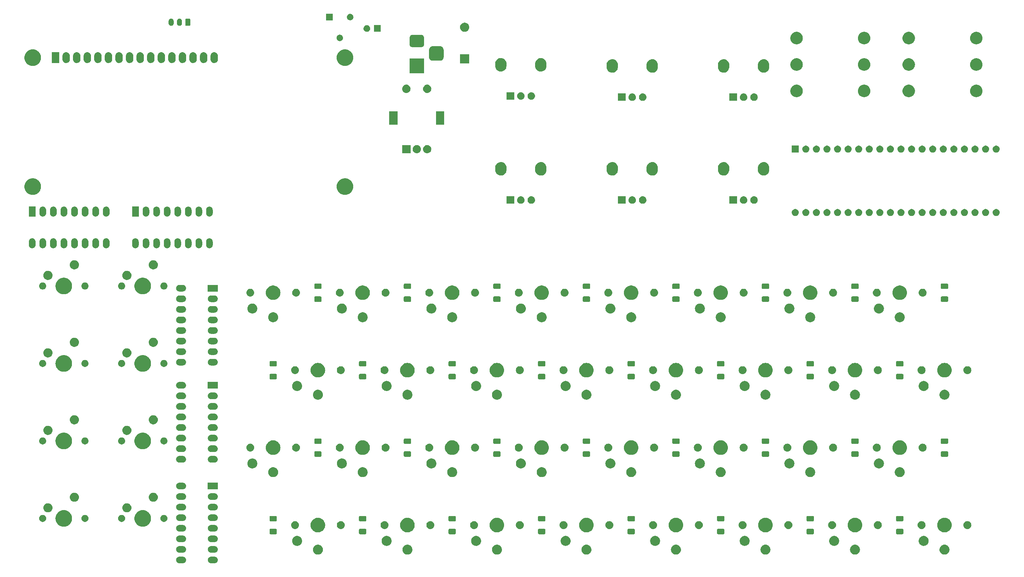
<source format=gts>
G04 #@! TF.GenerationSoftware,KiCad,Pcbnew,7.0.11*
G04 #@! TF.CreationDate,2024-11-21T01:14:31-06:00*
G04 #@! TF.ProjectId,Sardinia_v0.2,53617264-696e-4696-915f-76302e322e6b,rev?*
G04 #@! TF.SameCoordinates,Original*
G04 #@! TF.FileFunction,Soldermask,Top*
G04 #@! TF.FilePolarity,Negative*
%FSLAX46Y46*%
G04 Gerber Fmt 4.6, Leading zero omitted, Abs format (unit mm)*
G04 Created by KiCad (PCBNEW 7.0.11) date 2024-11-21 01:14:31*
%MOMM*%
%LPD*%
G01*
G04 APERTURE LIST*
G04 APERTURE END LIST*
G36*
X81281506Y-150940169D02*
G01*
X81364856Y-150944688D01*
X81410211Y-150954671D01*
X81458017Y-150960058D01*
X81497588Y-150973904D01*
X81535325Y-150982211D01*
X81578771Y-151002311D01*
X81627107Y-151019225D01*
X81659995Y-151039890D01*
X81692261Y-151054818D01*
X81732810Y-151085642D01*
X81778792Y-151114535D01*
X81804070Y-151139813D01*
X81829915Y-151159460D01*
X81864873Y-151200616D01*
X81905465Y-151241208D01*
X81922840Y-151268860D01*
X81941858Y-151291250D01*
X81968587Y-151341666D01*
X82000775Y-151392893D01*
X82010537Y-151420792D01*
X82022852Y-151444020D01*
X82038939Y-151501960D01*
X82059942Y-151561983D01*
X82062904Y-151588274D01*
X82069112Y-151610632D01*
X82072532Y-151673729D01*
X82080000Y-151740000D01*
X82077384Y-151763212D01*
X82078473Y-151783289D01*
X82067758Y-151848643D01*
X82059942Y-151918017D01*
X82053249Y-151937141D01*
X82050498Y-151953928D01*
X82024865Y-152018260D01*
X82000775Y-152087107D01*
X81991644Y-152101638D01*
X81986495Y-152114562D01*
X81945936Y-152174382D01*
X81905465Y-152238792D01*
X81895529Y-152248727D01*
X81889459Y-152257681D01*
X81834814Y-152309442D01*
X81778792Y-152365465D01*
X81769523Y-152371288D01*
X81763927Y-152376590D01*
X81696983Y-152416868D01*
X81627107Y-152460775D01*
X81619707Y-152463364D01*
X81615759Y-152465740D01*
X81539131Y-152491558D01*
X81458017Y-152519942D01*
X81453324Y-152520470D01*
X81451899Y-152520951D01*
X81370266Y-152529829D01*
X81280000Y-152540000D01*
X81276750Y-152540000D01*
X80481625Y-152540000D01*
X80480000Y-152540000D01*
X80478492Y-152539830D01*
X80395143Y-152535311D01*
X80349795Y-152525329D01*
X80301983Y-152519942D01*
X80262405Y-152506093D01*
X80224674Y-152497788D01*
X80181232Y-152477689D01*
X80132893Y-152460775D01*
X80100001Y-152440107D01*
X80067738Y-152425181D01*
X80027191Y-152394358D01*
X79981208Y-152365465D01*
X79955928Y-152340185D01*
X79930084Y-152320539D01*
X79895125Y-152279382D01*
X79854535Y-152238792D01*
X79837160Y-152211140D01*
X79818141Y-152188749D01*
X79791409Y-152138328D01*
X79759225Y-152087107D01*
X79749463Y-152059210D01*
X79737147Y-152035979D01*
X79721057Y-151978029D01*
X79700058Y-151918017D01*
X79697096Y-151891730D01*
X79690887Y-151869367D01*
X79687465Y-151806254D01*
X79680000Y-151740000D01*
X79682614Y-151716792D01*
X79681526Y-151696710D01*
X79692243Y-151631334D01*
X79700058Y-151561983D01*
X79706747Y-151542864D01*
X79709501Y-151526071D01*
X79735144Y-151461710D01*
X79759225Y-151392893D01*
X79768351Y-151378367D01*
X79773504Y-151365437D01*
X79814084Y-151305584D01*
X79854535Y-151241208D01*
X79864465Y-151231277D01*
X79870540Y-151222318D01*
X79925222Y-151170520D01*
X79981208Y-151114535D01*
X79990470Y-151108715D01*
X79996072Y-151103409D01*
X80063076Y-151063093D01*
X80132893Y-151019225D01*
X80140285Y-151016638D01*
X80144240Y-151014259D01*
X80220971Y-150988405D01*
X80301983Y-150960058D01*
X80306669Y-150959529D01*
X80308100Y-150959048D01*
X80389884Y-150950153D01*
X80480000Y-150940000D01*
X81280000Y-150940000D01*
X81281506Y-150940169D01*
G37*
G36*
X88901506Y-150940169D02*
G01*
X88984856Y-150944688D01*
X89030211Y-150954671D01*
X89078017Y-150960058D01*
X89117588Y-150973904D01*
X89155325Y-150982211D01*
X89198771Y-151002311D01*
X89247107Y-151019225D01*
X89279995Y-151039890D01*
X89312261Y-151054818D01*
X89352810Y-151085642D01*
X89398792Y-151114535D01*
X89424070Y-151139813D01*
X89449915Y-151159460D01*
X89484873Y-151200616D01*
X89525465Y-151241208D01*
X89542840Y-151268860D01*
X89561858Y-151291250D01*
X89588587Y-151341666D01*
X89620775Y-151392893D01*
X89630537Y-151420792D01*
X89642852Y-151444020D01*
X89658939Y-151501960D01*
X89679942Y-151561983D01*
X89682904Y-151588274D01*
X89689112Y-151610632D01*
X89692532Y-151673729D01*
X89700000Y-151740000D01*
X89697384Y-151763212D01*
X89698473Y-151783289D01*
X89687758Y-151848643D01*
X89679942Y-151918017D01*
X89673249Y-151937141D01*
X89670498Y-151953928D01*
X89644865Y-152018260D01*
X89620775Y-152087107D01*
X89611644Y-152101638D01*
X89606495Y-152114562D01*
X89565936Y-152174382D01*
X89525465Y-152238792D01*
X89515529Y-152248727D01*
X89509459Y-152257681D01*
X89454814Y-152309442D01*
X89398792Y-152365465D01*
X89389523Y-152371288D01*
X89383927Y-152376590D01*
X89316983Y-152416868D01*
X89247107Y-152460775D01*
X89239707Y-152463364D01*
X89235759Y-152465740D01*
X89159131Y-152491558D01*
X89078017Y-152519942D01*
X89073324Y-152520470D01*
X89071899Y-152520951D01*
X88990266Y-152529829D01*
X88900000Y-152540000D01*
X88896750Y-152540000D01*
X88101625Y-152540000D01*
X88100000Y-152540000D01*
X88098492Y-152539830D01*
X88015143Y-152535311D01*
X87969795Y-152525329D01*
X87921983Y-152519942D01*
X87882405Y-152506093D01*
X87844674Y-152497788D01*
X87801232Y-152477689D01*
X87752893Y-152460775D01*
X87720001Y-152440107D01*
X87687738Y-152425181D01*
X87647191Y-152394358D01*
X87601208Y-152365465D01*
X87575928Y-152340185D01*
X87550084Y-152320539D01*
X87515125Y-152279382D01*
X87474535Y-152238792D01*
X87457160Y-152211140D01*
X87438141Y-152188749D01*
X87411409Y-152138328D01*
X87379225Y-152087107D01*
X87369463Y-152059210D01*
X87357147Y-152035979D01*
X87341057Y-151978029D01*
X87320058Y-151918017D01*
X87317096Y-151891730D01*
X87310887Y-151869367D01*
X87307465Y-151806254D01*
X87300000Y-151740000D01*
X87302614Y-151716792D01*
X87301526Y-151696710D01*
X87312243Y-151631334D01*
X87320058Y-151561983D01*
X87326747Y-151542864D01*
X87329501Y-151526071D01*
X87355144Y-151461710D01*
X87379225Y-151392893D01*
X87388351Y-151378367D01*
X87393504Y-151365437D01*
X87434084Y-151305584D01*
X87474535Y-151241208D01*
X87484465Y-151231277D01*
X87490540Y-151222318D01*
X87545222Y-151170520D01*
X87601208Y-151114535D01*
X87610470Y-151108715D01*
X87616072Y-151103409D01*
X87683076Y-151063093D01*
X87752893Y-151019225D01*
X87760285Y-151016638D01*
X87764240Y-151014259D01*
X87840971Y-150988405D01*
X87921983Y-150960058D01*
X87926669Y-150959529D01*
X87928100Y-150959048D01*
X88009884Y-150950153D01*
X88100000Y-150940000D01*
X88900000Y-150940000D01*
X88901506Y-150940169D01*
G37*
G36*
X113805893Y-148063763D02*
G01*
X113860722Y-148063763D01*
X113908959Y-148072780D01*
X113958337Y-148077100D01*
X114018942Y-148093339D01*
X114078396Y-148104453D01*
X114118721Y-148120075D01*
X114160344Y-148131228D01*
X114223358Y-148160611D01*
X114284886Y-148184448D01*
X114316644Y-148204111D01*
X114349889Y-148219614D01*
X114412599Y-148263524D01*
X114473162Y-148301023D01*
X114496376Y-148322185D01*
X114521195Y-148339564D01*
X114580564Y-148398933D01*
X114636811Y-148450209D01*
X114652143Y-148470512D01*
X114669079Y-148487448D01*
X114721904Y-148562890D01*
X114770261Y-148626925D01*
X114778924Y-148644324D01*
X114789032Y-148658759D01*
X114832075Y-148751065D01*
X114868967Y-148825154D01*
X114872634Y-148838045D01*
X114877414Y-148848294D01*
X114907534Y-148960703D01*
X114929568Y-149038145D01*
X114930246Y-149045467D01*
X114931543Y-149050306D01*
X114945881Y-149214198D01*
X114950000Y-149258644D01*
X114945881Y-149303092D01*
X114931543Y-149466981D01*
X114930246Y-149471818D01*
X114929568Y-149479143D01*
X114907527Y-149556609D01*
X114877415Y-149668988D01*
X114872637Y-149679233D01*
X114868967Y-149692134D01*
X114832052Y-149766269D01*
X114789029Y-149858533D01*
X114778925Y-149872962D01*
X114770261Y-149890363D01*
X114721897Y-149954406D01*
X114669079Y-150029839D01*
X114652146Y-150046771D01*
X114636811Y-150067079D01*
X114580552Y-150118365D01*
X114521195Y-150177723D01*
X114496381Y-150195097D01*
X114473162Y-150216265D01*
X114412587Y-150253771D01*
X114349889Y-150297673D01*
X114316650Y-150313172D01*
X114284886Y-150332840D01*
X114223345Y-150356681D01*
X114160344Y-150386059D01*
X114118729Y-150397209D01*
X114078396Y-150412835D01*
X114018930Y-150423951D01*
X113958337Y-150440187D01*
X113908969Y-150444506D01*
X113860722Y-150453525D01*
X113805882Y-150453525D01*
X113750000Y-150458414D01*
X113694118Y-150453525D01*
X113639278Y-150453525D01*
X113591031Y-150444506D01*
X113541662Y-150440187D01*
X113481066Y-150423950D01*
X113421604Y-150412835D01*
X113381272Y-150397210D01*
X113339655Y-150386059D01*
X113276648Y-150356678D01*
X113215114Y-150332840D01*
X113183352Y-150313174D01*
X113150110Y-150297673D01*
X113087404Y-150253765D01*
X113026838Y-150216265D01*
X113003621Y-150195100D01*
X112978804Y-150177723D01*
X112919435Y-150118354D01*
X112863189Y-150067079D01*
X112847856Y-150046775D01*
X112830920Y-150029839D01*
X112778088Y-149954387D01*
X112729739Y-149890363D01*
X112721076Y-149872967D01*
X112710970Y-149858533D01*
X112667932Y-149766237D01*
X112631033Y-149692134D01*
X112627364Y-149679238D01*
X112622584Y-149668988D01*
X112592455Y-149556548D01*
X112570432Y-149479143D01*
X112569753Y-149471824D01*
X112568456Y-149466981D01*
X112554100Y-149302899D01*
X112550000Y-149258644D01*
X112554100Y-149214392D01*
X112568456Y-149050306D01*
X112569754Y-149045461D01*
X112570432Y-149038145D01*
X112592448Y-148960764D01*
X112622585Y-148848294D01*
X112627366Y-148838039D01*
X112631033Y-148825154D01*
X112667909Y-148751096D01*
X112710967Y-148658759D01*
X112721077Y-148644319D01*
X112729739Y-148626925D01*
X112778081Y-148562908D01*
X112830920Y-148487448D01*
X112847859Y-148470508D01*
X112863189Y-148450209D01*
X112919424Y-148398943D01*
X112978804Y-148339564D01*
X113003626Y-148322183D01*
X113026838Y-148301023D01*
X113087395Y-148263527D01*
X113150115Y-148219611D01*
X113183364Y-148204106D01*
X113215114Y-148184448D01*
X113276621Y-148160619D01*
X113339650Y-148131229D01*
X113381283Y-148120073D01*
X113421604Y-148104453D01*
X113481053Y-148093340D01*
X113541662Y-148077100D01*
X113591041Y-148072779D01*
X113639278Y-148063763D01*
X113694106Y-148063763D01*
X113750000Y-148058873D01*
X113805893Y-148063763D01*
G37*
G36*
X135305893Y-148063763D02*
G01*
X135360722Y-148063763D01*
X135408959Y-148072780D01*
X135458337Y-148077100D01*
X135518942Y-148093339D01*
X135578396Y-148104453D01*
X135618721Y-148120075D01*
X135660344Y-148131228D01*
X135723358Y-148160611D01*
X135784886Y-148184448D01*
X135816644Y-148204111D01*
X135849889Y-148219614D01*
X135912599Y-148263524D01*
X135973162Y-148301023D01*
X135996376Y-148322185D01*
X136021195Y-148339564D01*
X136080564Y-148398933D01*
X136136811Y-148450209D01*
X136152143Y-148470512D01*
X136169079Y-148487448D01*
X136221904Y-148562890D01*
X136270261Y-148626925D01*
X136278924Y-148644324D01*
X136289032Y-148658759D01*
X136332075Y-148751065D01*
X136368967Y-148825154D01*
X136372634Y-148838045D01*
X136377414Y-148848294D01*
X136407534Y-148960703D01*
X136429568Y-149038145D01*
X136430246Y-149045467D01*
X136431543Y-149050306D01*
X136445881Y-149214198D01*
X136450000Y-149258644D01*
X136445881Y-149303092D01*
X136431543Y-149466981D01*
X136430246Y-149471818D01*
X136429568Y-149479143D01*
X136407527Y-149556609D01*
X136377415Y-149668988D01*
X136372637Y-149679233D01*
X136368967Y-149692134D01*
X136332052Y-149766269D01*
X136289029Y-149858533D01*
X136278925Y-149872962D01*
X136270261Y-149890363D01*
X136221897Y-149954406D01*
X136169079Y-150029839D01*
X136152146Y-150046771D01*
X136136811Y-150067079D01*
X136080552Y-150118365D01*
X136021195Y-150177723D01*
X135996381Y-150195097D01*
X135973162Y-150216265D01*
X135912587Y-150253771D01*
X135849889Y-150297673D01*
X135816650Y-150313172D01*
X135784886Y-150332840D01*
X135723345Y-150356681D01*
X135660344Y-150386059D01*
X135618729Y-150397209D01*
X135578396Y-150412835D01*
X135518930Y-150423951D01*
X135458337Y-150440187D01*
X135408969Y-150444506D01*
X135360722Y-150453525D01*
X135305882Y-150453525D01*
X135250000Y-150458414D01*
X135194118Y-150453525D01*
X135139278Y-150453525D01*
X135091031Y-150444506D01*
X135041662Y-150440187D01*
X134981066Y-150423950D01*
X134921604Y-150412835D01*
X134881272Y-150397210D01*
X134839655Y-150386059D01*
X134776648Y-150356678D01*
X134715114Y-150332840D01*
X134683352Y-150313174D01*
X134650110Y-150297673D01*
X134587404Y-150253765D01*
X134526838Y-150216265D01*
X134503621Y-150195100D01*
X134478804Y-150177723D01*
X134419435Y-150118354D01*
X134363189Y-150067079D01*
X134347856Y-150046775D01*
X134330920Y-150029839D01*
X134278088Y-149954387D01*
X134229739Y-149890363D01*
X134221076Y-149872967D01*
X134210970Y-149858533D01*
X134167932Y-149766237D01*
X134131033Y-149692134D01*
X134127364Y-149679238D01*
X134122584Y-149668988D01*
X134092455Y-149556548D01*
X134070432Y-149479143D01*
X134069753Y-149471824D01*
X134068456Y-149466981D01*
X134054100Y-149302899D01*
X134050000Y-149258644D01*
X134054100Y-149214392D01*
X134068456Y-149050306D01*
X134069754Y-149045461D01*
X134070432Y-149038145D01*
X134092448Y-148960764D01*
X134122585Y-148848294D01*
X134127366Y-148838039D01*
X134131033Y-148825154D01*
X134167909Y-148751096D01*
X134210967Y-148658759D01*
X134221077Y-148644319D01*
X134229739Y-148626925D01*
X134278081Y-148562908D01*
X134330920Y-148487448D01*
X134347859Y-148470508D01*
X134363189Y-148450209D01*
X134419424Y-148398943D01*
X134478804Y-148339564D01*
X134503626Y-148322183D01*
X134526838Y-148301023D01*
X134587395Y-148263527D01*
X134650115Y-148219611D01*
X134683364Y-148204106D01*
X134715114Y-148184448D01*
X134776621Y-148160619D01*
X134839650Y-148131229D01*
X134881283Y-148120073D01*
X134921604Y-148104453D01*
X134981053Y-148093340D01*
X135041662Y-148077100D01*
X135091041Y-148072779D01*
X135139278Y-148063763D01*
X135194106Y-148063763D01*
X135250000Y-148058873D01*
X135305893Y-148063763D01*
G37*
G36*
X156805893Y-148063763D02*
G01*
X156860722Y-148063763D01*
X156908959Y-148072780D01*
X156958337Y-148077100D01*
X157018942Y-148093339D01*
X157078396Y-148104453D01*
X157118721Y-148120075D01*
X157160344Y-148131228D01*
X157223358Y-148160611D01*
X157284886Y-148184448D01*
X157316644Y-148204111D01*
X157349889Y-148219614D01*
X157412599Y-148263524D01*
X157473162Y-148301023D01*
X157496376Y-148322185D01*
X157521195Y-148339564D01*
X157580564Y-148398933D01*
X157636811Y-148450209D01*
X157652143Y-148470512D01*
X157669079Y-148487448D01*
X157721904Y-148562890D01*
X157770261Y-148626925D01*
X157778924Y-148644324D01*
X157789032Y-148658759D01*
X157832075Y-148751065D01*
X157868967Y-148825154D01*
X157872634Y-148838045D01*
X157877414Y-148848294D01*
X157907534Y-148960703D01*
X157929568Y-149038145D01*
X157930246Y-149045467D01*
X157931543Y-149050306D01*
X157945881Y-149214198D01*
X157950000Y-149258644D01*
X157945881Y-149303092D01*
X157931543Y-149466981D01*
X157930246Y-149471818D01*
X157929568Y-149479143D01*
X157907527Y-149556609D01*
X157877415Y-149668988D01*
X157872637Y-149679233D01*
X157868967Y-149692134D01*
X157832052Y-149766269D01*
X157789029Y-149858533D01*
X157778925Y-149872962D01*
X157770261Y-149890363D01*
X157721897Y-149954406D01*
X157669079Y-150029839D01*
X157652146Y-150046771D01*
X157636811Y-150067079D01*
X157580552Y-150118365D01*
X157521195Y-150177723D01*
X157496381Y-150195097D01*
X157473162Y-150216265D01*
X157412587Y-150253771D01*
X157349889Y-150297673D01*
X157316650Y-150313172D01*
X157284886Y-150332840D01*
X157223345Y-150356681D01*
X157160344Y-150386059D01*
X157118729Y-150397209D01*
X157078396Y-150412835D01*
X157018930Y-150423951D01*
X156958337Y-150440187D01*
X156908969Y-150444506D01*
X156860722Y-150453525D01*
X156805882Y-150453525D01*
X156750000Y-150458414D01*
X156694118Y-150453525D01*
X156639278Y-150453525D01*
X156591031Y-150444506D01*
X156541662Y-150440187D01*
X156481066Y-150423950D01*
X156421604Y-150412835D01*
X156381272Y-150397210D01*
X156339655Y-150386059D01*
X156276648Y-150356678D01*
X156215114Y-150332840D01*
X156183352Y-150313174D01*
X156150110Y-150297673D01*
X156087404Y-150253765D01*
X156026838Y-150216265D01*
X156003621Y-150195100D01*
X155978804Y-150177723D01*
X155919435Y-150118354D01*
X155863189Y-150067079D01*
X155847856Y-150046775D01*
X155830920Y-150029839D01*
X155778088Y-149954387D01*
X155729739Y-149890363D01*
X155721076Y-149872967D01*
X155710970Y-149858533D01*
X155667932Y-149766237D01*
X155631033Y-149692134D01*
X155627364Y-149679238D01*
X155622584Y-149668988D01*
X155592455Y-149556548D01*
X155570432Y-149479143D01*
X155569753Y-149471824D01*
X155568456Y-149466981D01*
X155554100Y-149302899D01*
X155550000Y-149258644D01*
X155554100Y-149214392D01*
X155568456Y-149050306D01*
X155569754Y-149045461D01*
X155570432Y-149038145D01*
X155592448Y-148960764D01*
X155622585Y-148848294D01*
X155627366Y-148838039D01*
X155631033Y-148825154D01*
X155667909Y-148751096D01*
X155710967Y-148658759D01*
X155721077Y-148644319D01*
X155729739Y-148626925D01*
X155778081Y-148562908D01*
X155830920Y-148487448D01*
X155847859Y-148470508D01*
X155863189Y-148450209D01*
X155919424Y-148398943D01*
X155978804Y-148339564D01*
X156003626Y-148322183D01*
X156026838Y-148301023D01*
X156087395Y-148263527D01*
X156150115Y-148219611D01*
X156183364Y-148204106D01*
X156215114Y-148184448D01*
X156276621Y-148160619D01*
X156339650Y-148131229D01*
X156381283Y-148120073D01*
X156421604Y-148104453D01*
X156481053Y-148093340D01*
X156541662Y-148077100D01*
X156591041Y-148072779D01*
X156639278Y-148063763D01*
X156694106Y-148063763D01*
X156750000Y-148058873D01*
X156805893Y-148063763D01*
G37*
G36*
X178305893Y-148063763D02*
G01*
X178360722Y-148063763D01*
X178408959Y-148072780D01*
X178458337Y-148077100D01*
X178518942Y-148093339D01*
X178578396Y-148104453D01*
X178618721Y-148120075D01*
X178660344Y-148131228D01*
X178723358Y-148160611D01*
X178784886Y-148184448D01*
X178816644Y-148204111D01*
X178849889Y-148219614D01*
X178912599Y-148263524D01*
X178973162Y-148301023D01*
X178996376Y-148322185D01*
X179021195Y-148339564D01*
X179080564Y-148398933D01*
X179136811Y-148450209D01*
X179152143Y-148470512D01*
X179169079Y-148487448D01*
X179221904Y-148562890D01*
X179270261Y-148626925D01*
X179278924Y-148644324D01*
X179289032Y-148658759D01*
X179332075Y-148751065D01*
X179368967Y-148825154D01*
X179372634Y-148838045D01*
X179377414Y-148848294D01*
X179407534Y-148960703D01*
X179429568Y-149038145D01*
X179430246Y-149045467D01*
X179431543Y-149050306D01*
X179445881Y-149214198D01*
X179450000Y-149258644D01*
X179445881Y-149303092D01*
X179431543Y-149466981D01*
X179430246Y-149471818D01*
X179429568Y-149479143D01*
X179407527Y-149556609D01*
X179377415Y-149668988D01*
X179372637Y-149679233D01*
X179368967Y-149692134D01*
X179332052Y-149766269D01*
X179289029Y-149858533D01*
X179278925Y-149872962D01*
X179270261Y-149890363D01*
X179221897Y-149954406D01*
X179169079Y-150029839D01*
X179152146Y-150046771D01*
X179136811Y-150067079D01*
X179080552Y-150118365D01*
X179021195Y-150177723D01*
X178996381Y-150195097D01*
X178973162Y-150216265D01*
X178912587Y-150253771D01*
X178849889Y-150297673D01*
X178816650Y-150313172D01*
X178784886Y-150332840D01*
X178723345Y-150356681D01*
X178660344Y-150386059D01*
X178618729Y-150397209D01*
X178578396Y-150412835D01*
X178518930Y-150423951D01*
X178458337Y-150440187D01*
X178408969Y-150444506D01*
X178360722Y-150453525D01*
X178305882Y-150453525D01*
X178250000Y-150458414D01*
X178194118Y-150453525D01*
X178139278Y-150453525D01*
X178091031Y-150444506D01*
X178041662Y-150440187D01*
X177981066Y-150423950D01*
X177921604Y-150412835D01*
X177881272Y-150397210D01*
X177839655Y-150386059D01*
X177776648Y-150356678D01*
X177715114Y-150332840D01*
X177683352Y-150313174D01*
X177650110Y-150297673D01*
X177587404Y-150253765D01*
X177526838Y-150216265D01*
X177503621Y-150195100D01*
X177478804Y-150177723D01*
X177419435Y-150118354D01*
X177363189Y-150067079D01*
X177347856Y-150046775D01*
X177330920Y-150029839D01*
X177278088Y-149954387D01*
X177229739Y-149890363D01*
X177221076Y-149872967D01*
X177210970Y-149858533D01*
X177167932Y-149766237D01*
X177131033Y-149692134D01*
X177127364Y-149679238D01*
X177122584Y-149668988D01*
X177092455Y-149556548D01*
X177070432Y-149479143D01*
X177069753Y-149471824D01*
X177068456Y-149466981D01*
X177054100Y-149302899D01*
X177050000Y-149258644D01*
X177054100Y-149214392D01*
X177068456Y-149050306D01*
X177069754Y-149045461D01*
X177070432Y-149038145D01*
X177092448Y-148960764D01*
X177122585Y-148848294D01*
X177127366Y-148838039D01*
X177131033Y-148825154D01*
X177167909Y-148751096D01*
X177210967Y-148658759D01*
X177221077Y-148644319D01*
X177229739Y-148626925D01*
X177278081Y-148562908D01*
X177330920Y-148487448D01*
X177347859Y-148470508D01*
X177363189Y-148450209D01*
X177419424Y-148398943D01*
X177478804Y-148339564D01*
X177503626Y-148322183D01*
X177526838Y-148301023D01*
X177587395Y-148263527D01*
X177650115Y-148219611D01*
X177683364Y-148204106D01*
X177715114Y-148184448D01*
X177776621Y-148160619D01*
X177839650Y-148131229D01*
X177881283Y-148120073D01*
X177921604Y-148104453D01*
X177981053Y-148093340D01*
X178041662Y-148077100D01*
X178091041Y-148072779D01*
X178139278Y-148063763D01*
X178194106Y-148063763D01*
X178250000Y-148058873D01*
X178305893Y-148063763D01*
G37*
G36*
X199805893Y-148063763D02*
G01*
X199860722Y-148063763D01*
X199908959Y-148072780D01*
X199958337Y-148077100D01*
X200018942Y-148093339D01*
X200078396Y-148104453D01*
X200118721Y-148120075D01*
X200160344Y-148131228D01*
X200223358Y-148160611D01*
X200284886Y-148184448D01*
X200316644Y-148204111D01*
X200349889Y-148219614D01*
X200412599Y-148263524D01*
X200473162Y-148301023D01*
X200496376Y-148322185D01*
X200521195Y-148339564D01*
X200580564Y-148398933D01*
X200636811Y-148450209D01*
X200652143Y-148470512D01*
X200669079Y-148487448D01*
X200721904Y-148562890D01*
X200770261Y-148626925D01*
X200778924Y-148644324D01*
X200789032Y-148658759D01*
X200832075Y-148751065D01*
X200868967Y-148825154D01*
X200872634Y-148838045D01*
X200877414Y-148848294D01*
X200907534Y-148960703D01*
X200929568Y-149038145D01*
X200930246Y-149045467D01*
X200931543Y-149050306D01*
X200945881Y-149214198D01*
X200950000Y-149258644D01*
X200945881Y-149303092D01*
X200931543Y-149466981D01*
X200930246Y-149471818D01*
X200929568Y-149479143D01*
X200907527Y-149556609D01*
X200877415Y-149668988D01*
X200872637Y-149679233D01*
X200868967Y-149692134D01*
X200832052Y-149766269D01*
X200789029Y-149858533D01*
X200778925Y-149872962D01*
X200770261Y-149890363D01*
X200721897Y-149954406D01*
X200669079Y-150029839D01*
X200652146Y-150046771D01*
X200636811Y-150067079D01*
X200580552Y-150118365D01*
X200521195Y-150177723D01*
X200496381Y-150195097D01*
X200473162Y-150216265D01*
X200412587Y-150253771D01*
X200349889Y-150297673D01*
X200316650Y-150313172D01*
X200284886Y-150332840D01*
X200223345Y-150356681D01*
X200160344Y-150386059D01*
X200118729Y-150397209D01*
X200078396Y-150412835D01*
X200018930Y-150423951D01*
X199958337Y-150440187D01*
X199908969Y-150444506D01*
X199860722Y-150453525D01*
X199805882Y-150453525D01*
X199750000Y-150458414D01*
X199694118Y-150453525D01*
X199639278Y-150453525D01*
X199591031Y-150444506D01*
X199541662Y-150440187D01*
X199481066Y-150423950D01*
X199421604Y-150412835D01*
X199381272Y-150397210D01*
X199339655Y-150386059D01*
X199276648Y-150356678D01*
X199215114Y-150332840D01*
X199183352Y-150313174D01*
X199150110Y-150297673D01*
X199087404Y-150253765D01*
X199026838Y-150216265D01*
X199003621Y-150195100D01*
X198978804Y-150177723D01*
X198919435Y-150118354D01*
X198863189Y-150067079D01*
X198847856Y-150046775D01*
X198830920Y-150029839D01*
X198778088Y-149954387D01*
X198729739Y-149890363D01*
X198721076Y-149872967D01*
X198710970Y-149858533D01*
X198667932Y-149766237D01*
X198631033Y-149692134D01*
X198627364Y-149679238D01*
X198622584Y-149668988D01*
X198592455Y-149556548D01*
X198570432Y-149479143D01*
X198569753Y-149471824D01*
X198568456Y-149466981D01*
X198554100Y-149302899D01*
X198550000Y-149258644D01*
X198554100Y-149214392D01*
X198568456Y-149050306D01*
X198569754Y-149045461D01*
X198570432Y-149038145D01*
X198592448Y-148960764D01*
X198622585Y-148848294D01*
X198627366Y-148838039D01*
X198631033Y-148825154D01*
X198667909Y-148751096D01*
X198710967Y-148658759D01*
X198721077Y-148644319D01*
X198729739Y-148626925D01*
X198778081Y-148562908D01*
X198830920Y-148487448D01*
X198847859Y-148470508D01*
X198863189Y-148450209D01*
X198919424Y-148398943D01*
X198978804Y-148339564D01*
X199003626Y-148322183D01*
X199026838Y-148301023D01*
X199087395Y-148263527D01*
X199150115Y-148219611D01*
X199183364Y-148204106D01*
X199215114Y-148184448D01*
X199276621Y-148160619D01*
X199339650Y-148131229D01*
X199381283Y-148120073D01*
X199421604Y-148104453D01*
X199481053Y-148093340D01*
X199541662Y-148077100D01*
X199591041Y-148072779D01*
X199639278Y-148063763D01*
X199694106Y-148063763D01*
X199750000Y-148058873D01*
X199805893Y-148063763D01*
G37*
G36*
X221305893Y-148063763D02*
G01*
X221360722Y-148063763D01*
X221408959Y-148072780D01*
X221458337Y-148077100D01*
X221518942Y-148093339D01*
X221578396Y-148104453D01*
X221618721Y-148120075D01*
X221660344Y-148131228D01*
X221723358Y-148160611D01*
X221784886Y-148184448D01*
X221816644Y-148204111D01*
X221849889Y-148219614D01*
X221912599Y-148263524D01*
X221973162Y-148301023D01*
X221996376Y-148322185D01*
X222021195Y-148339564D01*
X222080564Y-148398933D01*
X222136811Y-148450209D01*
X222152143Y-148470512D01*
X222169079Y-148487448D01*
X222221904Y-148562890D01*
X222270261Y-148626925D01*
X222278924Y-148644324D01*
X222289032Y-148658759D01*
X222332075Y-148751065D01*
X222368967Y-148825154D01*
X222372634Y-148838045D01*
X222377414Y-148848294D01*
X222407534Y-148960703D01*
X222429568Y-149038145D01*
X222430246Y-149045467D01*
X222431543Y-149050306D01*
X222445881Y-149214198D01*
X222450000Y-149258644D01*
X222445881Y-149303092D01*
X222431543Y-149466981D01*
X222430246Y-149471818D01*
X222429568Y-149479143D01*
X222407527Y-149556609D01*
X222377415Y-149668988D01*
X222372637Y-149679233D01*
X222368967Y-149692134D01*
X222332052Y-149766269D01*
X222289029Y-149858533D01*
X222278925Y-149872962D01*
X222270261Y-149890363D01*
X222221897Y-149954406D01*
X222169079Y-150029839D01*
X222152146Y-150046771D01*
X222136811Y-150067079D01*
X222080552Y-150118365D01*
X222021195Y-150177723D01*
X221996381Y-150195097D01*
X221973162Y-150216265D01*
X221912587Y-150253771D01*
X221849889Y-150297673D01*
X221816650Y-150313172D01*
X221784886Y-150332840D01*
X221723345Y-150356681D01*
X221660344Y-150386059D01*
X221618729Y-150397209D01*
X221578396Y-150412835D01*
X221518930Y-150423951D01*
X221458337Y-150440187D01*
X221408969Y-150444506D01*
X221360722Y-150453525D01*
X221305882Y-150453525D01*
X221250000Y-150458414D01*
X221194118Y-150453525D01*
X221139278Y-150453525D01*
X221091031Y-150444506D01*
X221041662Y-150440187D01*
X220981066Y-150423950D01*
X220921604Y-150412835D01*
X220881272Y-150397210D01*
X220839655Y-150386059D01*
X220776648Y-150356678D01*
X220715114Y-150332840D01*
X220683352Y-150313174D01*
X220650110Y-150297673D01*
X220587404Y-150253765D01*
X220526838Y-150216265D01*
X220503621Y-150195100D01*
X220478804Y-150177723D01*
X220419435Y-150118354D01*
X220363189Y-150067079D01*
X220347856Y-150046775D01*
X220330920Y-150029839D01*
X220278088Y-149954387D01*
X220229739Y-149890363D01*
X220221076Y-149872967D01*
X220210970Y-149858533D01*
X220167932Y-149766237D01*
X220131033Y-149692134D01*
X220127364Y-149679238D01*
X220122584Y-149668988D01*
X220092455Y-149556548D01*
X220070432Y-149479143D01*
X220069753Y-149471824D01*
X220068456Y-149466981D01*
X220054100Y-149302899D01*
X220050000Y-149258644D01*
X220054100Y-149214392D01*
X220068456Y-149050306D01*
X220069754Y-149045461D01*
X220070432Y-149038145D01*
X220092448Y-148960764D01*
X220122585Y-148848294D01*
X220127366Y-148838039D01*
X220131033Y-148825154D01*
X220167909Y-148751096D01*
X220210967Y-148658759D01*
X220221077Y-148644319D01*
X220229739Y-148626925D01*
X220278081Y-148562908D01*
X220330920Y-148487448D01*
X220347859Y-148470508D01*
X220363189Y-148450209D01*
X220419424Y-148398943D01*
X220478804Y-148339564D01*
X220503626Y-148322183D01*
X220526838Y-148301023D01*
X220587395Y-148263527D01*
X220650115Y-148219611D01*
X220683364Y-148204106D01*
X220715114Y-148184448D01*
X220776621Y-148160619D01*
X220839650Y-148131229D01*
X220881283Y-148120073D01*
X220921604Y-148104453D01*
X220981053Y-148093340D01*
X221041662Y-148077100D01*
X221091041Y-148072779D01*
X221139278Y-148063763D01*
X221194106Y-148063763D01*
X221250000Y-148058873D01*
X221305893Y-148063763D01*
G37*
G36*
X242805893Y-148063763D02*
G01*
X242860722Y-148063763D01*
X242908959Y-148072780D01*
X242958337Y-148077100D01*
X243018942Y-148093339D01*
X243078396Y-148104453D01*
X243118721Y-148120075D01*
X243160344Y-148131228D01*
X243223358Y-148160611D01*
X243284886Y-148184448D01*
X243316644Y-148204111D01*
X243349889Y-148219614D01*
X243412599Y-148263524D01*
X243473162Y-148301023D01*
X243496376Y-148322185D01*
X243521195Y-148339564D01*
X243580564Y-148398933D01*
X243636811Y-148450209D01*
X243652143Y-148470512D01*
X243669079Y-148487448D01*
X243721904Y-148562890D01*
X243770261Y-148626925D01*
X243778924Y-148644324D01*
X243789032Y-148658759D01*
X243832075Y-148751065D01*
X243868967Y-148825154D01*
X243872634Y-148838045D01*
X243877414Y-148848294D01*
X243907534Y-148960703D01*
X243929568Y-149038145D01*
X243930246Y-149045467D01*
X243931543Y-149050306D01*
X243945881Y-149214198D01*
X243950000Y-149258644D01*
X243945881Y-149303092D01*
X243931543Y-149466981D01*
X243930246Y-149471818D01*
X243929568Y-149479143D01*
X243907527Y-149556609D01*
X243877415Y-149668988D01*
X243872637Y-149679233D01*
X243868967Y-149692134D01*
X243832052Y-149766269D01*
X243789029Y-149858533D01*
X243778925Y-149872962D01*
X243770261Y-149890363D01*
X243721897Y-149954406D01*
X243669079Y-150029839D01*
X243652146Y-150046771D01*
X243636811Y-150067079D01*
X243580552Y-150118365D01*
X243521195Y-150177723D01*
X243496381Y-150195097D01*
X243473162Y-150216265D01*
X243412587Y-150253771D01*
X243349889Y-150297673D01*
X243316650Y-150313172D01*
X243284886Y-150332840D01*
X243223345Y-150356681D01*
X243160344Y-150386059D01*
X243118729Y-150397209D01*
X243078396Y-150412835D01*
X243018930Y-150423951D01*
X242958337Y-150440187D01*
X242908969Y-150444506D01*
X242860722Y-150453525D01*
X242805882Y-150453525D01*
X242750000Y-150458414D01*
X242694118Y-150453525D01*
X242639278Y-150453525D01*
X242591031Y-150444506D01*
X242541662Y-150440187D01*
X242481066Y-150423950D01*
X242421604Y-150412835D01*
X242381272Y-150397210D01*
X242339655Y-150386059D01*
X242276648Y-150356678D01*
X242215114Y-150332840D01*
X242183352Y-150313174D01*
X242150110Y-150297673D01*
X242087404Y-150253765D01*
X242026838Y-150216265D01*
X242003621Y-150195100D01*
X241978804Y-150177723D01*
X241919435Y-150118354D01*
X241863189Y-150067079D01*
X241847856Y-150046775D01*
X241830920Y-150029839D01*
X241778088Y-149954387D01*
X241729739Y-149890363D01*
X241721076Y-149872967D01*
X241710970Y-149858533D01*
X241667932Y-149766237D01*
X241631033Y-149692134D01*
X241627364Y-149679238D01*
X241622584Y-149668988D01*
X241592455Y-149556548D01*
X241570432Y-149479143D01*
X241569753Y-149471824D01*
X241568456Y-149466981D01*
X241554100Y-149302899D01*
X241550000Y-149258644D01*
X241554100Y-149214392D01*
X241568456Y-149050306D01*
X241569754Y-149045461D01*
X241570432Y-149038145D01*
X241592448Y-148960764D01*
X241622585Y-148848294D01*
X241627366Y-148838039D01*
X241631033Y-148825154D01*
X241667909Y-148751096D01*
X241710967Y-148658759D01*
X241721077Y-148644319D01*
X241729739Y-148626925D01*
X241778081Y-148562908D01*
X241830920Y-148487448D01*
X241847859Y-148470508D01*
X241863189Y-148450209D01*
X241919424Y-148398943D01*
X241978804Y-148339564D01*
X242003626Y-148322183D01*
X242026838Y-148301023D01*
X242087395Y-148263527D01*
X242150115Y-148219611D01*
X242183364Y-148204106D01*
X242215114Y-148184448D01*
X242276621Y-148160619D01*
X242339650Y-148131229D01*
X242381283Y-148120073D01*
X242421604Y-148104453D01*
X242481053Y-148093340D01*
X242541662Y-148077100D01*
X242591041Y-148072779D01*
X242639278Y-148063763D01*
X242694106Y-148063763D01*
X242750000Y-148058873D01*
X242805893Y-148063763D01*
G37*
G36*
X264305893Y-148063763D02*
G01*
X264360722Y-148063763D01*
X264408959Y-148072780D01*
X264458337Y-148077100D01*
X264518942Y-148093339D01*
X264578396Y-148104453D01*
X264618721Y-148120075D01*
X264660344Y-148131228D01*
X264723358Y-148160611D01*
X264784886Y-148184448D01*
X264816644Y-148204111D01*
X264849889Y-148219614D01*
X264912599Y-148263524D01*
X264973162Y-148301023D01*
X264996376Y-148322185D01*
X265021195Y-148339564D01*
X265080564Y-148398933D01*
X265136811Y-148450209D01*
X265152143Y-148470512D01*
X265169079Y-148487448D01*
X265221904Y-148562890D01*
X265270261Y-148626925D01*
X265278924Y-148644324D01*
X265289032Y-148658759D01*
X265332075Y-148751065D01*
X265368967Y-148825154D01*
X265372634Y-148838045D01*
X265377414Y-148848294D01*
X265407534Y-148960703D01*
X265429568Y-149038145D01*
X265430246Y-149045467D01*
X265431543Y-149050306D01*
X265445881Y-149214198D01*
X265450000Y-149258644D01*
X265445881Y-149303092D01*
X265431543Y-149466981D01*
X265430246Y-149471818D01*
X265429568Y-149479143D01*
X265407527Y-149556609D01*
X265377415Y-149668988D01*
X265372637Y-149679233D01*
X265368967Y-149692134D01*
X265332052Y-149766269D01*
X265289029Y-149858533D01*
X265278925Y-149872962D01*
X265270261Y-149890363D01*
X265221897Y-149954406D01*
X265169079Y-150029839D01*
X265152146Y-150046771D01*
X265136811Y-150067079D01*
X265080552Y-150118365D01*
X265021195Y-150177723D01*
X264996381Y-150195097D01*
X264973162Y-150216265D01*
X264912587Y-150253771D01*
X264849889Y-150297673D01*
X264816650Y-150313172D01*
X264784886Y-150332840D01*
X264723345Y-150356681D01*
X264660344Y-150386059D01*
X264618729Y-150397209D01*
X264578396Y-150412835D01*
X264518930Y-150423951D01*
X264458337Y-150440187D01*
X264408969Y-150444506D01*
X264360722Y-150453525D01*
X264305882Y-150453525D01*
X264250000Y-150458414D01*
X264194118Y-150453525D01*
X264139278Y-150453525D01*
X264091031Y-150444506D01*
X264041662Y-150440187D01*
X263981066Y-150423950D01*
X263921604Y-150412835D01*
X263881272Y-150397210D01*
X263839655Y-150386059D01*
X263776648Y-150356678D01*
X263715114Y-150332840D01*
X263683352Y-150313174D01*
X263650110Y-150297673D01*
X263587404Y-150253765D01*
X263526838Y-150216265D01*
X263503621Y-150195100D01*
X263478804Y-150177723D01*
X263419435Y-150118354D01*
X263363189Y-150067079D01*
X263347856Y-150046775D01*
X263330920Y-150029839D01*
X263278088Y-149954387D01*
X263229739Y-149890363D01*
X263221076Y-149872967D01*
X263210970Y-149858533D01*
X263167932Y-149766237D01*
X263131033Y-149692134D01*
X263127364Y-149679238D01*
X263122584Y-149668988D01*
X263092455Y-149556548D01*
X263070432Y-149479143D01*
X263069753Y-149471824D01*
X263068456Y-149466981D01*
X263054100Y-149302899D01*
X263050000Y-149258644D01*
X263054100Y-149214392D01*
X263068456Y-149050306D01*
X263069754Y-149045461D01*
X263070432Y-149038145D01*
X263092448Y-148960764D01*
X263122585Y-148848294D01*
X263127366Y-148838039D01*
X263131033Y-148825154D01*
X263167909Y-148751096D01*
X263210967Y-148658759D01*
X263221077Y-148644319D01*
X263229739Y-148626925D01*
X263278081Y-148562908D01*
X263330920Y-148487448D01*
X263347859Y-148470508D01*
X263363189Y-148450209D01*
X263419424Y-148398943D01*
X263478804Y-148339564D01*
X263503626Y-148322183D01*
X263526838Y-148301023D01*
X263587395Y-148263527D01*
X263650115Y-148219611D01*
X263683364Y-148204106D01*
X263715114Y-148184448D01*
X263776621Y-148160619D01*
X263839650Y-148131229D01*
X263881283Y-148120073D01*
X263921604Y-148104453D01*
X263981053Y-148093340D01*
X264041662Y-148077100D01*
X264091041Y-148072779D01*
X264139278Y-148063763D01*
X264194106Y-148063763D01*
X264250000Y-148058873D01*
X264305893Y-148063763D01*
G37*
G36*
X81281506Y-148400169D02*
G01*
X81364856Y-148404688D01*
X81410211Y-148414671D01*
X81458017Y-148420058D01*
X81497588Y-148433904D01*
X81535325Y-148442211D01*
X81578771Y-148462311D01*
X81627107Y-148479225D01*
X81659995Y-148499890D01*
X81692261Y-148514818D01*
X81732810Y-148545642D01*
X81778792Y-148574535D01*
X81804070Y-148599813D01*
X81829915Y-148619460D01*
X81864873Y-148660616D01*
X81905465Y-148701208D01*
X81922840Y-148728860D01*
X81941858Y-148751250D01*
X81968587Y-148801666D01*
X82000775Y-148852893D01*
X82010537Y-148880792D01*
X82022852Y-148904020D01*
X82038939Y-148961960D01*
X82059942Y-149021983D01*
X82062904Y-149048274D01*
X82069112Y-149070632D01*
X82072532Y-149133729D01*
X82080000Y-149200000D01*
X82077384Y-149223212D01*
X82078473Y-149243289D01*
X82067758Y-149308643D01*
X82059942Y-149378017D01*
X82053249Y-149397141D01*
X82050498Y-149413928D01*
X82024865Y-149478260D01*
X82000775Y-149547107D01*
X81991644Y-149561638D01*
X81986495Y-149574562D01*
X81945936Y-149634382D01*
X81905465Y-149698792D01*
X81895529Y-149708727D01*
X81889459Y-149717681D01*
X81834814Y-149769442D01*
X81778792Y-149825465D01*
X81769523Y-149831288D01*
X81763927Y-149836590D01*
X81696983Y-149876868D01*
X81627107Y-149920775D01*
X81619707Y-149923364D01*
X81615759Y-149925740D01*
X81539131Y-149951558D01*
X81458017Y-149979942D01*
X81453324Y-149980470D01*
X81451899Y-149980951D01*
X81370266Y-149989829D01*
X81280000Y-150000000D01*
X81276750Y-150000000D01*
X80481625Y-150000000D01*
X80480000Y-150000000D01*
X80478492Y-149999830D01*
X80395143Y-149995311D01*
X80349795Y-149985329D01*
X80301983Y-149979942D01*
X80262405Y-149966093D01*
X80224674Y-149957788D01*
X80181232Y-149937689D01*
X80132893Y-149920775D01*
X80100001Y-149900107D01*
X80067738Y-149885181D01*
X80027191Y-149854358D01*
X79981208Y-149825465D01*
X79955928Y-149800185D01*
X79930084Y-149780539D01*
X79895125Y-149739382D01*
X79854535Y-149698792D01*
X79837160Y-149671140D01*
X79818141Y-149648749D01*
X79791409Y-149598328D01*
X79759225Y-149547107D01*
X79749463Y-149519210D01*
X79737147Y-149495979D01*
X79721057Y-149438029D01*
X79700058Y-149378017D01*
X79697096Y-149351730D01*
X79690887Y-149329367D01*
X79687465Y-149266254D01*
X79680000Y-149200000D01*
X79682614Y-149176792D01*
X79681526Y-149156710D01*
X79692243Y-149091334D01*
X79700058Y-149021983D01*
X79706747Y-149002864D01*
X79709501Y-148986071D01*
X79735144Y-148921710D01*
X79759225Y-148852893D01*
X79768351Y-148838367D01*
X79773504Y-148825437D01*
X79814084Y-148765584D01*
X79854535Y-148701208D01*
X79864465Y-148691277D01*
X79870540Y-148682318D01*
X79925222Y-148630520D01*
X79981208Y-148574535D01*
X79990470Y-148568715D01*
X79996072Y-148563409D01*
X80063076Y-148523093D01*
X80132893Y-148479225D01*
X80140285Y-148476638D01*
X80144240Y-148474259D01*
X80220971Y-148448405D01*
X80301983Y-148420058D01*
X80306669Y-148419529D01*
X80308100Y-148419048D01*
X80389884Y-148410153D01*
X80480000Y-148400000D01*
X81280000Y-148400000D01*
X81281506Y-148400169D01*
G37*
G36*
X88901506Y-148400169D02*
G01*
X88984856Y-148404688D01*
X89030211Y-148414671D01*
X89078017Y-148420058D01*
X89117588Y-148433904D01*
X89155325Y-148442211D01*
X89198771Y-148462311D01*
X89247107Y-148479225D01*
X89279995Y-148499890D01*
X89312261Y-148514818D01*
X89352810Y-148545642D01*
X89398792Y-148574535D01*
X89424070Y-148599813D01*
X89449915Y-148619460D01*
X89484873Y-148660616D01*
X89525465Y-148701208D01*
X89542840Y-148728860D01*
X89561858Y-148751250D01*
X89588587Y-148801666D01*
X89620775Y-148852893D01*
X89630537Y-148880792D01*
X89642852Y-148904020D01*
X89658939Y-148961960D01*
X89679942Y-149021983D01*
X89682904Y-149048274D01*
X89689112Y-149070632D01*
X89692532Y-149133729D01*
X89700000Y-149200000D01*
X89697384Y-149223212D01*
X89698473Y-149243289D01*
X89687758Y-149308643D01*
X89679942Y-149378017D01*
X89673249Y-149397141D01*
X89670498Y-149413928D01*
X89644865Y-149478260D01*
X89620775Y-149547107D01*
X89611644Y-149561638D01*
X89606495Y-149574562D01*
X89565936Y-149634382D01*
X89525465Y-149698792D01*
X89515529Y-149708727D01*
X89509459Y-149717681D01*
X89454814Y-149769442D01*
X89398792Y-149825465D01*
X89389523Y-149831288D01*
X89383927Y-149836590D01*
X89316983Y-149876868D01*
X89247107Y-149920775D01*
X89239707Y-149923364D01*
X89235759Y-149925740D01*
X89159131Y-149951558D01*
X89078017Y-149979942D01*
X89073324Y-149980470D01*
X89071899Y-149980951D01*
X88990266Y-149989829D01*
X88900000Y-150000000D01*
X88896750Y-150000000D01*
X88101625Y-150000000D01*
X88100000Y-150000000D01*
X88098492Y-149999830D01*
X88015143Y-149995311D01*
X87969795Y-149985329D01*
X87921983Y-149979942D01*
X87882405Y-149966093D01*
X87844674Y-149957788D01*
X87801232Y-149937689D01*
X87752893Y-149920775D01*
X87720001Y-149900107D01*
X87687738Y-149885181D01*
X87647191Y-149854358D01*
X87601208Y-149825465D01*
X87575928Y-149800185D01*
X87550084Y-149780539D01*
X87515125Y-149739382D01*
X87474535Y-149698792D01*
X87457160Y-149671140D01*
X87438141Y-149648749D01*
X87411409Y-149598328D01*
X87379225Y-149547107D01*
X87369463Y-149519210D01*
X87357147Y-149495979D01*
X87341057Y-149438029D01*
X87320058Y-149378017D01*
X87317096Y-149351730D01*
X87310887Y-149329367D01*
X87307465Y-149266254D01*
X87300000Y-149200000D01*
X87302614Y-149176792D01*
X87301526Y-149156710D01*
X87312243Y-149091334D01*
X87320058Y-149021983D01*
X87326747Y-149002864D01*
X87329501Y-148986071D01*
X87355144Y-148921710D01*
X87379225Y-148852893D01*
X87388351Y-148838367D01*
X87393504Y-148825437D01*
X87434084Y-148765584D01*
X87474535Y-148701208D01*
X87484465Y-148691277D01*
X87490540Y-148682318D01*
X87545222Y-148630520D01*
X87601208Y-148574535D01*
X87610470Y-148568715D01*
X87616072Y-148563409D01*
X87683076Y-148523093D01*
X87752893Y-148479225D01*
X87760285Y-148476638D01*
X87764240Y-148474259D01*
X87840971Y-148448405D01*
X87921983Y-148420058D01*
X87926669Y-148419529D01*
X87928100Y-148419048D01*
X88009884Y-148410153D01*
X88100000Y-148400000D01*
X88900000Y-148400000D01*
X88901506Y-148400169D01*
G37*
G36*
X108805893Y-145963763D02*
G01*
X108860722Y-145963763D01*
X108908959Y-145972780D01*
X108958337Y-145977100D01*
X109018942Y-145993339D01*
X109078396Y-146004453D01*
X109118721Y-146020075D01*
X109160344Y-146031228D01*
X109223358Y-146060611D01*
X109284886Y-146084448D01*
X109316644Y-146104111D01*
X109349889Y-146119614D01*
X109412599Y-146163524D01*
X109473162Y-146201023D01*
X109496376Y-146222185D01*
X109521195Y-146239564D01*
X109580564Y-146298933D01*
X109636811Y-146350209D01*
X109652143Y-146370512D01*
X109669079Y-146387448D01*
X109721904Y-146462890D01*
X109770261Y-146526925D01*
X109778924Y-146544324D01*
X109789032Y-146558759D01*
X109832075Y-146651065D01*
X109868967Y-146725154D01*
X109872634Y-146738045D01*
X109877414Y-146748294D01*
X109907534Y-146860703D01*
X109929568Y-146938145D01*
X109930246Y-146945467D01*
X109931543Y-146950306D01*
X109945881Y-147114198D01*
X109950000Y-147158644D01*
X109945881Y-147203092D01*
X109931543Y-147366981D01*
X109930246Y-147371818D01*
X109929568Y-147379143D01*
X109907527Y-147456609D01*
X109877415Y-147568988D01*
X109872637Y-147579233D01*
X109868967Y-147592134D01*
X109832052Y-147666269D01*
X109789029Y-147758533D01*
X109778925Y-147772962D01*
X109770261Y-147790363D01*
X109721897Y-147854406D01*
X109669079Y-147929839D01*
X109652146Y-147946771D01*
X109636811Y-147967079D01*
X109580552Y-148018365D01*
X109521195Y-148077723D01*
X109496381Y-148095097D01*
X109473162Y-148116265D01*
X109412587Y-148153771D01*
X109349889Y-148197673D01*
X109316650Y-148213172D01*
X109284886Y-148232840D01*
X109223345Y-148256681D01*
X109160344Y-148286059D01*
X109118729Y-148297209D01*
X109078396Y-148312835D01*
X109018930Y-148323951D01*
X108958337Y-148340187D01*
X108908969Y-148344506D01*
X108860722Y-148353525D01*
X108805882Y-148353525D01*
X108750000Y-148358414D01*
X108694118Y-148353525D01*
X108639278Y-148353525D01*
X108591031Y-148344506D01*
X108541662Y-148340187D01*
X108481066Y-148323950D01*
X108421604Y-148312835D01*
X108381272Y-148297210D01*
X108339655Y-148286059D01*
X108276648Y-148256678D01*
X108215114Y-148232840D01*
X108183352Y-148213174D01*
X108150110Y-148197673D01*
X108087404Y-148153765D01*
X108026838Y-148116265D01*
X108003621Y-148095100D01*
X107978804Y-148077723D01*
X107919435Y-148018354D01*
X107863189Y-147967079D01*
X107847856Y-147946775D01*
X107830920Y-147929839D01*
X107778088Y-147854387D01*
X107729739Y-147790363D01*
X107721076Y-147772967D01*
X107710970Y-147758533D01*
X107667932Y-147666237D01*
X107631033Y-147592134D01*
X107627364Y-147579238D01*
X107622584Y-147568988D01*
X107592455Y-147456548D01*
X107570432Y-147379143D01*
X107569753Y-147371824D01*
X107568456Y-147366981D01*
X107554100Y-147202899D01*
X107550000Y-147158644D01*
X107554100Y-147114392D01*
X107568456Y-146950306D01*
X107569754Y-146945461D01*
X107570432Y-146938145D01*
X107592448Y-146860764D01*
X107622585Y-146748294D01*
X107627366Y-146738039D01*
X107631033Y-146725154D01*
X107667909Y-146651096D01*
X107710967Y-146558759D01*
X107721077Y-146544319D01*
X107729739Y-146526925D01*
X107778081Y-146462908D01*
X107830920Y-146387448D01*
X107847859Y-146370508D01*
X107863189Y-146350209D01*
X107919424Y-146298943D01*
X107978804Y-146239564D01*
X108003626Y-146222183D01*
X108026838Y-146201023D01*
X108087395Y-146163527D01*
X108150115Y-146119611D01*
X108183364Y-146104106D01*
X108215114Y-146084448D01*
X108276621Y-146060619D01*
X108339650Y-146031229D01*
X108381283Y-146020073D01*
X108421604Y-146004453D01*
X108481053Y-145993340D01*
X108541662Y-145977100D01*
X108591041Y-145972779D01*
X108639278Y-145963763D01*
X108694106Y-145963763D01*
X108750000Y-145958873D01*
X108805893Y-145963763D01*
G37*
G36*
X130305893Y-145963763D02*
G01*
X130360722Y-145963763D01*
X130408959Y-145972780D01*
X130458337Y-145977100D01*
X130518942Y-145993339D01*
X130578396Y-146004453D01*
X130618721Y-146020075D01*
X130660344Y-146031228D01*
X130723358Y-146060611D01*
X130784886Y-146084448D01*
X130816644Y-146104111D01*
X130849889Y-146119614D01*
X130912599Y-146163524D01*
X130973162Y-146201023D01*
X130996376Y-146222185D01*
X131021195Y-146239564D01*
X131080564Y-146298933D01*
X131136811Y-146350209D01*
X131152143Y-146370512D01*
X131169079Y-146387448D01*
X131221904Y-146462890D01*
X131270261Y-146526925D01*
X131278924Y-146544324D01*
X131289032Y-146558759D01*
X131332075Y-146651065D01*
X131368967Y-146725154D01*
X131372634Y-146738045D01*
X131377414Y-146748294D01*
X131407534Y-146860703D01*
X131429568Y-146938145D01*
X131430246Y-146945467D01*
X131431543Y-146950306D01*
X131445881Y-147114198D01*
X131450000Y-147158644D01*
X131445881Y-147203092D01*
X131431543Y-147366981D01*
X131430246Y-147371818D01*
X131429568Y-147379143D01*
X131407527Y-147456609D01*
X131377415Y-147568988D01*
X131372637Y-147579233D01*
X131368967Y-147592134D01*
X131332052Y-147666269D01*
X131289029Y-147758533D01*
X131278925Y-147772962D01*
X131270261Y-147790363D01*
X131221897Y-147854406D01*
X131169079Y-147929839D01*
X131152146Y-147946771D01*
X131136811Y-147967079D01*
X131080552Y-148018365D01*
X131021195Y-148077723D01*
X130996381Y-148095097D01*
X130973162Y-148116265D01*
X130912587Y-148153771D01*
X130849889Y-148197673D01*
X130816650Y-148213172D01*
X130784886Y-148232840D01*
X130723345Y-148256681D01*
X130660344Y-148286059D01*
X130618729Y-148297209D01*
X130578396Y-148312835D01*
X130518930Y-148323951D01*
X130458337Y-148340187D01*
X130408969Y-148344506D01*
X130360722Y-148353525D01*
X130305882Y-148353525D01*
X130250000Y-148358414D01*
X130194118Y-148353525D01*
X130139278Y-148353525D01*
X130091031Y-148344506D01*
X130041662Y-148340187D01*
X129981066Y-148323950D01*
X129921604Y-148312835D01*
X129881272Y-148297210D01*
X129839655Y-148286059D01*
X129776648Y-148256678D01*
X129715114Y-148232840D01*
X129683352Y-148213174D01*
X129650110Y-148197673D01*
X129587404Y-148153765D01*
X129526838Y-148116265D01*
X129503621Y-148095100D01*
X129478804Y-148077723D01*
X129419435Y-148018354D01*
X129363189Y-147967079D01*
X129347856Y-147946775D01*
X129330920Y-147929839D01*
X129278088Y-147854387D01*
X129229739Y-147790363D01*
X129221076Y-147772967D01*
X129210970Y-147758533D01*
X129167932Y-147666237D01*
X129131033Y-147592134D01*
X129127364Y-147579238D01*
X129122584Y-147568988D01*
X129092455Y-147456548D01*
X129070432Y-147379143D01*
X129069753Y-147371824D01*
X129068456Y-147366981D01*
X129054100Y-147202899D01*
X129050000Y-147158644D01*
X129054100Y-147114392D01*
X129068456Y-146950306D01*
X129069754Y-146945461D01*
X129070432Y-146938145D01*
X129092448Y-146860764D01*
X129122585Y-146748294D01*
X129127366Y-146738039D01*
X129131033Y-146725154D01*
X129167909Y-146651096D01*
X129210967Y-146558759D01*
X129221077Y-146544319D01*
X129229739Y-146526925D01*
X129278081Y-146462908D01*
X129330920Y-146387448D01*
X129347859Y-146370508D01*
X129363189Y-146350209D01*
X129419424Y-146298943D01*
X129478804Y-146239564D01*
X129503626Y-146222183D01*
X129526838Y-146201023D01*
X129587395Y-146163527D01*
X129650115Y-146119611D01*
X129683364Y-146104106D01*
X129715114Y-146084448D01*
X129776621Y-146060619D01*
X129839650Y-146031229D01*
X129881283Y-146020073D01*
X129921604Y-146004453D01*
X129981053Y-145993340D01*
X130041662Y-145977100D01*
X130091041Y-145972779D01*
X130139278Y-145963763D01*
X130194106Y-145963763D01*
X130250000Y-145958873D01*
X130305893Y-145963763D01*
G37*
G36*
X151805893Y-145963763D02*
G01*
X151860722Y-145963763D01*
X151908959Y-145972780D01*
X151958337Y-145977100D01*
X152018942Y-145993339D01*
X152078396Y-146004453D01*
X152118721Y-146020075D01*
X152160344Y-146031228D01*
X152223358Y-146060611D01*
X152284886Y-146084448D01*
X152316644Y-146104111D01*
X152349889Y-146119614D01*
X152412599Y-146163524D01*
X152473162Y-146201023D01*
X152496376Y-146222185D01*
X152521195Y-146239564D01*
X152580564Y-146298933D01*
X152636811Y-146350209D01*
X152652143Y-146370512D01*
X152669079Y-146387448D01*
X152721904Y-146462890D01*
X152770261Y-146526925D01*
X152778924Y-146544324D01*
X152789032Y-146558759D01*
X152832075Y-146651065D01*
X152868967Y-146725154D01*
X152872634Y-146738045D01*
X152877414Y-146748294D01*
X152907534Y-146860703D01*
X152929568Y-146938145D01*
X152930246Y-146945467D01*
X152931543Y-146950306D01*
X152945881Y-147114198D01*
X152950000Y-147158644D01*
X152945881Y-147203092D01*
X152931543Y-147366981D01*
X152930246Y-147371818D01*
X152929568Y-147379143D01*
X152907527Y-147456609D01*
X152877415Y-147568988D01*
X152872637Y-147579233D01*
X152868967Y-147592134D01*
X152832052Y-147666269D01*
X152789029Y-147758533D01*
X152778925Y-147772962D01*
X152770261Y-147790363D01*
X152721897Y-147854406D01*
X152669079Y-147929839D01*
X152652146Y-147946771D01*
X152636811Y-147967079D01*
X152580552Y-148018365D01*
X152521195Y-148077723D01*
X152496381Y-148095097D01*
X152473162Y-148116265D01*
X152412587Y-148153771D01*
X152349889Y-148197673D01*
X152316650Y-148213172D01*
X152284886Y-148232840D01*
X152223345Y-148256681D01*
X152160344Y-148286059D01*
X152118729Y-148297209D01*
X152078396Y-148312835D01*
X152018930Y-148323951D01*
X151958337Y-148340187D01*
X151908969Y-148344506D01*
X151860722Y-148353525D01*
X151805882Y-148353525D01*
X151750000Y-148358414D01*
X151694118Y-148353525D01*
X151639278Y-148353525D01*
X151591031Y-148344506D01*
X151541662Y-148340187D01*
X151481066Y-148323950D01*
X151421604Y-148312835D01*
X151381272Y-148297210D01*
X151339655Y-148286059D01*
X151276648Y-148256678D01*
X151215114Y-148232840D01*
X151183352Y-148213174D01*
X151150110Y-148197673D01*
X151087404Y-148153765D01*
X151026838Y-148116265D01*
X151003621Y-148095100D01*
X150978804Y-148077723D01*
X150919435Y-148018354D01*
X150863189Y-147967079D01*
X150847856Y-147946775D01*
X150830920Y-147929839D01*
X150778088Y-147854387D01*
X150729739Y-147790363D01*
X150721076Y-147772967D01*
X150710970Y-147758533D01*
X150667932Y-147666237D01*
X150631033Y-147592134D01*
X150627364Y-147579238D01*
X150622584Y-147568988D01*
X150592455Y-147456548D01*
X150570432Y-147379143D01*
X150569753Y-147371824D01*
X150568456Y-147366981D01*
X150554100Y-147202899D01*
X150550000Y-147158644D01*
X150554100Y-147114392D01*
X150568456Y-146950306D01*
X150569754Y-146945461D01*
X150570432Y-146938145D01*
X150592448Y-146860764D01*
X150622585Y-146748294D01*
X150627366Y-146738039D01*
X150631033Y-146725154D01*
X150667909Y-146651096D01*
X150710967Y-146558759D01*
X150721077Y-146544319D01*
X150729739Y-146526925D01*
X150778081Y-146462908D01*
X150830920Y-146387448D01*
X150847859Y-146370508D01*
X150863189Y-146350209D01*
X150919424Y-146298943D01*
X150978804Y-146239564D01*
X151003626Y-146222183D01*
X151026838Y-146201023D01*
X151087395Y-146163527D01*
X151150115Y-146119611D01*
X151183364Y-146104106D01*
X151215114Y-146084448D01*
X151276621Y-146060619D01*
X151339650Y-146031229D01*
X151381283Y-146020073D01*
X151421604Y-146004453D01*
X151481053Y-145993340D01*
X151541662Y-145977100D01*
X151591041Y-145972779D01*
X151639278Y-145963763D01*
X151694106Y-145963763D01*
X151750000Y-145958873D01*
X151805893Y-145963763D01*
G37*
G36*
X173305893Y-145963763D02*
G01*
X173360722Y-145963763D01*
X173408959Y-145972780D01*
X173458337Y-145977100D01*
X173518942Y-145993339D01*
X173578396Y-146004453D01*
X173618721Y-146020075D01*
X173660344Y-146031228D01*
X173723358Y-146060611D01*
X173784886Y-146084448D01*
X173816644Y-146104111D01*
X173849889Y-146119614D01*
X173912599Y-146163524D01*
X173973162Y-146201023D01*
X173996376Y-146222185D01*
X174021195Y-146239564D01*
X174080564Y-146298933D01*
X174136811Y-146350209D01*
X174152143Y-146370512D01*
X174169079Y-146387448D01*
X174221904Y-146462890D01*
X174270261Y-146526925D01*
X174278924Y-146544324D01*
X174289032Y-146558759D01*
X174332075Y-146651065D01*
X174368967Y-146725154D01*
X174372634Y-146738045D01*
X174377414Y-146748294D01*
X174407534Y-146860703D01*
X174429568Y-146938145D01*
X174430246Y-146945467D01*
X174431543Y-146950306D01*
X174445881Y-147114198D01*
X174450000Y-147158644D01*
X174445881Y-147203092D01*
X174431543Y-147366981D01*
X174430246Y-147371818D01*
X174429568Y-147379143D01*
X174407527Y-147456609D01*
X174377415Y-147568988D01*
X174372637Y-147579233D01*
X174368967Y-147592134D01*
X174332052Y-147666269D01*
X174289029Y-147758533D01*
X174278925Y-147772962D01*
X174270261Y-147790363D01*
X174221897Y-147854406D01*
X174169079Y-147929839D01*
X174152146Y-147946771D01*
X174136811Y-147967079D01*
X174080552Y-148018365D01*
X174021195Y-148077723D01*
X173996381Y-148095097D01*
X173973162Y-148116265D01*
X173912587Y-148153771D01*
X173849889Y-148197673D01*
X173816650Y-148213172D01*
X173784886Y-148232840D01*
X173723345Y-148256681D01*
X173660344Y-148286059D01*
X173618729Y-148297209D01*
X173578396Y-148312835D01*
X173518930Y-148323951D01*
X173458337Y-148340187D01*
X173408969Y-148344506D01*
X173360722Y-148353525D01*
X173305882Y-148353525D01*
X173250000Y-148358414D01*
X173194118Y-148353525D01*
X173139278Y-148353525D01*
X173091031Y-148344506D01*
X173041662Y-148340187D01*
X172981066Y-148323950D01*
X172921604Y-148312835D01*
X172881272Y-148297210D01*
X172839655Y-148286059D01*
X172776648Y-148256678D01*
X172715114Y-148232840D01*
X172683352Y-148213174D01*
X172650110Y-148197673D01*
X172587404Y-148153765D01*
X172526838Y-148116265D01*
X172503621Y-148095100D01*
X172478804Y-148077723D01*
X172419435Y-148018354D01*
X172363189Y-147967079D01*
X172347856Y-147946775D01*
X172330920Y-147929839D01*
X172278088Y-147854387D01*
X172229739Y-147790363D01*
X172221076Y-147772967D01*
X172210970Y-147758533D01*
X172167932Y-147666237D01*
X172131033Y-147592134D01*
X172127364Y-147579238D01*
X172122584Y-147568988D01*
X172092455Y-147456548D01*
X172070432Y-147379143D01*
X172069753Y-147371824D01*
X172068456Y-147366981D01*
X172054100Y-147202899D01*
X172050000Y-147158644D01*
X172054100Y-147114392D01*
X172068456Y-146950306D01*
X172069754Y-146945461D01*
X172070432Y-146938145D01*
X172092448Y-146860764D01*
X172122585Y-146748294D01*
X172127366Y-146738039D01*
X172131033Y-146725154D01*
X172167909Y-146651096D01*
X172210967Y-146558759D01*
X172221077Y-146544319D01*
X172229739Y-146526925D01*
X172278081Y-146462908D01*
X172330920Y-146387448D01*
X172347859Y-146370508D01*
X172363189Y-146350209D01*
X172419424Y-146298943D01*
X172478804Y-146239564D01*
X172503626Y-146222183D01*
X172526838Y-146201023D01*
X172587395Y-146163527D01*
X172650115Y-146119611D01*
X172683364Y-146104106D01*
X172715114Y-146084448D01*
X172776621Y-146060619D01*
X172839650Y-146031229D01*
X172881283Y-146020073D01*
X172921604Y-146004453D01*
X172981053Y-145993340D01*
X173041662Y-145977100D01*
X173091041Y-145972779D01*
X173139278Y-145963763D01*
X173194106Y-145963763D01*
X173250000Y-145958873D01*
X173305893Y-145963763D01*
G37*
G36*
X194805893Y-145963763D02*
G01*
X194860722Y-145963763D01*
X194908959Y-145972780D01*
X194958337Y-145977100D01*
X195018942Y-145993339D01*
X195078396Y-146004453D01*
X195118721Y-146020075D01*
X195160344Y-146031228D01*
X195223358Y-146060611D01*
X195284886Y-146084448D01*
X195316644Y-146104111D01*
X195349889Y-146119614D01*
X195412599Y-146163524D01*
X195473162Y-146201023D01*
X195496376Y-146222185D01*
X195521195Y-146239564D01*
X195580564Y-146298933D01*
X195636811Y-146350209D01*
X195652143Y-146370512D01*
X195669079Y-146387448D01*
X195721904Y-146462890D01*
X195770261Y-146526925D01*
X195778924Y-146544324D01*
X195789032Y-146558759D01*
X195832075Y-146651065D01*
X195868967Y-146725154D01*
X195872634Y-146738045D01*
X195877414Y-146748294D01*
X195907534Y-146860703D01*
X195929568Y-146938145D01*
X195930246Y-146945467D01*
X195931543Y-146950306D01*
X195945881Y-147114198D01*
X195950000Y-147158644D01*
X195945881Y-147203092D01*
X195931543Y-147366981D01*
X195930246Y-147371818D01*
X195929568Y-147379143D01*
X195907527Y-147456609D01*
X195877415Y-147568988D01*
X195872637Y-147579233D01*
X195868967Y-147592134D01*
X195832052Y-147666269D01*
X195789029Y-147758533D01*
X195778925Y-147772962D01*
X195770261Y-147790363D01*
X195721897Y-147854406D01*
X195669079Y-147929839D01*
X195652146Y-147946771D01*
X195636811Y-147967079D01*
X195580552Y-148018365D01*
X195521195Y-148077723D01*
X195496381Y-148095097D01*
X195473162Y-148116265D01*
X195412587Y-148153771D01*
X195349889Y-148197673D01*
X195316650Y-148213172D01*
X195284886Y-148232840D01*
X195223345Y-148256681D01*
X195160344Y-148286059D01*
X195118729Y-148297209D01*
X195078396Y-148312835D01*
X195018930Y-148323951D01*
X194958337Y-148340187D01*
X194908969Y-148344506D01*
X194860722Y-148353525D01*
X194805882Y-148353525D01*
X194750000Y-148358414D01*
X194694118Y-148353525D01*
X194639278Y-148353525D01*
X194591031Y-148344506D01*
X194541662Y-148340187D01*
X194481066Y-148323950D01*
X194421604Y-148312835D01*
X194381272Y-148297210D01*
X194339655Y-148286059D01*
X194276648Y-148256678D01*
X194215114Y-148232840D01*
X194183352Y-148213174D01*
X194150110Y-148197673D01*
X194087404Y-148153765D01*
X194026838Y-148116265D01*
X194003621Y-148095100D01*
X193978804Y-148077723D01*
X193919435Y-148018354D01*
X193863189Y-147967079D01*
X193847856Y-147946775D01*
X193830920Y-147929839D01*
X193778088Y-147854387D01*
X193729739Y-147790363D01*
X193721076Y-147772967D01*
X193710970Y-147758533D01*
X193667932Y-147666237D01*
X193631033Y-147592134D01*
X193627364Y-147579238D01*
X193622584Y-147568988D01*
X193592455Y-147456548D01*
X193570432Y-147379143D01*
X193569753Y-147371824D01*
X193568456Y-147366981D01*
X193554100Y-147202899D01*
X193550000Y-147158644D01*
X193554100Y-147114392D01*
X193568456Y-146950306D01*
X193569754Y-146945461D01*
X193570432Y-146938145D01*
X193592448Y-146860764D01*
X193622585Y-146748294D01*
X193627366Y-146738039D01*
X193631033Y-146725154D01*
X193667909Y-146651096D01*
X193710967Y-146558759D01*
X193721077Y-146544319D01*
X193729739Y-146526925D01*
X193778081Y-146462908D01*
X193830920Y-146387448D01*
X193847859Y-146370508D01*
X193863189Y-146350209D01*
X193919424Y-146298943D01*
X193978804Y-146239564D01*
X194003626Y-146222183D01*
X194026838Y-146201023D01*
X194087395Y-146163527D01*
X194150115Y-146119611D01*
X194183364Y-146104106D01*
X194215114Y-146084448D01*
X194276621Y-146060619D01*
X194339650Y-146031229D01*
X194381283Y-146020073D01*
X194421604Y-146004453D01*
X194481053Y-145993340D01*
X194541662Y-145977100D01*
X194591041Y-145972779D01*
X194639278Y-145963763D01*
X194694106Y-145963763D01*
X194750000Y-145958873D01*
X194805893Y-145963763D01*
G37*
G36*
X216305893Y-145963763D02*
G01*
X216360722Y-145963763D01*
X216408959Y-145972780D01*
X216458337Y-145977100D01*
X216518942Y-145993339D01*
X216578396Y-146004453D01*
X216618721Y-146020075D01*
X216660344Y-146031228D01*
X216723358Y-146060611D01*
X216784886Y-146084448D01*
X216816644Y-146104111D01*
X216849889Y-146119614D01*
X216912599Y-146163524D01*
X216973162Y-146201023D01*
X216996376Y-146222185D01*
X217021195Y-146239564D01*
X217080564Y-146298933D01*
X217136811Y-146350209D01*
X217152143Y-146370512D01*
X217169079Y-146387448D01*
X217221904Y-146462890D01*
X217270261Y-146526925D01*
X217278924Y-146544324D01*
X217289032Y-146558759D01*
X217332075Y-146651065D01*
X217368967Y-146725154D01*
X217372634Y-146738045D01*
X217377414Y-146748294D01*
X217407534Y-146860703D01*
X217429568Y-146938145D01*
X217430246Y-146945467D01*
X217431543Y-146950306D01*
X217445881Y-147114198D01*
X217450000Y-147158644D01*
X217445881Y-147203092D01*
X217431543Y-147366981D01*
X217430246Y-147371818D01*
X217429568Y-147379143D01*
X217407527Y-147456609D01*
X217377415Y-147568988D01*
X217372637Y-147579233D01*
X217368967Y-147592134D01*
X217332052Y-147666269D01*
X217289029Y-147758533D01*
X217278925Y-147772962D01*
X217270261Y-147790363D01*
X217221897Y-147854406D01*
X217169079Y-147929839D01*
X217152146Y-147946771D01*
X217136811Y-147967079D01*
X217080552Y-148018365D01*
X217021195Y-148077723D01*
X216996381Y-148095097D01*
X216973162Y-148116265D01*
X216912587Y-148153771D01*
X216849889Y-148197673D01*
X216816650Y-148213172D01*
X216784886Y-148232840D01*
X216723345Y-148256681D01*
X216660344Y-148286059D01*
X216618729Y-148297209D01*
X216578396Y-148312835D01*
X216518930Y-148323951D01*
X216458337Y-148340187D01*
X216408969Y-148344506D01*
X216360722Y-148353525D01*
X216305882Y-148353525D01*
X216250000Y-148358414D01*
X216194118Y-148353525D01*
X216139278Y-148353525D01*
X216091031Y-148344506D01*
X216041662Y-148340187D01*
X215981066Y-148323950D01*
X215921604Y-148312835D01*
X215881272Y-148297210D01*
X215839655Y-148286059D01*
X215776648Y-148256678D01*
X215715114Y-148232840D01*
X215683352Y-148213174D01*
X215650110Y-148197673D01*
X215587404Y-148153765D01*
X215526838Y-148116265D01*
X215503621Y-148095100D01*
X215478804Y-148077723D01*
X215419435Y-148018354D01*
X215363189Y-147967079D01*
X215347856Y-147946775D01*
X215330920Y-147929839D01*
X215278088Y-147854387D01*
X215229739Y-147790363D01*
X215221076Y-147772967D01*
X215210970Y-147758533D01*
X215167932Y-147666237D01*
X215131033Y-147592134D01*
X215127364Y-147579238D01*
X215122584Y-147568988D01*
X215092455Y-147456548D01*
X215070432Y-147379143D01*
X215069753Y-147371824D01*
X215068456Y-147366981D01*
X215054100Y-147202899D01*
X215050000Y-147158644D01*
X215054100Y-147114392D01*
X215068456Y-146950306D01*
X215069754Y-146945461D01*
X215070432Y-146938145D01*
X215092448Y-146860764D01*
X215122585Y-146748294D01*
X215127366Y-146738039D01*
X215131033Y-146725154D01*
X215167909Y-146651096D01*
X215210967Y-146558759D01*
X215221077Y-146544319D01*
X215229739Y-146526925D01*
X215278081Y-146462908D01*
X215330920Y-146387448D01*
X215347859Y-146370508D01*
X215363189Y-146350209D01*
X215419424Y-146298943D01*
X215478804Y-146239564D01*
X215503626Y-146222183D01*
X215526838Y-146201023D01*
X215587395Y-146163527D01*
X215650115Y-146119611D01*
X215683364Y-146104106D01*
X215715114Y-146084448D01*
X215776621Y-146060619D01*
X215839650Y-146031229D01*
X215881283Y-146020073D01*
X215921604Y-146004453D01*
X215981053Y-145993340D01*
X216041662Y-145977100D01*
X216091041Y-145972779D01*
X216139278Y-145963763D01*
X216194106Y-145963763D01*
X216250000Y-145958873D01*
X216305893Y-145963763D01*
G37*
G36*
X237805893Y-145963763D02*
G01*
X237860722Y-145963763D01*
X237908959Y-145972780D01*
X237958337Y-145977100D01*
X238018942Y-145993339D01*
X238078396Y-146004453D01*
X238118721Y-146020075D01*
X238160344Y-146031228D01*
X238223358Y-146060611D01*
X238284886Y-146084448D01*
X238316644Y-146104111D01*
X238349889Y-146119614D01*
X238412599Y-146163524D01*
X238473162Y-146201023D01*
X238496376Y-146222185D01*
X238521195Y-146239564D01*
X238580564Y-146298933D01*
X238636811Y-146350209D01*
X238652143Y-146370512D01*
X238669079Y-146387448D01*
X238721904Y-146462890D01*
X238770261Y-146526925D01*
X238778924Y-146544324D01*
X238789032Y-146558759D01*
X238832075Y-146651065D01*
X238868967Y-146725154D01*
X238872634Y-146738045D01*
X238877414Y-146748294D01*
X238907534Y-146860703D01*
X238929568Y-146938145D01*
X238930246Y-146945467D01*
X238931543Y-146950306D01*
X238945881Y-147114198D01*
X238950000Y-147158644D01*
X238945881Y-147203092D01*
X238931543Y-147366981D01*
X238930246Y-147371818D01*
X238929568Y-147379143D01*
X238907527Y-147456609D01*
X238877415Y-147568988D01*
X238872637Y-147579233D01*
X238868967Y-147592134D01*
X238832052Y-147666269D01*
X238789029Y-147758533D01*
X238778925Y-147772962D01*
X238770261Y-147790363D01*
X238721897Y-147854406D01*
X238669079Y-147929839D01*
X238652146Y-147946771D01*
X238636811Y-147967079D01*
X238580552Y-148018365D01*
X238521195Y-148077723D01*
X238496381Y-148095097D01*
X238473162Y-148116265D01*
X238412587Y-148153771D01*
X238349889Y-148197673D01*
X238316650Y-148213172D01*
X238284886Y-148232840D01*
X238223345Y-148256681D01*
X238160344Y-148286059D01*
X238118729Y-148297209D01*
X238078396Y-148312835D01*
X238018930Y-148323951D01*
X237958337Y-148340187D01*
X237908969Y-148344506D01*
X237860722Y-148353525D01*
X237805882Y-148353525D01*
X237750000Y-148358414D01*
X237694118Y-148353525D01*
X237639278Y-148353525D01*
X237591031Y-148344506D01*
X237541662Y-148340187D01*
X237481066Y-148323950D01*
X237421604Y-148312835D01*
X237381272Y-148297210D01*
X237339655Y-148286059D01*
X237276648Y-148256678D01*
X237215114Y-148232840D01*
X237183352Y-148213174D01*
X237150110Y-148197673D01*
X237087404Y-148153765D01*
X237026838Y-148116265D01*
X237003621Y-148095100D01*
X236978804Y-148077723D01*
X236919435Y-148018354D01*
X236863189Y-147967079D01*
X236847856Y-147946775D01*
X236830920Y-147929839D01*
X236778088Y-147854387D01*
X236729739Y-147790363D01*
X236721076Y-147772967D01*
X236710970Y-147758533D01*
X236667932Y-147666237D01*
X236631033Y-147592134D01*
X236627364Y-147579238D01*
X236622584Y-147568988D01*
X236592455Y-147456548D01*
X236570432Y-147379143D01*
X236569753Y-147371824D01*
X236568456Y-147366981D01*
X236554100Y-147202899D01*
X236550000Y-147158644D01*
X236554100Y-147114392D01*
X236568456Y-146950306D01*
X236569754Y-146945461D01*
X236570432Y-146938145D01*
X236592448Y-146860764D01*
X236622585Y-146748294D01*
X236627366Y-146738039D01*
X236631033Y-146725154D01*
X236667909Y-146651096D01*
X236710967Y-146558759D01*
X236721077Y-146544319D01*
X236729739Y-146526925D01*
X236778081Y-146462908D01*
X236830920Y-146387448D01*
X236847859Y-146370508D01*
X236863189Y-146350209D01*
X236919424Y-146298943D01*
X236978804Y-146239564D01*
X237003626Y-146222183D01*
X237026838Y-146201023D01*
X237087395Y-146163527D01*
X237150115Y-146119611D01*
X237183364Y-146104106D01*
X237215114Y-146084448D01*
X237276621Y-146060619D01*
X237339650Y-146031229D01*
X237381283Y-146020073D01*
X237421604Y-146004453D01*
X237481053Y-145993340D01*
X237541662Y-145977100D01*
X237591041Y-145972779D01*
X237639278Y-145963763D01*
X237694106Y-145963763D01*
X237750000Y-145958873D01*
X237805893Y-145963763D01*
G37*
G36*
X259305893Y-145963763D02*
G01*
X259360722Y-145963763D01*
X259408959Y-145972780D01*
X259458337Y-145977100D01*
X259518942Y-145993339D01*
X259578396Y-146004453D01*
X259618721Y-146020075D01*
X259660344Y-146031228D01*
X259723358Y-146060611D01*
X259784886Y-146084448D01*
X259816644Y-146104111D01*
X259849889Y-146119614D01*
X259912599Y-146163524D01*
X259973162Y-146201023D01*
X259996376Y-146222185D01*
X260021195Y-146239564D01*
X260080564Y-146298933D01*
X260136811Y-146350209D01*
X260152143Y-146370512D01*
X260169079Y-146387448D01*
X260221904Y-146462890D01*
X260270261Y-146526925D01*
X260278924Y-146544324D01*
X260289032Y-146558759D01*
X260332075Y-146651065D01*
X260368967Y-146725154D01*
X260372634Y-146738045D01*
X260377414Y-146748294D01*
X260407534Y-146860703D01*
X260429568Y-146938145D01*
X260430246Y-146945467D01*
X260431543Y-146950306D01*
X260445881Y-147114198D01*
X260450000Y-147158644D01*
X260445881Y-147203092D01*
X260431543Y-147366981D01*
X260430246Y-147371818D01*
X260429568Y-147379143D01*
X260407527Y-147456609D01*
X260377415Y-147568988D01*
X260372637Y-147579233D01*
X260368967Y-147592134D01*
X260332052Y-147666269D01*
X260289029Y-147758533D01*
X260278925Y-147772962D01*
X260270261Y-147790363D01*
X260221897Y-147854406D01*
X260169079Y-147929839D01*
X260152146Y-147946771D01*
X260136811Y-147967079D01*
X260080552Y-148018365D01*
X260021195Y-148077723D01*
X259996381Y-148095097D01*
X259973162Y-148116265D01*
X259912587Y-148153771D01*
X259849889Y-148197673D01*
X259816650Y-148213172D01*
X259784886Y-148232840D01*
X259723345Y-148256681D01*
X259660344Y-148286059D01*
X259618729Y-148297209D01*
X259578396Y-148312835D01*
X259518930Y-148323951D01*
X259458337Y-148340187D01*
X259408969Y-148344506D01*
X259360722Y-148353525D01*
X259305882Y-148353525D01*
X259250000Y-148358414D01*
X259194118Y-148353525D01*
X259139278Y-148353525D01*
X259091031Y-148344506D01*
X259041662Y-148340187D01*
X258981066Y-148323950D01*
X258921604Y-148312835D01*
X258881272Y-148297210D01*
X258839655Y-148286059D01*
X258776648Y-148256678D01*
X258715114Y-148232840D01*
X258683352Y-148213174D01*
X258650110Y-148197673D01*
X258587404Y-148153765D01*
X258526838Y-148116265D01*
X258503621Y-148095100D01*
X258478804Y-148077723D01*
X258419435Y-148018354D01*
X258363189Y-147967079D01*
X258347856Y-147946775D01*
X258330920Y-147929839D01*
X258278088Y-147854387D01*
X258229739Y-147790363D01*
X258221076Y-147772967D01*
X258210970Y-147758533D01*
X258167932Y-147666237D01*
X258131033Y-147592134D01*
X258127364Y-147579238D01*
X258122584Y-147568988D01*
X258092455Y-147456548D01*
X258070432Y-147379143D01*
X258069753Y-147371824D01*
X258068456Y-147366981D01*
X258054100Y-147202899D01*
X258050000Y-147158644D01*
X258054100Y-147114392D01*
X258068456Y-146950306D01*
X258069754Y-146945461D01*
X258070432Y-146938145D01*
X258092448Y-146860764D01*
X258122585Y-146748294D01*
X258127366Y-146738039D01*
X258131033Y-146725154D01*
X258167909Y-146651096D01*
X258210967Y-146558759D01*
X258221077Y-146544319D01*
X258229739Y-146526925D01*
X258278081Y-146462908D01*
X258330920Y-146387448D01*
X258347859Y-146370508D01*
X258363189Y-146350209D01*
X258419424Y-146298943D01*
X258478804Y-146239564D01*
X258503626Y-146222183D01*
X258526838Y-146201023D01*
X258587395Y-146163527D01*
X258650115Y-146119611D01*
X258683364Y-146104106D01*
X258715114Y-146084448D01*
X258776621Y-146060619D01*
X258839650Y-146031229D01*
X258881283Y-146020073D01*
X258921604Y-146004453D01*
X258981053Y-145993340D01*
X259041662Y-145977100D01*
X259091041Y-145972779D01*
X259139278Y-145963763D01*
X259194106Y-145963763D01*
X259250000Y-145958873D01*
X259305893Y-145963763D01*
G37*
G36*
X81281506Y-145860169D02*
G01*
X81364856Y-145864688D01*
X81410211Y-145874671D01*
X81458017Y-145880058D01*
X81497588Y-145893904D01*
X81535325Y-145902211D01*
X81578771Y-145922311D01*
X81627107Y-145939225D01*
X81659995Y-145959890D01*
X81692261Y-145974818D01*
X81732810Y-146005642D01*
X81778792Y-146034535D01*
X81804070Y-146059813D01*
X81829915Y-146079460D01*
X81864873Y-146120616D01*
X81905465Y-146161208D01*
X81922840Y-146188860D01*
X81941858Y-146211250D01*
X81968587Y-146261666D01*
X82000775Y-146312893D01*
X82010537Y-146340792D01*
X82022852Y-146364020D01*
X82038939Y-146421960D01*
X82059942Y-146481983D01*
X82062904Y-146508274D01*
X82069112Y-146530632D01*
X82072532Y-146593729D01*
X82080000Y-146660000D01*
X82077384Y-146683212D01*
X82078473Y-146703289D01*
X82067758Y-146768643D01*
X82059942Y-146838017D01*
X82053249Y-146857141D01*
X82050498Y-146873928D01*
X82024865Y-146938260D01*
X82000775Y-147007107D01*
X81991644Y-147021638D01*
X81986495Y-147034562D01*
X81945936Y-147094382D01*
X81905465Y-147158792D01*
X81895529Y-147168727D01*
X81889459Y-147177681D01*
X81834814Y-147229442D01*
X81778792Y-147285465D01*
X81769523Y-147291288D01*
X81763927Y-147296590D01*
X81696983Y-147336868D01*
X81627107Y-147380775D01*
X81619707Y-147383364D01*
X81615759Y-147385740D01*
X81539131Y-147411558D01*
X81458017Y-147439942D01*
X81453324Y-147440470D01*
X81451899Y-147440951D01*
X81370266Y-147449829D01*
X81280000Y-147460000D01*
X81276750Y-147460000D01*
X80481625Y-147460000D01*
X80480000Y-147460000D01*
X80478492Y-147459830D01*
X80395143Y-147455311D01*
X80349795Y-147445329D01*
X80301983Y-147439942D01*
X80262405Y-147426093D01*
X80224674Y-147417788D01*
X80181232Y-147397689D01*
X80132893Y-147380775D01*
X80100001Y-147360107D01*
X80067738Y-147345181D01*
X80027191Y-147314358D01*
X79981208Y-147285465D01*
X79955928Y-147260185D01*
X79930084Y-147240539D01*
X79895125Y-147199382D01*
X79854535Y-147158792D01*
X79837160Y-147131140D01*
X79818141Y-147108749D01*
X79791409Y-147058328D01*
X79759225Y-147007107D01*
X79749463Y-146979210D01*
X79737147Y-146955979D01*
X79721057Y-146898029D01*
X79700058Y-146838017D01*
X79697096Y-146811730D01*
X79690887Y-146789367D01*
X79687465Y-146726254D01*
X79680000Y-146660000D01*
X79682614Y-146636792D01*
X79681526Y-146616710D01*
X79692243Y-146551334D01*
X79700058Y-146481983D01*
X79706747Y-146462864D01*
X79709501Y-146446071D01*
X79735144Y-146381710D01*
X79759225Y-146312893D01*
X79768351Y-146298367D01*
X79773504Y-146285437D01*
X79814084Y-146225584D01*
X79854535Y-146161208D01*
X79864465Y-146151277D01*
X79870540Y-146142318D01*
X79925222Y-146090520D01*
X79981208Y-146034535D01*
X79990470Y-146028715D01*
X79996072Y-146023409D01*
X80063076Y-145983093D01*
X80132893Y-145939225D01*
X80140285Y-145936638D01*
X80144240Y-145934259D01*
X80220971Y-145908405D01*
X80301983Y-145880058D01*
X80306669Y-145879529D01*
X80308100Y-145879048D01*
X80389884Y-145870153D01*
X80480000Y-145860000D01*
X81280000Y-145860000D01*
X81281506Y-145860169D01*
G37*
G36*
X88901506Y-145860169D02*
G01*
X88984856Y-145864688D01*
X89030211Y-145874671D01*
X89078017Y-145880058D01*
X89117588Y-145893904D01*
X89155325Y-145902211D01*
X89198771Y-145922311D01*
X89247107Y-145939225D01*
X89279995Y-145959890D01*
X89312261Y-145974818D01*
X89352810Y-146005642D01*
X89398792Y-146034535D01*
X89424070Y-146059813D01*
X89449915Y-146079460D01*
X89484873Y-146120616D01*
X89525465Y-146161208D01*
X89542840Y-146188860D01*
X89561858Y-146211250D01*
X89588587Y-146261666D01*
X89620775Y-146312893D01*
X89630537Y-146340792D01*
X89642852Y-146364020D01*
X89658939Y-146421960D01*
X89679942Y-146481983D01*
X89682904Y-146508274D01*
X89689112Y-146530632D01*
X89692532Y-146593729D01*
X89700000Y-146660000D01*
X89697384Y-146683212D01*
X89698473Y-146703289D01*
X89687758Y-146768643D01*
X89679942Y-146838017D01*
X89673249Y-146857141D01*
X89670498Y-146873928D01*
X89644865Y-146938260D01*
X89620775Y-147007107D01*
X89611644Y-147021638D01*
X89606495Y-147034562D01*
X89565936Y-147094382D01*
X89525465Y-147158792D01*
X89515529Y-147168727D01*
X89509459Y-147177681D01*
X89454814Y-147229442D01*
X89398792Y-147285465D01*
X89389523Y-147291288D01*
X89383927Y-147296590D01*
X89316983Y-147336868D01*
X89247107Y-147380775D01*
X89239707Y-147383364D01*
X89235759Y-147385740D01*
X89159131Y-147411558D01*
X89078017Y-147439942D01*
X89073324Y-147440470D01*
X89071899Y-147440951D01*
X88990266Y-147449829D01*
X88900000Y-147460000D01*
X88896750Y-147460000D01*
X88101625Y-147460000D01*
X88100000Y-147460000D01*
X88098492Y-147459830D01*
X88015143Y-147455311D01*
X87969795Y-147445329D01*
X87921983Y-147439942D01*
X87882405Y-147426093D01*
X87844674Y-147417788D01*
X87801232Y-147397689D01*
X87752893Y-147380775D01*
X87720001Y-147360107D01*
X87687738Y-147345181D01*
X87647191Y-147314358D01*
X87601208Y-147285465D01*
X87575928Y-147260185D01*
X87550084Y-147240539D01*
X87515125Y-147199382D01*
X87474535Y-147158792D01*
X87457160Y-147131140D01*
X87438141Y-147108749D01*
X87411409Y-147058328D01*
X87379225Y-147007107D01*
X87369463Y-146979210D01*
X87357147Y-146955979D01*
X87341057Y-146898029D01*
X87320058Y-146838017D01*
X87317096Y-146811730D01*
X87310887Y-146789367D01*
X87307465Y-146726254D01*
X87300000Y-146660000D01*
X87302614Y-146636792D01*
X87301526Y-146616710D01*
X87312243Y-146551334D01*
X87320058Y-146481983D01*
X87326747Y-146462864D01*
X87329501Y-146446071D01*
X87355144Y-146381710D01*
X87379225Y-146312893D01*
X87388351Y-146298367D01*
X87393504Y-146285437D01*
X87434084Y-146225584D01*
X87474535Y-146161208D01*
X87484465Y-146151277D01*
X87490540Y-146142318D01*
X87545222Y-146090520D01*
X87601208Y-146034535D01*
X87610470Y-146028715D01*
X87616072Y-146023409D01*
X87683076Y-145983093D01*
X87752893Y-145939225D01*
X87760285Y-145936638D01*
X87764240Y-145934259D01*
X87840971Y-145908405D01*
X87921983Y-145880058D01*
X87926669Y-145879529D01*
X87928100Y-145879048D01*
X88009884Y-145870153D01*
X88100000Y-145860000D01*
X88900000Y-145860000D01*
X88901506Y-145860169D01*
G37*
G36*
X103629850Y-144259608D02*
G01*
X103680040Y-144265431D01*
X103697189Y-144273003D01*
X103720671Y-144277674D01*
X103745810Y-144294471D01*
X103765696Y-144303252D01*
X103779277Y-144316833D01*
X103801777Y-144331867D01*
X103816810Y-144354366D01*
X103830391Y-144367947D01*
X103839170Y-144387830D01*
X103855970Y-144412973D01*
X103860641Y-144436456D01*
X103868212Y-144453603D01*
X103874033Y-144503783D01*
X103875000Y-144508644D01*
X103875000Y-145308644D01*
X103874032Y-145313507D01*
X103868212Y-145363684D01*
X103860641Y-145380829D01*
X103855970Y-145404315D01*
X103839169Y-145429459D01*
X103830391Y-145449340D01*
X103816812Y-145462918D01*
X103801777Y-145485421D01*
X103779274Y-145500456D01*
X103765696Y-145514035D01*
X103745815Y-145522813D01*
X103720671Y-145539614D01*
X103697185Y-145544285D01*
X103680040Y-145551856D01*
X103629861Y-145557676D01*
X103625000Y-145558644D01*
X102375000Y-145558644D01*
X102370138Y-145557676D01*
X102319959Y-145551856D01*
X102302812Y-145544285D01*
X102279329Y-145539614D01*
X102254186Y-145522814D01*
X102234303Y-145514035D01*
X102220722Y-145500454D01*
X102198223Y-145485421D01*
X102183189Y-145462921D01*
X102169608Y-145449340D01*
X102160827Y-145429454D01*
X102144030Y-145404315D01*
X102139359Y-145380833D01*
X102131787Y-145363684D01*
X102125964Y-145313493D01*
X102125000Y-145308644D01*
X102125000Y-144508644D01*
X102125964Y-144503794D01*
X102131787Y-144453603D01*
X102139359Y-144436452D01*
X102144030Y-144412973D01*
X102160826Y-144387835D01*
X102169608Y-144367947D01*
X102183191Y-144354363D01*
X102198223Y-144331867D01*
X102220719Y-144316835D01*
X102234303Y-144303252D01*
X102254191Y-144294470D01*
X102279329Y-144277674D01*
X102302808Y-144273003D01*
X102319959Y-144265431D01*
X102370151Y-144259608D01*
X102375000Y-144258644D01*
X103625000Y-144258644D01*
X103629850Y-144259608D01*
G37*
G36*
X125129850Y-144259608D02*
G01*
X125180040Y-144265431D01*
X125197189Y-144273003D01*
X125220671Y-144277674D01*
X125245810Y-144294471D01*
X125265696Y-144303252D01*
X125279277Y-144316833D01*
X125301777Y-144331867D01*
X125316810Y-144354366D01*
X125330391Y-144367947D01*
X125339170Y-144387830D01*
X125355970Y-144412973D01*
X125360641Y-144436456D01*
X125368212Y-144453603D01*
X125374033Y-144503783D01*
X125375000Y-144508644D01*
X125375000Y-145308644D01*
X125374032Y-145313507D01*
X125368212Y-145363684D01*
X125360641Y-145380829D01*
X125355970Y-145404315D01*
X125339169Y-145429459D01*
X125330391Y-145449340D01*
X125316812Y-145462918D01*
X125301777Y-145485421D01*
X125279274Y-145500456D01*
X125265696Y-145514035D01*
X125245815Y-145522813D01*
X125220671Y-145539614D01*
X125197185Y-145544285D01*
X125180040Y-145551856D01*
X125129861Y-145557676D01*
X125125000Y-145558644D01*
X123875000Y-145558644D01*
X123870138Y-145557676D01*
X123819959Y-145551856D01*
X123802812Y-145544285D01*
X123779329Y-145539614D01*
X123754186Y-145522814D01*
X123734303Y-145514035D01*
X123720722Y-145500454D01*
X123698223Y-145485421D01*
X123683189Y-145462921D01*
X123669608Y-145449340D01*
X123660827Y-145429454D01*
X123644030Y-145404315D01*
X123639359Y-145380833D01*
X123631787Y-145363684D01*
X123625964Y-145313493D01*
X123625000Y-145308644D01*
X123625000Y-144508644D01*
X123625964Y-144503794D01*
X123631787Y-144453603D01*
X123639359Y-144436452D01*
X123644030Y-144412973D01*
X123660826Y-144387835D01*
X123669608Y-144367947D01*
X123683191Y-144354363D01*
X123698223Y-144331867D01*
X123720719Y-144316835D01*
X123734303Y-144303252D01*
X123754191Y-144294470D01*
X123779329Y-144277674D01*
X123802808Y-144273003D01*
X123819959Y-144265431D01*
X123870151Y-144259608D01*
X123875000Y-144258644D01*
X125125000Y-144258644D01*
X125129850Y-144259608D01*
G37*
G36*
X146629850Y-144259608D02*
G01*
X146680040Y-144265431D01*
X146697189Y-144273003D01*
X146720671Y-144277674D01*
X146745810Y-144294471D01*
X146765696Y-144303252D01*
X146779277Y-144316833D01*
X146801777Y-144331867D01*
X146816810Y-144354366D01*
X146830391Y-144367947D01*
X146839170Y-144387830D01*
X146855970Y-144412973D01*
X146860641Y-144436456D01*
X146868212Y-144453603D01*
X146874033Y-144503783D01*
X146875000Y-144508644D01*
X146875000Y-145308644D01*
X146874032Y-145313507D01*
X146868212Y-145363684D01*
X146860641Y-145380829D01*
X146855970Y-145404315D01*
X146839169Y-145429459D01*
X146830391Y-145449340D01*
X146816812Y-145462918D01*
X146801777Y-145485421D01*
X146779274Y-145500456D01*
X146765696Y-145514035D01*
X146745815Y-145522813D01*
X146720671Y-145539614D01*
X146697185Y-145544285D01*
X146680040Y-145551856D01*
X146629861Y-145557676D01*
X146625000Y-145558644D01*
X145375000Y-145558644D01*
X145370138Y-145557676D01*
X145319959Y-145551856D01*
X145302812Y-145544285D01*
X145279329Y-145539614D01*
X145254186Y-145522814D01*
X145234303Y-145514035D01*
X145220722Y-145500454D01*
X145198223Y-145485421D01*
X145183189Y-145462921D01*
X145169608Y-145449340D01*
X145160827Y-145429454D01*
X145144030Y-145404315D01*
X145139359Y-145380833D01*
X145131787Y-145363684D01*
X145125964Y-145313493D01*
X145125000Y-145308644D01*
X145125000Y-144508644D01*
X145125964Y-144503794D01*
X145131787Y-144453603D01*
X145139359Y-144436452D01*
X145144030Y-144412973D01*
X145160826Y-144387835D01*
X145169608Y-144367947D01*
X145183191Y-144354363D01*
X145198223Y-144331867D01*
X145220719Y-144316835D01*
X145234303Y-144303252D01*
X145254191Y-144294470D01*
X145279329Y-144277674D01*
X145302808Y-144273003D01*
X145319959Y-144265431D01*
X145370151Y-144259608D01*
X145375000Y-144258644D01*
X146625000Y-144258644D01*
X146629850Y-144259608D01*
G37*
G36*
X168129850Y-144259608D02*
G01*
X168180040Y-144265431D01*
X168197189Y-144273003D01*
X168220671Y-144277674D01*
X168245810Y-144294471D01*
X168265696Y-144303252D01*
X168279277Y-144316833D01*
X168301777Y-144331867D01*
X168316810Y-144354366D01*
X168330391Y-144367947D01*
X168339170Y-144387830D01*
X168355970Y-144412973D01*
X168360641Y-144436456D01*
X168368212Y-144453603D01*
X168374033Y-144503783D01*
X168375000Y-144508644D01*
X168375000Y-145308644D01*
X168374032Y-145313507D01*
X168368212Y-145363684D01*
X168360641Y-145380829D01*
X168355970Y-145404315D01*
X168339169Y-145429459D01*
X168330391Y-145449340D01*
X168316812Y-145462918D01*
X168301777Y-145485421D01*
X168279274Y-145500456D01*
X168265696Y-145514035D01*
X168245815Y-145522813D01*
X168220671Y-145539614D01*
X168197185Y-145544285D01*
X168180040Y-145551856D01*
X168129861Y-145557676D01*
X168125000Y-145558644D01*
X166875000Y-145558644D01*
X166870138Y-145557676D01*
X166819959Y-145551856D01*
X166802812Y-145544285D01*
X166779329Y-145539614D01*
X166754186Y-145522814D01*
X166734303Y-145514035D01*
X166720722Y-145500454D01*
X166698223Y-145485421D01*
X166683189Y-145462921D01*
X166669608Y-145449340D01*
X166660827Y-145429454D01*
X166644030Y-145404315D01*
X166639359Y-145380833D01*
X166631787Y-145363684D01*
X166625964Y-145313493D01*
X166625000Y-145308644D01*
X166625000Y-144508644D01*
X166625964Y-144503794D01*
X166631787Y-144453603D01*
X166639359Y-144436452D01*
X166644030Y-144412973D01*
X166660826Y-144387835D01*
X166669608Y-144367947D01*
X166683191Y-144354363D01*
X166698223Y-144331867D01*
X166720719Y-144316835D01*
X166734303Y-144303252D01*
X166754191Y-144294470D01*
X166779329Y-144277674D01*
X166802808Y-144273003D01*
X166819959Y-144265431D01*
X166870151Y-144259608D01*
X166875000Y-144258644D01*
X168125000Y-144258644D01*
X168129850Y-144259608D01*
G37*
G36*
X189629850Y-144259608D02*
G01*
X189680040Y-144265431D01*
X189697189Y-144273003D01*
X189720671Y-144277674D01*
X189745810Y-144294471D01*
X189765696Y-144303252D01*
X189779277Y-144316833D01*
X189801777Y-144331867D01*
X189816810Y-144354366D01*
X189830391Y-144367947D01*
X189839170Y-144387830D01*
X189855970Y-144412973D01*
X189860641Y-144436456D01*
X189868212Y-144453603D01*
X189874033Y-144503783D01*
X189875000Y-144508644D01*
X189875000Y-145308644D01*
X189874032Y-145313507D01*
X189868212Y-145363684D01*
X189860641Y-145380829D01*
X189855970Y-145404315D01*
X189839169Y-145429459D01*
X189830391Y-145449340D01*
X189816812Y-145462918D01*
X189801777Y-145485421D01*
X189779274Y-145500456D01*
X189765696Y-145514035D01*
X189745815Y-145522813D01*
X189720671Y-145539614D01*
X189697185Y-145544285D01*
X189680040Y-145551856D01*
X189629861Y-145557676D01*
X189625000Y-145558644D01*
X188375000Y-145558644D01*
X188370138Y-145557676D01*
X188319959Y-145551856D01*
X188302812Y-145544285D01*
X188279329Y-145539614D01*
X188254186Y-145522814D01*
X188234303Y-145514035D01*
X188220722Y-145500454D01*
X188198223Y-145485421D01*
X188183189Y-145462921D01*
X188169608Y-145449340D01*
X188160827Y-145429454D01*
X188144030Y-145404315D01*
X188139359Y-145380833D01*
X188131787Y-145363684D01*
X188125964Y-145313493D01*
X188125000Y-145308644D01*
X188125000Y-144508644D01*
X188125964Y-144503794D01*
X188131787Y-144453603D01*
X188139359Y-144436452D01*
X188144030Y-144412973D01*
X188160826Y-144387835D01*
X188169608Y-144367947D01*
X188183191Y-144354363D01*
X188198223Y-144331867D01*
X188220719Y-144316835D01*
X188234303Y-144303252D01*
X188254191Y-144294470D01*
X188279329Y-144277674D01*
X188302808Y-144273003D01*
X188319959Y-144265431D01*
X188370151Y-144259608D01*
X188375000Y-144258644D01*
X189625000Y-144258644D01*
X189629850Y-144259608D01*
G37*
G36*
X211129850Y-144259608D02*
G01*
X211180040Y-144265431D01*
X211197189Y-144273003D01*
X211220671Y-144277674D01*
X211245810Y-144294471D01*
X211265696Y-144303252D01*
X211279277Y-144316833D01*
X211301777Y-144331867D01*
X211316810Y-144354366D01*
X211330391Y-144367947D01*
X211339170Y-144387830D01*
X211355970Y-144412973D01*
X211360641Y-144436456D01*
X211368212Y-144453603D01*
X211374033Y-144503783D01*
X211375000Y-144508644D01*
X211375000Y-145308644D01*
X211374032Y-145313507D01*
X211368212Y-145363684D01*
X211360641Y-145380829D01*
X211355970Y-145404315D01*
X211339169Y-145429459D01*
X211330391Y-145449340D01*
X211316812Y-145462918D01*
X211301777Y-145485421D01*
X211279274Y-145500456D01*
X211265696Y-145514035D01*
X211245815Y-145522813D01*
X211220671Y-145539614D01*
X211197185Y-145544285D01*
X211180040Y-145551856D01*
X211129861Y-145557676D01*
X211125000Y-145558644D01*
X209875000Y-145558644D01*
X209870138Y-145557676D01*
X209819959Y-145551856D01*
X209802812Y-145544285D01*
X209779329Y-145539614D01*
X209754186Y-145522814D01*
X209734303Y-145514035D01*
X209720722Y-145500454D01*
X209698223Y-145485421D01*
X209683189Y-145462921D01*
X209669608Y-145449340D01*
X209660827Y-145429454D01*
X209644030Y-145404315D01*
X209639359Y-145380833D01*
X209631787Y-145363684D01*
X209625964Y-145313493D01*
X209625000Y-145308644D01*
X209625000Y-144508644D01*
X209625964Y-144503794D01*
X209631787Y-144453603D01*
X209639359Y-144436452D01*
X209644030Y-144412973D01*
X209660826Y-144387835D01*
X209669608Y-144367947D01*
X209683191Y-144354363D01*
X209698223Y-144331867D01*
X209720719Y-144316835D01*
X209734303Y-144303252D01*
X209754191Y-144294470D01*
X209779329Y-144277674D01*
X209802808Y-144273003D01*
X209819959Y-144265431D01*
X209870151Y-144259608D01*
X209875000Y-144258644D01*
X211125000Y-144258644D01*
X211129850Y-144259608D01*
G37*
G36*
X232629850Y-144259608D02*
G01*
X232680040Y-144265431D01*
X232697189Y-144273003D01*
X232720671Y-144277674D01*
X232745810Y-144294471D01*
X232765696Y-144303252D01*
X232779277Y-144316833D01*
X232801777Y-144331867D01*
X232816810Y-144354366D01*
X232830391Y-144367947D01*
X232839170Y-144387830D01*
X232855970Y-144412973D01*
X232860641Y-144436456D01*
X232868212Y-144453603D01*
X232874033Y-144503783D01*
X232875000Y-144508644D01*
X232875000Y-145308644D01*
X232874032Y-145313507D01*
X232868212Y-145363684D01*
X232860641Y-145380829D01*
X232855970Y-145404315D01*
X232839169Y-145429459D01*
X232830391Y-145449340D01*
X232816812Y-145462918D01*
X232801777Y-145485421D01*
X232779274Y-145500456D01*
X232765696Y-145514035D01*
X232745815Y-145522813D01*
X232720671Y-145539614D01*
X232697185Y-145544285D01*
X232680040Y-145551856D01*
X232629861Y-145557676D01*
X232625000Y-145558644D01*
X231375000Y-145558644D01*
X231370138Y-145557676D01*
X231319959Y-145551856D01*
X231302812Y-145544285D01*
X231279329Y-145539614D01*
X231254186Y-145522814D01*
X231234303Y-145514035D01*
X231220722Y-145500454D01*
X231198223Y-145485421D01*
X231183189Y-145462921D01*
X231169608Y-145449340D01*
X231160827Y-145429454D01*
X231144030Y-145404315D01*
X231139359Y-145380833D01*
X231131787Y-145363684D01*
X231125964Y-145313493D01*
X231125000Y-145308644D01*
X231125000Y-144508644D01*
X231125964Y-144503794D01*
X231131787Y-144453603D01*
X231139359Y-144436452D01*
X231144030Y-144412973D01*
X231160826Y-144387835D01*
X231169608Y-144367947D01*
X231183191Y-144354363D01*
X231198223Y-144331867D01*
X231220719Y-144316835D01*
X231234303Y-144303252D01*
X231254191Y-144294470D01*
X231279329Y-144277674D01*
X231302808Y-144273003D01*
X231319959Y-144265431D01*
X231370151Y-144259608D01*
X231375000Y-144258644D01*
X232625000Y-144258644D01*
X232629850Y-144259608D01*
G37*
G36*
X254129850Y-144259608D02*
G01*
X254180040Y-144265431D01*
X254197189Y-144273003D01*
X254220671Y-144277674D01*
X254245810Y-144294471D01*
X254265696Y-144303252D01*
X254279277Y-144316833D01*
X254301777Y-144331867D01*
X254316810Y-144354366D01*
X254330391Y-144367947D01*
X254339170Y-144387830D01*
X254355970Y-144412973D01*
X254360641Y-144436456D01*
X254368212Y-144453603D01*
X254374033Y-144503783D01*
X254375000Y-144508644D01*
X254375000Y-145308644D01*
X254374032Y-145313507D01*
X254368212Y-145363684D01*
X254360641Y-145380829D01*
X254355970Y-145404315D01*
X254339169Y-145429459D01*
X254330391Y-145449340D01*
X254316812Y-145462918D01*
X254301777Y-145485421D01*
X254279274Y-145500456D01*
X254265696Y-145514035D01*
X254245815Y-145522813D01*
X254220671Y-145539614D01*
X254197185Y-145544285D01*
X254180040Y-145551856D01*
X254129861Y-145557676D01*
X254125000Y-145558644D01*
X252875000Y-145558644D01*
X252870138Y-145557676D01*
X252819959Y-145551856D01*
X252802812Y-145544285D01*
X252779329Y-145539614D01*
X252754186Y-145522814D01*
X252734303Y-145514035D01*
X252720722Y-145500454D01*
X252698223Y-145485421D01*
X252683189Y-145462921D01*
X252669608Y-145449340D01*
X252660827Y-145429454D01*
X252644030Y-145404315D01*
X252639359Y-145380833D01*
X252631787Y-145363684D01*
X252625964Y-145313493D01*
X252625000Y-145308644D01*
X252625000Y-144508644D01*
X252625964Y-144503794D01*
X252631787Y-144453603D01*
X252639359Y-144436452D01*
X252644030Y-144412973D01*
X252660826Y-144387835D01*
X252669608Y-144367947D01*
X252683191Y-144354363D01*
X252698223Y-144331867D01*
X252720719Y-144316835D01*
X252734303Y-144303252D01*
X252754191Y-144294470D01*
X252779329Y-144277674D01*
X252802808Y-144273003D01*
X252819959Y-144265431D01*
X252870151Y-144259608D01*
X252875000Y-144258644D01*
X254125000Y-144258644D01*
X254129850Y-144259608D01*
G37*
G36*
X114139412Y-141652520D02*
G01*
X114389347Y-141729615D01*
X114625000Y-141843100D01*
X114841107Y-141990439D01*
X115032841Y-142168342D01*
X115195918Y-142372834D01*
X115326696Y-142599347D01*
X115422252Y-142842822D01*
X115480454Y-143097820D01*
X115500000Y-143358644D01*
X115480454Y-143619468D01*
X115422252Y-143874466D01*
X115326696Y-144117941D01*
X115195918Y-144344454D01*
X115032841Y-144548946D01*
X114841107Y-144726849D01*
X114625000Y-144874188D01*
X114389347Y-144987673D01*
X114139412Y-145064768D01*
X113880778Y-145103751D01*
X113619222Y-145103751D01*
X113360588Y-145064768D01*
X113110653Y-144987673D01*
X112875000Y-144874188D01*
X112658893Y-144726849D01*
X112467159Y-144548946D01*
X112304082Y-144344454D01*
X112173304Y-144117941D01*
X112077748Y-143874466D01*
X112019546Y-143619468D01*
X112000000Y-143358644D01*
X112019546Y-143097820D01*
X112077748Y-142842822D01*
X112173304Y-142599347D01*
X112304082Y-142372834D01*
X112467159Y-142168342D01*
X112658893Y-141990439D01*
X112875000Y-141843100D01*
X113110653Y-141729615D01*
X113360588Y-141652520D01*
X113619222Y-141613537D01*
X113880778Y-141613537D01*
X114139412Y-141652520D01*
G37*
G36*
X135639412Y-141652520D02*
G01*
X135889347Y-141729615D01*
X136125000Y-141843100D01*
X136341107Y-141990439D01*
X136532841Y-142168342D01*
X136695918Y-142372834D01*
X136826696Y-142599347D01*
X136922252Y-142842822D01*
X136980454Y-143097820D01*
X137000000Y-143358644D01*
X136980454Y-143619468D01*
X136922252Y-143874466D01*
X136826696Y-144117941D01*
X136695918Y-144344454D01*
X136532841Y-144548946D01*
X136341107Y-144726849D01*
X136125000Y-144874188D01*
X135889347Y-144987673D01*
X135639412Y-145064768D01*
X135380778Y-145103751D01*
X135119222Y-145103751D01*
X134860588Y-145064768D01*
X134610653Y-144987673D01*
X134375000Y-144874188D01*
X134158893Y-144726849D01*
X133967159Y-144548946D01*
X133804082Y-144344454D01*
X133673304Y-144117941D01*
X133577748Y-143874466D01*
X133519546Y-143619468D01*
X133500000Y-143358644D01*
X133519546Y-143097820D01*
X133577748Y-142842822D01*
X133673304Y-142599347D01*
X133804082Y-142372834D01*
X133967159Y-142168342D01*
X134158893Y-141990439D01*
X134375000Y-141843100D01*
X134610653Y-141729615D01*
X134860588Y-141652520D01*
X135119222Y-141613537D01*
X135380778Y-141613537D01*
X135639412Y-141652520D01*
G37*
G36*
X157139412Y-141652520D02*
G01*
X157389347Y-141729615D01*
X157625000Y-141843100D01*
X157841107Y-141990439D01*
X158032841Y-142168342D01*
X158195918Y-142372834D01*
X158326696Y-142599347D01*
X158422252Y-142842822D01*
X158480454Y-143097820D01*
X158500000Y-143358644D01*
X158480454Y-143619468D01*
X158422252Y-143874466D01*
X158326696Y-144117941D01*
X158195918Y-144344454D01*
X158032841Y-144548946D01*
X157841107Y-144726849D01*
X157625000Y-144874188D01*
X157389347Y-144987673D01*
X157139412Y-145064768D01*
X156880778Y-145103751D01*
X156619222Y-145103751D01*
X156360588Y-145064768D01*
X156110653Y-144987673D01*
X155875000Y-144874188D01*
X155658893Y-144726849D01*
X155467159Y-144548946D01*
X155304082Y-144344454D01*
X155173304Y-144117941D01*
X155077748Y-143874466D01*
X155019546Y-143619468D01*
X155000000Y-143358644D01*
X155019546Y-143097820D01*
X155077748Y-142842822D01*
X155173304Y-142599347D01*
X155304082Y-142372834D01*
X155467159Y-142168342D01*
X155658893Y-141990439D01*
X155875000Y-141843100D01*
X156110653Y-141729615D01*
X156360588Y-141652520D01*
X156619222Y-141613537D01*
X156880778Y-141613537D01*
X157139412Y-141652520D01*
G37*
G36*
X178639412Y-141652520D02*
G01*
X178889347Y-141729615D01*
X179125000Y-141843100D01*
X179341107Y-141990439D01*
X179532841Y-142168342D01*
X179695918Y-142372834D01*
X179826696Y-142599347D01*
X179922252Y-142842822D01*
X179980454Y-143097820D01*
X180000000Y-143358644D01*
X179980454Y-143619468D01*
X179922252Y-143874466D01*
X179826696Y-144117941D01*
X179695918Y-144344454D01*
X179532841Y-144548946D01*
X179341107Y-144726849D01*
X179125000Y-144874188D01*
X178889347Y-144987673D01*
X178639412Y-145064768D01*
X178380778Y-145103751D01*
X178119222Y-145103751D01*
X177860588Y-145064768D01*
X177610653Y-144987673D01*
X177375000Y-144874188D01*
X177158893Y-144726849D01*
X176967159Y-144548946D01*
X176804082Y-144344454D01*
X176673304Y-144117941D01*
X176577748Y-143874466D01*
X176519546Y-143619468D01*
X176500000Y-143358644D01*
X176519546Y-143097820D01*
X176577748Y-142842822D01*
X176673304Y-142599347D01*
X176804082Y-142372834D01*
X176967159Y-142168342D01*
X177158893Y-141990439D01*
X177375000Y-141843100D01*
X177610653Y-141729615D01*
X177860588Y-141652520D01*
X178119222Y-141613537D01*
X178380778Y-141613537D01*
X178639412Y-141652520D01*
G37*
G36*
X200139412Y-141652520D02*
G01*
X200389347Y-141729615D01*
X200625000Y-141843100D01*
X200841107Y-141990439D01*
X201032841Y-142168342D01*
X201195918Y-142372834D01*
X201326696Y-142599347D01*
X201422252Y-142842822D01*
X201480454Y-143097820D01*
X201500000Y-143358644D01*
X201480454Y-143619468D01*
X201422252Y-143874466D01*
X201326696Y-144117941D01*
X201195918Y-144344454D01*
X201032841Y-144548946D01*
X200841107Y-144726849D01*
X200625000Y-144874188D01*
X200389347Y-144987673D01*
X200139412Y-145064768D01*
X199880778Y-145103751D01*
X199619222Y-145103751D01*
X199360588Y-145064768D01*
X199110653Y-144987673D01*
X198875000Y-144874188D01*
X198658893Y-144726849D01*
X198467159Y-144548946D01*
X198304082Y-144344454D01*
X198173304Y-144117941D01*
X198077748Y-143874466D01*
X198019546Y-143619468D01*
X198000000Y-143358644D01*
X198019546Y-143097820D01*
X198077748Y-142842822D01*
X198173304Y-142599347D01*
X198304082Y-142372834D01*
X198467159Y-142168342D01*
X198658893Y-141990439D01*
X198875000Y-141843100D01*
X199110653Y-141729615D01*
X199360588Y-141652520D01*
X199619222Y-141613537D01*
X199880778Y-141613537D01*
X200139412Y-141652520D01*
G37*
G36*
X221639412Y-141652520D02*
G01*
X221889347Y-141729615D01*
X222125000Y-141843100D01*
X222341107Y-141990439D01*
X222532841Y-142168342D01*
X222695918Y-142372834D01*
X222826696Y-142599347D01*
X222922252Y-142842822D01*
X222980454Y-143097820D01*
X223000000Y-143358644D01*
X222980454Y-143619468D01*
X222922252Y-143874466D01*
X222826696Y-144117941D01*
X222695918Y-144344454D01*
X222532841Y-144548946D01*
X222341107Y-144726849D01*
X222125000Y-144874188D01*
X221889347Y-144987673D01*
X221639412Y-145064768D01*
X221380778Y-145103751D01*
X221119222Y-145103751D01*
X220860588Y-145064768D01*
X220610653Y-144987673D01*
X220375000Y-144874188D01*
X220158893Y-144726849D01*
X219967159Y-144548946D01*
X219804082Y-144344454D01*
X219673304Y-144117941D01*
X219577748Y-143874466D01*
X219519546Y-143619468D01*
X219500000Y-143358644D01*
X219519546Y-143097820D01*
X219577748Y-142842822D01*
X219673304Y-142599347D01*
X219804082Y-142372834D01*
X219967159Y-142168342D01*
X220158893Y-141990439D01*
X220375000Y-141843100D01*
X220610653Y-141729615D01*
X220860588Y-141652520D01*
X221119222Y-141613537D01*
X221380778Y-141613537D01*
X221639412Y-141652520D01*
G37*
G36*
X243139412Y-141652520D02*
G01*
X243389347Y-141729615D01*
X243625000Y-141843100D01*
X243841107Y-141990439D01*
X244032841Y-142168342D01*
X244195918Y-142372834D01*
X244326696Y-142599347D01*
X244422252Y-142842822D01*
X244480454Y-143097820D01*
X244500000Y-143358644D01*
X244480454Y-143619468D01*
X244422252Y-143874466D01*
X244326696Y-144117941D01*
X244195918Y-144344454D01*
X244032841Y-144548946D01*
X243841107Y-144726849D01*
X243625000Y-144874188D01*
X243389347Y-144987673D01*
X243139412Y-145064768D01*
X242880778Y-145103751D01*
X242619222Y-145103751D01*
X242360588Y-145064768D01*
X242110653Y-144987673D01*
X241875000Y-144874188D01*
X241658893Y-144726849D01*
X241467159Y-144548946D01*
X241304082Y-144344454D01*
X241173304Y-144117941D01*
X241077748Y-143874466D01*
X241019546Y-143619468D01*
X241000000Y-143358644D01*
X241019546Y-143097820D01*
X241077748Y-142842822D01*
X241173304Y-142599347D01*
X241304082Y-142372834D01*
X241467159Y-142168342D01*
X241658893Y-141990439D01*
X241875000Y-141843100D01*
X242110653Y-141729615D01*
X242360588Y-141652520D01*
X242619222Y-141613537D01*
X242880778Y-141613537D01*
X243139412Y-141652520D01*
G37*
G36*
X264639412Y-141652520D02*
G01*
X264889347Y-141729615D01*
X265125000Y-141843100D01*
X265341107Y-141990439D01*
X265532841Y-142168342D01*
X265695918Y-142372834D01*
X265826696Y-142599347D01*
X265922252Y-142842822D01*
X265980454Y-143097820D01*
X266000000Y-143358644D01*
X265980454Y-143619468D01*
X265922252Y-143874466D01*
X265826696Y-144117941D01*
X265695918Y-144344454D01*
X265532841Y-144548946D01*
X265341107Y-144726849D01*
X265125000Y-144874188D01*
X264889347Y-144987673D01*
X264639412Y-145064768D01*
X264380778Y-145103751D01*
X264119222Y-145103751D01*
X263860588Y-145064768D01*
X263610653Y-144987673D01*
X263375000Y-144874188D01*
X263158893Y-144726849D01*
X262967159Y-144548946D01*
X262804082Y-144344454D01*
X262673304Y-144117941D01*
X262577748Y-143874466D01*
X262519546Y-143619468D01*
X262500000Y-143358644D01*
X262519546Y-143097820D01*
X262577748Y-142842822D01*
X262673304Y-142599347D01*
X262804082Y-142372834D01*
X262967159Y-142168342D01*
X263158893Y-141990439D01*
X263375000Y-141843100D01*
X263610653Y-141729615D01*
X263860588Y-141652520D01*
X264119222Y-141613537D01*
X264380778Y-141613537D01*
X264639412Y-141652520D01*
G37*
G36*
X81281506Y-143320169D02*
G01*
X81364856Y-143324688D01*
X81410211Y-143334671D01*
X81458017Y-143340058D01*
X81497588Y-143353904D01*
X81535325Y-143362211D01*
X81578771Y-143382311D01*
X81627107Y-143399225D01*
X81659995Y-143419890D01*
X81692261Y-143434818D01*
X81732810Y-143465642D01*
X81778792Y-143494535D01*
X81804070Y-143519813D01*
X81829915Y-143539460D01*
X81864873Y-143580616D01*
X81905465Y-143621208D01*
X81922840Y-143648860D01*
X81941858Y-143671250D01*
X81968587Y-143721666D01*
X82000775Y-143772893D01*
X82010537Y-143800792D01*
X82022852Y-143824020D01*
X82038939Y-143881960D01*
X82059942Y-143941983D01*
X82062904Y-143968274D01*
X82069112Y-143990632D01*
X82072532Y-144053729D01*
X82080000Y-144120000D01*
X82077384Y-144143212D01*
X82078473Y-144163289D01*
X82067758Y-144228643D01*
X82059942Y-144298017D01*
X82053249Y-144317141D01*
X82050498Y-144333928D01*
X82024865Y-144398260D01*
X82000775Y-144467107D01*
X81991644Y-144481638D01*
X81986495Y-144494562D01*
X81945936Y-144554382D01*
X81905465Y-144618792D01*
X81895529Y-144628727D01*
X81889459Y-144637681D01*
X81834814Y-144689442D01*
X81778792Y-144745465D01*
X81769523Y-144751288D01*
X81763927Y-144756590D01*
X81696983Y-144796868D01*
X81627107Y-144840775D01*
X81619707Y-144843364D01*
X81615759Y-144845740D01*
X81539131Y-144871558D01*
X81458017Y-144899942D01*
X81453324Y-144900470D01*
X81451899Y-144900951D01*
X81370266Y-144909829D01*
X81280000Y-144920000D01*
X81276750Y-144920000D01*
X80481625Y-144920000D01*
X80480000Y-144920000D01*
X80478492Y-144919830D01*
X80395143Y-144915311D01*
X80349795Y-144905329D01*
X80301983Y-144899942D01*
X80262405Y-144886093D01*
X80224674Y-144877788D01*
X80181232Y-144857689D01*
X80132893Y-144840775D01*
X80100001Y-144820107D01*
X80067738Y-144805181D01*
X80027191Y-144774358D01*
X79981208Y-144745465D01*
X79955928Y-144720185D01*
X79930084Y-144700539D01*
X79895125Y-144659382D01*
X79854535Y-144618792D01*
X79837160Y-144591140D01*
X79818141Y-144568749D01*
X79791409Y-144518328D01*
X79759225Y-144467107D01*
X79749463Y-144439210D01*
X79737147Y-144415979D01*
X79721057Y-144358029D01*
X79700058Y-144298017D01*
X79697096Y-144271730D01*
X79690887Y-144249367D01*
X79687465Y-144186254D01*
X79680000Y-144120000D01*
X79682614Y-144096792D01*
X79681526Y-144076710D01*
X79692243Y-144011334D01*
X79700058Y-143941983D01*
X79706747Y-143922864D01*
X79709501Y-143906071D01*
X79735144Y-143841710D01*
X79759225Y-143772893D01*
X79768351Y-143758367D01*
X79773504Y-143745437D01*
X79814084Y-143685584D01*
X79854535Y-143621208D01*
X79864465Y-143611277D01*
X79870540Y-143602318D01*
X79925222Y-143550520D01*
X79981208Y-143494535D01*
X79990470Y-143488715D01*
X79996072Y-143483409D01*
X80063076Y-143443093D01*
X80132893Y-143399225D01*
X80140285Y-143396638D01*
X80144240Y-143394259D01*
X80220971Y-143368405D01*
X80301983Y-143340058D01*
X80306669Y-143339529D01*
X80308100Y-143339048D01*
X80389884Y-143330153D01*
X80480000Y-143320000D01*
X81280000Y-143320000D01*
X81281506Y-143320169D01*
G37*
G36*
X88901506Y-143320169D02*
G01*
X88984856Y-143324688D01*
X89030211Y-143334671D01*
X89078017Y-143340058D01*
X89117588Y-143353904D01*
X89155325Y-143362211D01*
X89198771Y-143382311D01*
X89247107Y-143399225D01*
X89279995Y-143419890D01*
X89312261Y-143434818D01*
X89352810Y-143465642D01*
X89398792Y-143494535D01*
X89424070Y-143519813D01*
X89449915Y-143539460D01*
X89484873Y-143580616D01*
X89525465Y-143621208D01*
X89542840Y-143648860D01*
X89561858Y-143671250D01*
X89588587Y-143721666D01*
X89620775Y-143772893D01*
X89630537Y-143800792D01*
X89642852Y-143824020D01*
X89658939Y-143881960D01*
X89679942Y-143941983D01*
X89682904Y-143968274D01*
X89689112Y-143990632D01*
X89692532Y-144053729D01*
X89700000Y-144120000D01*
X89697384Y-144143212D01*
X89698473Y-144163289D01*
X89687758Y-144228643D01*
X89679942Y-144298017D01*
X89673249Y-144317141D01*
X89670498Y-144333928D01*
X89644865Y-144398260D01*
X89620775Y-144467107D01*
X89611644Y-144481638D01*
X89606495Y-144494562D01*
X89565936Y-144554382D01*
X89525465Y-144618792D01*
X89515529Y-144628727D01*
X89509459Y-144637681D01*
X89454814Y-144689442D01*
X89398792Y-144745465D01*
X89389523Y-144751288D01*
X89383927Y-144756590D01*
X89316983Y-144796868D01*
X89247107Y-144840775D01*
X89239707Y-144843364D01*
X89235759Y-144845740D01*
X89159131Y-144871558D01*
X89078017Y-144899942D01*
X89073324Y-144900470D01*
X89071899Y-144900951D01*
X88990266Y-144909829D01*
X88900000Y-144920000D01*
X88896750Y-144920000D01*
X88101625Y-144920000D01*
X88100000Y-144920000D01*
X88098492Y-144919830D01*
X88015143Y-144915311D01*
X87969795Y-144905329D01*
X87921983Y-144899942D01*
X87882405Y-144886093D01*
X87844674Y-144877788D01*
X87801232Y-144857689D01*
X87752893Y-144840775D01*
X87720001Y-144820107D01*
X87687738Y-144805181D01*
X87647191Y-144774358D01*
X87601208Y-144745465D01*
X87575928Y-144720185D01*
X87550084Y-144700539D01*
X87515125Y-144659382D01*
X87474535Y-144618792D01*
X87457160Y-144591140D01*
X87438141Y-144568749D01*
X87411409Y-144518328D01*
X87379225Y-144467107D01*
X87369463Y-144439210D01*
X87357147Y-144415979D01*
X87341057Y-144358029D01*
X87320058Y-144298017D01*
X87317096Y-144271730D01*
X87310887Y-144249367D01*
X87307465Y-144186254D01*
X87300000Y-144120000D01*
X87302614Y-144096792D01*
X87301526Y-144076710D01*
X87312243Y-144011334D01*
X87320058Y-143941983D01*
X87326747Y-143922864D01*
X87329501Y-143906071D01*
X87355144Y-143841710D01*
X87379225Y-143772893D01*
X87388351Y-143758367D01*
X87393504Y-143745437D01*
X87434084Y-143685584D01*
X87474535Y-143621208D01*
X87484465Y-143611277D01*
X87490540Y-143602318D01*
X87545222Y-143550520D01*
X87601208Y-143494535D01*
X87610470Y-143488715D01*
X87616072Y-143483409D01*
X87683076Y-143443093D01*
X87752893Y-143399225D01*
X87760285Y-143396638D01*
X87764240Y-143394259D01*
X87840971Y-143368405D01*
X87921983Y-143340058D01*
X87926669Y-143339529D01*
X87928100Y-143339048D01*
X88009884Y-143330153D01*
X88100000Y-143320000D01*
X88900000Y-143320000D01*
X88901506Y-143320169D01*
G37*
G36*
X108435336Y-142426898D02*
G01*
X108613549Y-142480958D01*
X108777792Y-142568748D01*
X108921751Y-142686893D01*
X109039896Y-142830852D01*
X109127686Y-142995095D01*
X109181746Y-143173308D01*
X109200000Y-143358644D01*
X109181746Y-143543980D01*
X109127686Y-143722193D01*
X109039896Y-143886436D01*
X108921751Y-144030395D01*
X108777792Y-144148540D01*
X108613549Y-144236330D01*
X108435336Y-144290390D01*
X108250000Y-144308644D01*
X108064664Y-144290390D01*
X107886451Y-144236330D01*
X107722208Y-144148540D01*
X107578249Y-144030395D01*
X107460104Y-143886436D01*
X107372314Y-143722193D01*
X107318254Y-143543980D01*
X107300000Y-143358644D01*
X107318254Y-143173308D01*
X107372314Y-142995095D01*
X107460104Y-142830852D01*
X107578249Y-142686893D01*
X107722208Y-142568748D01*
X107886451Y-142480958D01*
X108064664Y-142426898D01*
X108250000Y-142408644D01*
X108435336Y-142426898D01*
G37*
G36*
X119435336Y-142426898D02*
G01*
X119613549Y-142480958D01*
X119777792Y-142568748D01*
X119921751Y-142686893D01*
X120039896Y-142830852D01*
X120127686Y-142995095D01*
X120181746Y-143173308D01*
X120200000Y-143358644D01*
X120181746Y-143543980D01*
X120127686Y-143722193D01*
X120039896Y-143886436D01*
X119921751Y-144030395D01*
X119777792Y-144148540D01*
X119613549Y-144236330D01*
X119435336Y-144290390D01*
X119250000Y-144308644D01*
X119064664Y-144290390D01*
X118886451Y-144236330D01*
X118722208Y-144148540D01*
X118578249Y-144030395D01*
X118460104Y-143886436D01*
X118372314Y-143722193D01*
X118318254Y-143543980D01*
X118300000Y-143358644D01*
X118318254Y-143173308D01*
X118372314Y-142995095D01*
X118460104Y-142830852D01*
X118578249Y-142686893D01*
X118722208Y-142568748D01*
X118886451Y-142480958D01*
X119064664Y-142426898D01*
X119250000Y-142408644D01*
X119435336Y-142426898D01*
G37*
G36*
X129935336Y-142426898D02*
G01*
X130113549Y-142480958D01*
X130277792Y-142568748D01*
X130421751Y-142686893D01*
X130539896Y-142830852D01*
X130627686Y-142995095D01*
X130681746Y-143173308D01*
X130700000Y-143358644D01*
X130681746Y-143543980D01*
X130627686Y-143722193D01*
X130539896Y-143886436D01*
X130421751Y-144030395D01*
X130277792Y-144148540D01*
X130113549Y-144236330D01*
X129935336Y-144290390D01*
X129750000Y-144308644D01*
X129564664Y-144290390D01*
X129386451Y-144236330D01*
X129222208Y-144148540D01*
X129078249Y-144030395D01*
X128960104Y-143886436D01*
X128872314Y-143722193D01*
X128818254Y-143543980D01*
X128800000Y-143358644D01*
X128818254Y-143173308D01*
X128872314Y-142995095D01*
X128960104Y-142830852D01*
X129078249Y-142686893D01*
X129222208Y-142568748D01*
X129386451Y-142480958D01*
X129564664Y-142426898D01*
X129750000Y-142408644D01*
X129935336Y-142426898D01*
G37*
G36*
X140935336Y-142426898D02*
G01*
X141113549Y-142480958D01*
X141277792Y-142568748D01*
X141421751Y-142686893D01*
X141539896Y-142830852D01*
X141627686Y-142995095D01*
X141681746Y-143173308D01*
X141700000Y-143358644D01*
X141681746Y-143543980D01*
X141627686Y-143722193D01*
X141539896Y-143886436D01*
X141421751Y-144030395D01*
X141277792Y-144148540D01*
X141113549Y-144236330D01*
X140935336Y-144290390D01*
X140750000Y-144308644D01*
X140564664Y-144290390D01*
X140386451Y-144236330D01*
X140222208Y-144148540D01*
X140078249Y-144030395D01*
X139960104Y-143886436D01*
X139872314Y-143722193D01*
X139818254Y-143543980D01*
X139800000Y-143358644D01*
X139818254Y-143173308D01*
X139872314Y-142995095D01*
X139960104Y-142830852D01*
X140078249Y-142686893D01*
X140222208Y-142568748D01*
X140386451Y-142480958D01*
X140564664Y-142426898D01*
X140750000Y-142408644D01*
X140935336Y-142426898D01*
G37*
G36*
X151435336Y-142426898D02*
G01*
X151613549Y-142480958D01*
X151777792Y-142568748D01*
X151921751Y-142686893D01*
X152039896Y-142830852D01*
X152127686Y-142995095D01*
X152181746Y-143173308D01*
X152200000Y-143358644D01*
X152181746Y-143543980D01*
X152127686Y-143722193D01*
X152039896Y-143886436D01*
X151921751Y-144030395D01*
X151777792Y-144148540D01*
X151613549Y-144236330D01*
X151435336Y-144290390D01*
X151250000Y-144308644D01*
X151064664Y-144290390D01*
X150886451Y-144236330D01*
X150722208Y-144148540D01*
X150578249Y-144030395D01*
X150460104Y-143886436D01*
X150372314Y-143722193D01*
X150318254Y-143543980D01*
X150300000Y-143358644D01*
X150318254Y-143173308D01*
X150372314Y-142995095D01*
X150460104Y-142830852D01*
X150578249Y-142686893D01*
X150722208Y-142568748D01*
X150886451Y-142480958D01*
X151064664Y-142426898D01*
X151250000Y-142408644D01*
X151435336Y-142426898D01*
G37*
G36*
X162435336Y-142426898D02*
G01*
X162613549Y-142480958D01*
X162777792Y-142568748D01*
X162921751Y-142686893D01*
X163039896Y-142830852D01*
X163127686Y-142995095D01*
X163181746Y-143173308D01*
X163200000Y-143358644D01*
X163181746Y-143543980D01*
X163127686Y-143722193D01*
X163039896Y-143886436D01*
X162921751Y-144030395D01*
X162777792Y-144148540D01*
X162613549Y-144236330D01*
X162435336Y-144290390D01*
X162250000Y-144308644D01*
X162064664Y-144290390D01*
X161886451Y-144236330D01*
X161722208Y-144148540D01*
X161578249Y-144030395D01*
X161460104Y-143886436D01*
X161372314Y-143722193D01*
X161318254Y-143543980D01*
X161300000Y-143358644D01*
X161318254Y-143173308D01*
X161372314Y-142995095D01*
X161460104Y-142830852D01*
X161578249Y-142686893D01*
X161722208Y-142568748D01*
X161886451Y-142480958D01*
X162064664Y-142426898D01*
X162250000Y-142408644D01*
X162435336Y-142426898D01*
G37*
G36*
X172935336Y-142426898D02*
G01*
X173113549Y-142480958D01*
X173277792Y-142568748D01*
X173421751Y-142686893D01*
X173539896Y-142830852D01*
X173627686Y-142995095D01*
X173681746Y-143173308D01*
X173700000Y-143358644D01*
X173681746Y-143543980D01*
X173627686Y-143722193D01*
X173539896Y-143886436D01*
X173421751Y-144030395D01*
X173277792Y-144148540D01*
X173113549Y-144236330D01*
X172935336Y-144290390D01*
X172750000Y-144308644D01*
X172564664Y-144290390D01*
X172386451Y-144236330D01*
X172222208Y-144148540D01*
X172078249Y-144030395D01*
X171960104Y-143886436D01*
X171872314Y-143722193D01*
X171818254Y-143543980D01*
X171800000Y-143358644D01*
X171818254Y-143173308D01*
X171872314Y-142995095D01*
X171960104Y-142830852D01*
X172078249Y-142686893D01*
X172222208Y-142568748D01*
X172386451Y-142480958D01*
X172564664Y-142426898D01*
X172750000Y-142408644D01*
X172935336Y-142426898D01*
G37*
G36*
X183935336Y-142426898D02*
G01*
X184113549Y-142480958D01*
X184277792Y-142568748D01*
X184421751Y-142686893D01*
X184539896Y-142830852D01*
X184627686Y-142995095D01*
X184681746Y-143173308D01*
X184700000Y-143358644D01*
X184681746Y-143543980D01*
X184627686Y-143722193D01*
X184539896Y-143886436D01*
X184421751Y-144030395D01*
X184277792Y-144148540D01*
X184113549Y-144236330D01*
X183935336Y-144290390D01*
X183750000Y-144308644D01*
X183564664Y-144290390D01*
X183386451Y-144236330D01*
X183222208Y-144148540D01*
X183078249Y-144030395D01*
X182960104Y-143886436D01*
X182872314Y-143722193D01*
X182818254Y-143543980D01*
X182800000Y-143358644D01*
X182818254Y-143173308D01*
X182872314Y-142995095D01*
X182960104Y-142830852D01*
X183078249Y-142686893D01*
X183222208Y-142568748D01*
X183386451Y-142480958D01*
X183564664Y-142426898D01*
X183750000Y-142408644D01*
X183935336Y-142426898D01*
G37*
G36*
X194435336Y-142426898D02*
G01*
X194613549Y-142480958D01*
X194777792Y-142568748D01*
X194921751Y-142686893D01*
X195039896Y-142830852D01*
X195127686Y-142995095D01*
X195181746Y-143173308D01*
X195200000Y-143358644D01*
X195181746Y-143543980D01*
X195127686Y-143722193D01*
X195039896Y-143886436D01*
X194921751Y-144030395D01*
X194777792Y-144148540D01*
X194613549Y-144236330D01*
X194435336Y-144290390D01*
X194250000Y-144308644D01*
X194064664Y-144290390D01*
X193886451Y-144236330D01*
X193722208Y-144148540D01*
X193578249Y-144030395D01*
X193460104Y-143886436D01*
X193372314Y-143722193D01*
X193318254Y-143543980D01*
X193300000Y-143358644D01*
X193318254Y-143173308D01*
X193372314Y-142995095D01*
X193460104Y-142830852D01*
X193578249Y-142686893D01*
X193722208Y-142568748D01*
X193886451Y-142480958D01*
X194064664Y-142426898D01*
X194250000Y-142408644D01*
X194435336Y-142426898D01*
G37*
G36*
X205435336Y-142426898D02*
G01*
X205613549Y-142480958D01*
X205777792Y-142568748D01*
X205921751Y-142686893D01*
X206039896Y-142830852D01*
X206127686Y-142995095D01*
X206181746Y-143173308D01*
X206200000Y-143358644D01*
X206181746Y-143543980D01*
X206127686Y-143722193D01*
X206039896Y-143886436D01*
X205921751Y-144030395D01*
X205777792Y-144148540D01*
X205613549Y-144236330D01*
X205435336Y-144290390D01*
X205250000Y-144308644D01*
X205064664Y-144290390D01*
X204886451Y-144236330D01*
X204722208Y-144148540D01*
X204578249Y-144030395D01*
X204460104Y-143886436D01*
X204372314Y-143722193D01*
X204318254Y-143543980D01*
X204300000Y-143358644D01*
X204318254Y-143173308D01*
X204372314Y-142995095D01*
X204460104Y-142830852D01*
X204578249Y-142686893D01*
X204722208Y-142568748D01*
X204886451Y-142480958D01*
X205064664Y-142426898D01*
X205250000Y-142408644D01*
X205435336Y-142426898D01*
G37*
G36*
X215935336Y-142426898D02*
G01*
X216113549Y-142480958D01*
X216277792Y-142568748D01*
X216421751Y-142686893D01*
X216539896Y-142830852D01*
X216627686Y-142995095D01*
X216681746Y-143173308D01*
X216700000Y-143358644D01*
X216681746Y-143543980D01*
X216627686Y-143722193D01*
X216539896Y-143886436D01*
X216421751Y-144030395D01*
X216277792Y-144148540D01*
X216113549Y-144236330D01*
X215935336Y-144290390D01*
X215750000Y-144308644D01*
X215564664Y-144290390D01*
X215386451Y-144236330D01*
X215222208Y-144148540D01*
X215078249Y-144030395D01*
X214960104Y-143886436D01*
X214872314Y-143722193D01*
X214818254Y-143543980D01*
X214800000Y-143358644D01*
X214818254Y-143173308D01*
X214872314Y-142995095D01*
X214960104Y-142830852D01*
X215078249Y-142686893D01*
X215222208Y-142568748D01*
X215386451Y-142480958D01*
X215564664Y-142426898D01*
X215750000Y-142408644D01*
X215935336Y-142426898D01*
G37*
G36*
X226935336Y-142426898D02*
G01*
X227113549Y-142480958D01*
X227277792Y-142568748D01*
X227421751Y-142686893D01*
X227539896Y-142830852D01*
X227627686Y-142995095D01*
X227681746Y-143173308D01*
X227700000Y-143358644D01*
X227681746Y-143543980D01*
X227627686Y-143722193D01*
X227539896Y-143886436D01*
X227421751Y-144030395D01*
X227277792Y-144148540D01*
X227113549Y-144236330D01*
X226935336Y-144290390D01*
X226750000Y-144308644D01*
X226564664Y-144290390D01*
X226386451Y-144236330D01*
X226222208Y-144148540D01*
X226078249Y-144030395D01*
X225960104Y-143886436D01*
X225872314Y-143722193D01*
X225818254Y-143543980D01*
X225800000Y-143358644D01*
X225818254Y-143173308D01*
X225872314Y-142995095D01*
X225960104Y-142830852D01*
X226078249Y-142686893D01*
X226222208Y-142568748D01*
X226386451Y-142480958D01*
X226564664Y-142426898D01*
X226750000Y-142408644D01*
X226935336Y-142426898D01*
G37*
G36*
X237435336Y-142426898D02*
G01*
X237613549Y-142480958D01*
X237777792Y-142568748D01*
X237921751Y-142686893D01*
X238039896Y-142830852D01*
X238127686Y-142995095D01*
X238181746Y-143173308D01*
X238200000Y-143358644D01*
X238181746Y-143543980D01*
X238127686Y-143722193D01*
X238039896Y-143886436D01*
X237921751Y-144030395D01*
X237777792Y-144148540D01*
X237613549Y-144236330D01*
X237435336Y-144290390D01*
X237250000Y-144308644D01*
X237064664Y-144290390D01*
X236886451Y-144236330D01*
X236722208Y-144148540D01*
X236578249Y-144030395D01*
X236460104Y-143886436D01*
X236372314Y-143722193D01*
X236318254Y-143543980D01*
X236300000Y-143358644D01*
X236318254Y-143173308D01*
X236372314Y-142995095D01*
X236460104Y-142830852D01*
X236578249Y-142686893D01*
X236722208Y-142568748D01*
X236886451Y-142480958D01*
X237064664Y-142426898D01*
X237250000Y-142408644D01*
X237435336Y-142426898D01*
G37*
G36*
X248435336Y-142426898D02*
G01*
X248613549Y-142480958D01*
X248777792Y-142568748D01*
X248921751Y-142686893D01*
X249039896Y-142830852D01*
X249127686Y-142995095D01*
X249181746Y-143173308D01*
X249200000Y-143358644D01*
X249181746Y-143543980D01*
X249127686Y-143722193D01*
X249039896Y-143886436D01*
X248921751Y-144030395D01*
X248777792Y-144148540D01*
X248613549Y-144236330D01*
X248435336Y-144290390D01*
X248250000Y-144308644D01*
X248064664Y-144290390D01*
X247886451Y-144236330D01*
X247722208Y-144148540D01*
X247578249Y-144030395D01*
X247460104Y-143886436D01*
X247372314Y-143722193D01*
X247318254Y-143543980D01*
X247300000Y-143358644D01*
X247318254Y-143173308D01*
X247372314Y-142995095D01*
X247460104Y-142830852D01*
X247578249Y-142686893D01*
X247722208Y-142568748D01*
X247886451Y-142480958D01*
X248064664Y-142426898D01*
X248250000Y-142408644D01*
X248435336Y-142426898D01*
G37*
G36*
X258935336Y-142426898D02*
G01*
X259113549Y-142480958D01*
X259277792Y-142568748D01*
X259421751Y-142686893D01*
X259539896Y-142830852D01*
X259627686Y-142995095D01*
X259681746Y-143173308D01*
X259700000Y-143358644D01*
X259681746Y-143543980D01*
X259627686Y-143722193D01*
X259539896Y-143886436D01*
X259421751Y-144030395D01*
X259277792Y-144148540D01*
X259113549Y-144236330D01*
X258935336Y-144290390D01*
X258750000Y-144308644D01*
X258564664Y-144290390D01*
X258386451Y-144236330D01*
X258222208Y-144148540D01*
X258078249Y-144030395D01*
X257960104Y-143886436D01*
X257872314Y-143722193D01*
X257818254Y-143543980D01*
X257800000Y-143358644D01*
X257818254Y-143173308D01*
X257872314Y-142995095D01*
X257960104Y-142830852D01*
X258078249Y-142686893D01*
X258222208Y-142568748D01*
X258386451Y-142480958D01*
X258564664Y-142426898D01*
X258750000Y-142408644D01*
X258935336Y-142426898D01*
G37*
G36*
X269935336Y-142426898D02*
G01*
X270113549Y-142480958D01*
X270277792Y-142568748D01*
X270421751Y-142686893D01*
X270539896Y-142830852D01*
X270627686Y-142995095D01*
X270681746Y-143173308D01*
X270700000Y-143358644D01*
X270681746Y-143543980D01*
X270627686Y-143722193D01*
X270539896Y-143886436D01*
X270421751Y-144030395D01*
X270277792Y-144148540D01*
X270113549Y-144236330D01*
X269935336Y-144290390D01*
X269750000Y-144308644D01*
X269564664Y-144290390D01*
X269386451Y-144236330D01*
X269222208Y-144148540D01*
X269078249Y-144030395D01*
X268960104Y-143886436D01*
X268872314Y-143722193D01*
X268818254Y-143543980D01*
X268800000Y-143358644D01*
X268818254Y-143173308D01*
X268872314Y-142995095D01*
X268960104Y-142830852D01*
X269078249Y-142686893D01*
X269222208Y-142568748D01*
X269386451Y-142480958D01*
X269564664Y-142426898D01*
X269750000Y-142408644D01*
X269935336Y-142426898D01*
G37*
G36*
X52777141Y-139754670D02*
G01*
X52846476Y-139754670D01*
X52921693Y-139765008D01*
X52994630Y-139770225D01*
X53054669Y-139783285D01*
X53116883Y-139791837D01*
X53196419Y-139814121D01*
X53273465Y-139830882D01*
X53325476Y-139850281D01*
X53379708Y-139865476D01*
X53461696Y-139901088D01*
X53540830Y-139930604D01*
X53584324Y-139954353D01*
X53630068Y-139974223D01*
X53712365Y-140024269D01*
X53791282Y-140067361D01*
X53826153Y-140093465D01*
X53863277Y-140116041D01*
X53943550Y-140181348D01*
X54019721Y-140238369D01*
X54046262Y-140264910D01*
X54075012Y-140288300D01*
X54150782Y-140369430D01*
X54221499Y-140440147D01*
X54240369Y-140465354D01*
X54261315Y-140487782D01*
X54330007Y-140585096D01*
X54392507Y-140668586D01*
X54404689Y-140690897D01*
X54418719Y-140710772D01*
X54477753Y-140824704D01*
X54529264Y-140919038D01*
X54536021Y-140937155D01*
X54544291Y-140953115D01*
X54591125Y-141084896D01*
X54628986Y-141186403D01*
X54631802Y-141199348D01*
X54635700Y-141210316D01*
X54667980Y-141365655D01*
X54689643Y-141465238D01*
X54690151Y-141472350D01*
X54691233Y-141477554D01*
X54706769Y-141704703D01*
X54710000Y-141749868D01*
X54706769Y-141795035D01*
X54691233Y-142022181D01*
X54690151Y-142027383D01*
X54689643Y-142034498D01*
X54667975Y-142134101D01*
X54635700Y-142289419D01*
X54631802Y-142300385D01*
X54628986Y-142313333D01*
X54591118Y-142414859D01*
X54544291Y-142546620D01*
X54536022Y-142562576D01*
X54529264Y-142580698D01*
X54477743Y-142675050D01*
X54418719Y-142788963D01*
X54404692Y-142808834D01*
X54392507Y-142831150D01*
X54329994Y-142914656D01*
X54261315Y-143011953D01*
X54240372Y-143034376D01*
X54221499Y-143059589D01*
X54150768Y-143130319D01*
X54075012Y-143211435D01*
X54046268Y-143234819D01*
X54019721Y-143261367D01*
X53943534Y-143318399D01*
X53863277Y-143383694D01*
X53826160Y-143406264D01*
X53791282Y-143432375D01*
X53712349Y-143475475D01*
X53630068Y-143525512D01*
X53584333Y-143545377D01*
X53540830Y-143569132D01*
X53461680Y-143598653D01*
X53379708Y-143634259D01*
X53325487Y-143649450D01*
X53273465Y-143668854D01*
X53196403Y-143685617D01*
X53116883Y-143707898D01*
X53054679Y-143716448D01*
X52994630Y-143729511D01*
X52921689Y-143734727D01*
X52846476Y-143745066D01*
X52777141Y-143745066D01*
X52710000Y-143749868D01*
X52642859Y-143745066D01*
X52573524Y-143745066D01*
X52498310Y-143734727D01*
X52425370Y-143729511D01*
X52365321Y-143716448D01*
X52303116Y-143707898D01*
X52223592Y-143685616D01*
X52146535Y-143668854D01*
X52094515Y-143649451D01*
X52040291Y-143634259D01*
X51958312Y-143598650D01*
X51879170Y-143569132D01*
X51835670Y-143545379D01*
X51789931Y-143525512D01*
X51707640Y-143475470D01*
X51628718Y-143432375D01*
X51593843Y-143406268D01*
X51556722Y-143383694D01*
X51476452Y-143318390D01*
X51400279Y-143261367D01*
X51373736Y-143234824D01*
X51344987Y-143211435D01*
X51269216Y-143130304D01*
X51198501Y-143059589D01*
X51179631Y-143034381D01*
X51158684Y-143011953D01*
X51089987Y-142914632D01*
X51027493Y-142831150D01*
X51015311Y-142808840D01*
X51001280Y-142788963D01*
X50942236Y-142675014D01*
X50890736Y-142580698D01*
X50883979Y-142562583D01*
X50875708Y-142546620D01*
X50828860Y-142414803D01*
X50791014Y-142313333D01*
X50788198Y-142300392D01*
X50784299Y-142289419D01*
X50752002Y-142133999D01*
X50730357Y-142034498D01*
X50729848Y-142027391D01*
X50728766Y-142022181D01*
X50713207Y-141794715D01*
X50710000Y-141749868D01*
X50713207Y-141705024D01*
X50728766Y-141477554D01*
X50729848Y-141472343D01*
X50730357Y-141465238D01*
X50751997Y-141365758D01*
X50784299Y-141210316D01*
X50788199Y-141199341D01*
X50791014Y-141186403D01*
X50828852Y-141084953D01*
X50875708Y-140953115D01*
X50883981Y-140937148D01*
X50890736Y-140919038D01*
X50942226Y-140824739D01*
X51001280Y-140710772D01*
X51015313Y-140690891D01*
X51027493Y-140668586D01*
X51089975Y-140585119D01*
X51158684Y-140487782D01*
X51179634Y-140465348D01*
X51198501Y-140440147D01*
X51269202Y-140369445D01*
X51344987Y-140288300D01*
X51373741Y-140264906D01*
X51400279Y-140238369D01*
X51476437Y-140181357D01*
X51556722Y-140116041D01*
X51593850Y-140093462D01*
X51628718Y-140067361D01*
X51707624Y-140024274D01*
X51789931Y-139974223D01*
X51835679Y-139954351D01*
X51879170Y-139930604D01*
X51958296Y-139901091D01*
X52040291Y-139865476D01*
X52094526Y-139850280D01*
X52146535Y-139830882D01*
X52223576Y-139814122D01*
X52303116Y-139791837D01*
X52365331Y-139783285D01*
X52425370Y-139770225D01*
X52498306Y-139765008D01*
X52573524Y-139754670D01*
X52642859Y-139754670D01*
X52710000Y-139749868D01*
X52777141Y-139754670D01*
G37*
G36*
X71737141Y-139754670D02*
G01*
X71806476Y-139754670D01*
X71881693Y-139765008D01*
X71954630Y-139770225D01*
X72014669Y-139783285D01*
X72076883Y-139791837D01*
X72156419Y-139814121D01*
X72233465Y-139830882D01*
X72285476Y-139850281D01*
X72339708Y-139865476D01*
X72421696Y-139901088D01*
X72500830Y-139930604D01*
X72544324Y-139954353D01*
X72590068Y-139974223D01*
X72672365Y-140024269D01*
X72751282Y-140067361D01*
X72786153Y-140093465D01*
X72823277Y-140116041D01*
X72903550Y-140181348D01*
X72979721Y-140238369D01*
X73006262Y-140264910D01*
X73035012Y-140288300D01*
X73110782Y-140369430D01*
X73181499Y-140440147D01*
X73200369Y-140465354D01*
X73221315Y-140487782D01*
X73290007Y-140585096D01*
X73352507Y-140668586D01*
X73364689Y-140690897D01*
X73378719Y-140710772D01*
X73437753Y-140824704D01*
X73489264Y-140919038D01*
X73496021Y-140937155D01*
X73504291Y-140953115D01*
X73551125Y-141084896D01*
X73588986Y-141186403D01*
X73591802Y-141199348D01*
X73595700Y-141210316D01*
X73627980Y-141365655D01*
X73649643Y-141465238D01*
X73650151Y-141472350D01*
X73651233Y-141477554D01*
X73666769Y-141704703D01*
X73670000Y-141749868D01*
X73666769Y-141795035D01*
X73651233Y-142022181D01*
X73650151Y-142027383D01*
X73649643Y-142034498D01*
X73627975Y-142134101D01*
X73595700Y-142289419D01*
X73591802Y-142300385D01*
X73588986Y-142313333D01*
X73551118Y-142414859D01*
X73504291Y-142546620D01*
X73496022Y-142562576D01*
X73489264Y-142580698D01*
X73437743Y-142675050D01*
X73378719Y-142788963D01*
X73364692Y-142808834D01*
X73352507Y-142831150D01*
X73289994Y-142914656D01*
X73221315Y-143011953D01*
X73200372Y-143034376D01*
X73181499Y-143059589D01*
X73110768Y-143130319D01*
X73035012Y-143211435D01*
X73006268Y-143234819D01*
X72979721Y-143261367D01*
X72903534Y-143318399D01*
X72823277Y-143383694D01*
X72786160Y-143406264D01*
X72751282Y-143432375D01*
X72672349Y-143475475D01*
X72590068Y-143525512D01*
X72544333Y-143545377D01*
X72500830Y-143569132D01*
X72421680Y-143598653D01*
X72339708Y-143634259D01*
X72285487Y-143649450D01*
X72233465Y-143668854D01*
X72156403Y-143685617D01*
X72076883Y-143707898D01*
X72014679Y-143716448D01*
X71954630Y-143729511D01*
X71881689Y-143734727D01*
X71806476Y-143745066D01*
X71737141Y-143745066D01*
X71670000Y-143749868D01*
X71602859Y-143745066D01*
X71533524Y-143745066D01*
X71458310Y-143734727D01*
X71385370Y-143729511D01*
X71325321Y-143716448D01*
X71263116Y-143707898D01*
X71183592Y-143685616D01*
X71106535Y-143668854D01*
X71054515Y-143649451D01*
X71000291Y-143634259D01*
X70918312Y-143598650D01*
X70839170Y-143569132D01*
X70795670Y-143545379D01*
X70749931Y-143525512D01*
X70667640Y-143475470D01*
X70588718Y-143432375D01*
X70553843Y-143406268D01*
X70516722Y-143383694D01*
X70436452Y-143318390D01*
X70360279Y-143261367D01*
X70333736Y-143234824D01*
X70304987Y-143211435D01*
X70229216Y-143130304D01*
X70158501Y-143059589D01*
X70139631Y-143034381D01*
X70118684Y-143011953D01*
X70049987Y-142914632D01*
X69987493Y-142831150D01*
X69975311Y-142808840D01*
X69961280Y-142788963D01*
X69902236Y-142675014D01*
X69850736Y-142580698D01*
X69843979Y-142562583D01*
X69835708Y-142546620D01*
X69788860Y-142414803D01*
X69751014Y-142313333D01*
X69748198Y-142300392D01*
X69744299Y-142289419D01*
X69712002Y-142133999D01*
X69690357Y-142034498D01*
X69689848Y-142027391D01*
X69688766Y-142022181D01*
X69673207Y-141794715D01*
X69670000Y-141749868D01*
X69673207Y-141705024D01*
X69688766Y-141477554D01*
X69689848Y-141472343D01*
X69690357Y-141465238D01*
X69711997Y-141365758D01*
X69744299Y-141210316D01*
X69748199Y-141199341D01*
X69751014Y-141186403D01*
X69788852Y-141084953D01*
X69835708Y-140953115D01*
X69843981Y-140937148D01*
X69850736Y-140919038D01*
X69902226Y-140824739D01*
X69961280Y-140710772D01*
X69975313Y-140690891D01*
X69987493Y-140668586D01*
X70049975Y-140585119D01*
X70118684Y-140487782D01*
X70139634Y-140465348D01*
X70158501Y-140440147D01*
X70229202Y-140369445D01*
X70304987Y-140288300D01*
X70333741Y-140264906D01*
X70360279Y-140238369D01*
X70436437Y-140181357D01*
X70516722Y-140116041D01*
X70553850Y-140093462D01*
X70588718Y-140067361D01*
X70667624Y-140024274D01*
X70749931Y-139974223D01*
X70795679Y-139954351D01*
X70839170Y-139930604D01*
X70918296Y-139901091D01*
X71000291Y-139865476D01*
X71054526Y-139850280D01*
X71106535Y-139830882D01*
X71183576Y-139814122D01*
X71263116Y-139791837D01*
X71325331Y-139783285D01*
X71385370Y-139770225D01*
X71458306Y-139765008D01*
X71533524Y-139754670D01*
X71602859Y-139754670D01*
X71670000Y-139749868D01*
X71737141Y-139754670D01*
G37*
G36*
X47892664Y-140941470D02*
G01*
X48055000Y-141013746D01*
X48198761Y-141118195D01*
X48317664Y-141250251D01*
X48406514Y-141404142D01*
X48461425Y-141573143D01*
X48480000Y-141749868D01*
X48461425Y-141926593D01*
X48406514Y-142095594D01*
X48317664Y-142249485D01*
X48198761Y-142381541D01*
X48055000Y-142485990D01*
X47892664Y-142558266D01*
X47718849Y-142595212D01*
X47541151Y-142595212D01*
X47367336Y-142558266D01*
X47205000Y-142485990D01*
X47061239Y-142381541D01*
X46942336Y-142249485D01*
X46853486Y-142095594D01*
X46798575Y-141926593D01*
X46780000Y-141749868D01*
X46798575Y-141573143D01*
X46853486Y-141404142D01*
X46942336Y-141250251D01*
X47061239Y-141118195D01*
X47205000Y-141013746D01*
X47367336Y-140941470D01*
X47541151Y-140904524D01*
X47718849Y-140904524D01*
X47892664Y-140941470D01*
G37*
G36*
X58052664Y-140941470D02*
G01*
X58215000Y-141013746D01*
X58358761Y-141118195D01*
X58477664Y-141250251D01*
X58566514Y-141404142D01*
X58621425Y-141573143D01*
X58640000Y-141749868D01*
X58621425Y-141926593D01*
X58566514Y-142095594D01*
X58477664Y-142249485D01*
X58358761Y-142381541D01*
X58215000Y-142485990D01*
X58052664Y-142558266D01*
X57878849Y-142595212D01*
X57701151Y-142595212D01*
X57527336Y-142558266D01*
X57365000Y-142485990D01*
X57221239Y-142381541D01*
X57102336Y-142249485D01*
X57013486Y-142095594D01*
X56958575Y-141926593D01*
X56940000Y-141749868D01*
X56958575Y-141573143D01*
X57013486Y-141404142D01*
X57102336Y-141250251D01*
X57221239Y-141118195D01*
X57365000Y-141013746D01*
X57527336Y-140941470D01*
X57701151Y-140904524D01*
X57878849Y-140904524D01*
X58052664Y-140941470D01*
G37*
G36*
X66852664Y-140941470D02*
G01*
X67015000Y-141013746D01*
X67158761Y-141118195D01*
X67277664Y-141250251D01*
X67366514Y-141404142D01*
X67421425Y-141573143D01*
X67440000Y-141749868D01*
X67421425Y-141926593D01*
X67366514Y-142095594D01*
X67277664Y-142249485D01*
X67158761Y-142381541D01*
X67015000Y-142485990D01*
X66852664Y-142558266D01*
X66678849Y-142595212D01*
X66501151Y-142595212D01*
X66327336Y-142558266D01*
X66165000Y-142485990D01*
X66021239Y-142381541D01*
X65902336Y-142249485D01*
X65813486Y-142095594D01*
X65758575Y-141926593D01*
X65740000Y-141749868D01*
X65758575Y-141573143D01*
X65813486Y-141404142D01*
X65902336Y-141250251D01*
X66021239Y-141118195D01*
X66165000Y-141013746D01*
X66327336Y-140941470D01*
X66501151Y-140904524D01*
X66678849Y-140904524D01*
X66852664Y-140941470D01*
G37*
G36*
X77012664Y-140941470D02*
G01*
X77175000Y-141013746D01*
X77318761Y-141118195D01*
X77437664Y-141250251D01*
X77526514Y-141404142D01*
X77581425Y-141573143D01*
X77600000Y-141749868D01*
X77581425Y-141926593D01*
X77526514Y-142095594D01*
X77437664Y-142249485D01*
X77318761Y-142381541D01*
X77175000Y-142485990D01*
X77012664Y-142558266D01*
X76838849Y-142595212D01*
X76661151Y-142595212D01*
X76487336Y-142558266D01*
X76325000Y-142485990D01*
X76181239Y-142381541D01*
X76062336Y-142249485D01*
X75973486Y-142095594D01*
X75918575Y-141926593D01*
X75900000Y-141749868D01*
X75918575Y-141573143D01*
X75973486Y-141404142D01*
X76062336Y-141250251D01*
X76181239Y-141118195D01*
X76325000Y-141013746D01*
X76487336Y-140941470D01*
X76661151Y-140904524D01*
X76838849Y-140904524D01*
X77012664Y-140941470D01*
G37*
G36*
X103629850Y-141159608D02*
G01*
X103680040Y-141165431D01*
X103697189Y-141173003D01*
X103720671Y-141177674D01*
X103745810Y-141194471D01*
X103765696Y-141203252D01*
X103779277Y-141216833D01*
X103801777Y-141231867D01*
X103816810Y-141254366D01*
X103830391Y-141267947D01*
X103839170Y-141287830D01*
X103855970Y-141312973D01*
X103860641Y-141336456D01*
X103868212Y-141353603D01*
X103874033Y-141403783D01*
X103875000Y-141408644D01*
X103875000Y-142208644D01*
X103874032Y-142213507D01*
X103868212Y-142263684D01*
X103860641Y-142280829D01*
X103855970Y-142304315D01*
X103839169Y-142329459D01*
X103830391Y-142349340D01*
X103816812Y-142362918D01*
X103801777Y-142385421D01*
X103779274Y-142400456D01*
X103765696Y-142414035D01*
X103745815Y-142422813D01*
X103720671Y-142439614D01*
X103697185Y-142444285D01*
X103680040Y-142451856D01*
X103629861Y-142457676D01*
X103625000Y-142458644D01*
X102375000Y-142458644D01*
X102370138Y-142457676D01*
X102319959Y-142451856D01*
X102302812Y-142444285D01*
X102279329Y-142439614D01*
X102254186Y-142422814D01*
X102234303Y-142414035D01*
X102220722Y-142400454D01*
X102198223Y-142385421D01*
X102183189Y-142362921D01*
X102169608Y-142349340D01*
X102160827Y-142329454D01*
X102144030Y-142304315D01*
X102139359Y-142280833D01*
X102131787Y-142263684D01*
X102125964Y-142213493D01*
X102125000Y-142208644D01*
X102125000Y-141408644D01*
X102125964Y-141403794D01*
X102131787Y-141353603D01*
X102139359Y-141336452D01*
X102144030Y-141312973D01*
X102160826Y-141287835D01*
X102169608Y-141267947D01*
X102183191Y-141254363D01*
X102198223Y-141231867D01*
X102220719Y-141216835D01*
X102234303Y-141203252D01*
X102254191Y-141194470D01*
X102279329Y-141177674D01*
X102302808Y-141173003D01*
X102319959Y-141165431D01*
X102370151Y-141159608D01*
X102375000Y-141158644D01*
X103625000Y-141158644D01*
X103629850Y-141159608D01*
G37*
G36*
X125129850Y-141159608D02*
G01*
X125180040Y-141165431D01*
X125197189Y-141173003D01*
X125220671Y-141177674D01*
X125245810Y-141194471D01*
X125265696Y-141203252D01*
X125279277Y-141216833D01*
X125301777Y-141231867D01*
X125316810Y-141254366D01*
X125330391Y-141267947D01*
X125339170Y-141287830D01*
X125355970Y-141312973D01*
X125360641Y-141336456D01*
X125368212Y-141353603D01*
X125374033Y-141403783D01*
X125375000Y-141408644D01*
X125375000Y-142208644D01*
X125374032Y-142213507D01*
X125368212Y-142263684D01*
X125360641Y-142280829D01*
X125355970Y-142304315D01*
X125339169Y-142329459D01*
X125330391Y-142349340D01*
X125316812Y-142362918D01*
X125301777Y-142385421D01*
X125279274Y-142400456D01*
X125265696Y-142414035D01*
X125245815Y-142422813D01*
X125220671Y-142439614D01*
X125197185Y-142444285D01*
X125180040Y-142451856D01*
X125129861Y-142457676D01*
X125125000Y-142458644D01*
X123875000Y-142458644D01*
X123870138Y-142457676D01*
X123819959Y-142451856D01*
X123802812Y-142444285D01*
X123779329Y-142439614D01*
X123754186Y-142422814D01*
X123734303Y-142414035D01*
X123720722Y-142400454D01*
X123698223Y-142385421D01*
X123683189Y-142362921D01*
X123669608Y-142349340D01*
X123660827Y-142329454D01*
X123644030Y-142304315D01*
X123639359Y-142280833D01*
X123631787Y-142263684D01*
X123625964Y-142213493D01*
X123625000Y-142208644D01*
X123625000Y-141408644D01*
X123625964Y-141403794D01*
X123631787Y-141353603D01*
X123639359Y-141336452D01*
X123644030Y-141312973D01*
X123660826Y-141287835D01*
X123669608Y-141267947D01*
X123683191Y-141254363D01*
X123698223Y-141231867D01*
X123720719Y-141216835D01*
X123734303Y-141203252D01*
X123754191Y-141194470D01*
X123779329Y-141177674D01*
X123802808Y-141173003D01*
X123819959Y-141165431D01*
X123870151Y-141159608D01*
X123875000Y-141158644D01*
X125125000Y-141158644D01*
X125129850Y-141159608D01*
G37*
G36*
X146629850Y-141159608D02*
G01*
X146680040Y-141165431D01*
X146697189Y-141173003D01*
X146720671Y-141177674D01*
X146745810Y-141194471D01*
X146765696Y-141203252D01*
X146779277Y-141216833D01*
X146801777Y-141231867D01*
X146816810Y-141254366D01*
X146830391Y-141267947D01*
X146839170Y-141287830D01*
X146855970Y-141312973D01*
X146860641Y-141336456D01*
X146868212Y-141353603D01*
X146874033Y-141403783D01*
X146875000Y-141408644D01*
X146875000Y-142208644D01*
X146874032Y-142213507D01*
X146868212Y-142263684D01*
X146860641Y-142280829D01*
X146855970Y-142304315D01*
X146839169Y-142329459D01*
X146830391Y-142349340D01*
X146816812Y-142362918D01*
X146801777Y-142385421D01*
X146779274Y-142400456D01*
X146765696Y-142414035D01*
X146745815Y-142422813D01*
X146720671Y-142439614D01*
X146697185Y-142444285D01*
X146680040Y-142451856D01*
X146629861Y-142457676D01*
X146625000Y-142458644D01*
X145375000Y-142458644D01*
X145370138Y-142457676D01*
X145319959Y-142451856D01*
X145302812Y-142444285D01*
X145279329Y-142439614D01*
X145254186Y-142422814D01*
X145234303Y-142414035D01*
X145220722Y-142400454D01*
X145198223Y-142385421D01*
X145183189Y-142362921D01*
X145169608Y-142349340D01*
X145160827Y-142329454D01*
X145144030Y-142304315D01*
X145139359Y-142280833D01*
X145131787Y-142263684D01*
X145125964Y-142213493D01*
X145125000Y-142208644D01*
X145125000Y-141408644D01*
X145125964Y-141403794D01*
X145131787Y-141353603D01*
X145139359Y-141336452D01*
X145144030Y-141312973D01*
X145160826Y-141287835D01*
X145169608Y-141267947D01*
X145183191Y-141254363D01*
X145198223Y-141231867D01*
X145220719Y-141216835D01*
X145234303Y-141203252D01*
X145254191Y-141194470D01*
X145279329Y-141177674D01*
X145302808Y-141173003D01*
X145319959Y-141165431D01*
X145370151Y-141159608D01*
X145375000Y-141158644D01*
X146625000Y-141158644D01*
X146629850Y-141159608D01*
G37*
G36*
X168129850Y-141159608D02*
G01*
X168180040Y-141165431D01*
X168197189Y-141173003D01*
X168220671Y-141177674D01*
X168245810Y-141194471D01*
X168265696Y-141203252D01*
X168279277Y-141216833D01*
X168301777Y-141231867D01*
X168316810Y-141254366D01*
X168330391Y-141267947D01*
X168339170Y-141287830D01*
X168355970Y-141312973D01*
X168360641Y-141336456D01*
X168368212Y-141353603D01*
X168374033Y-141403783D01*
X168375000Y-141408644D01*
X168375000Y-142208644D01*
X168374032Y-142213507D01*
X168368212Y-142263684D01*
X168360641Y-142280829D01*
X168355970Y-142304315D01*
X168339169Y-142329459D01*
X168330391Y-142349340D01*
X168316812Y-142362918D01*
X168301777Y-142385421D01*
X168279274Y-142400456D01*
X168265696Y-142414035D01*
X168245815Y-142422813D01*
X168220671Y-142439614D01*
X168197185Y-142444285D01*
X168180040Y-142451856D01*
X168129861Y-142457676D01*
X168125000Y-142458644D01*
X166875000Y-142458644D01*
X166870138Y-142457676D01*
X166819959Y-142451856D01*
X166802812Y-142444285D01*
X166779329Y-142439614D01*
X166754186Y-142422814D01*
X166734303Y-142414035D01*
X166720722Y-142400454D01*
X166698223Y-142385421D01*
X166683189Y-142362921D01*
X166669608Y-142349340D01*
X166660827Y-142329454D01*
X166644030Y-142304315D01*
X166639359Y-142280833D01*
X166631787Y-142263684D01*
X166625964Y-142213493D01*
X166625000Y-142208644D01*
X166625000Y-141408644D01*
X166625964Y-141403794D01*
X166631787Y-141353603D01*
X166639359Y-141336452D01*
X166644030Y-141312973D01*
X166660826Y-141287835D01*
X166669608Y-141267947D01*
X166683191Y-141254363D01*
X166698223Y-141231867D01*
X166720719Y-141216835D01*
X166734303Y-141203252D01*
X166754191Y-141194470D01*
X166779329Y-141177674D01*
X166802808Y-141173003D01*
X166819959Y-141165431D01*
X166870151Y-141159608D01*
X166875000Y-141158644D01*
X168125000Y-141158644D01*
X168129850Y-141159608D01*
G37*
G36*
X189629850Y-141159608D02*
G01*
X189680040Y-141165431D01*
X189697189Y-141173003D01*
X189720671Y-141177674D01*
X189745810Y-141194471D01*
X189765696Y-141203252D01*
X189779277Y-141216833D01*
X189801777Y-141231867D01*
X189816810Y-141254366D01*
X189830391Y-141267947D01*
X189839170Y-141287830D01*
X189855970Y-141312973D01*
X189860641Y-141336456D01*
X189868212Y-141353603D01*
X189874033Y-141403783D01*
X189875000Y-141408644D01*
X189875000Y-142208644D01*
X189874032Y-142213507D01*
X189868212Y-142263684D01*
X189860641Y-142280829D01*
X189855970Y-142304315D01*
X189839169Y-142329459D01*
X189830391Y-142349340D01*
X189816812Y-142362918D01*
X189801777Y-142385421D01*
X189779274Y-142400456D01*
X189765696Y-142414035D01*
X189745815Y-142422813D01*
X189720671Y-142439614D01*
X189697185Y-142444285D01*
X189680040Y-142451856D01*
X189629861Y-142457676D01*
X189625000Y-142458644D01*
X188375000Y-142458644D01*
X188370138Y-142457676D01*
X188319959Y-142451856D01*
X188302812Y-142444285D01*
X188279329Y-142439614D01*
X188254186Y-142422814D01*
X188234303Y-142414035D01*
X188220722Y-142400454D01*
X188198223Y-142385421D01*
X188183189Y-142362921D01*
X188169608Y-142349340D01*
X188160827Y-142329454D01*
X188144030Y-142304315D01*
X188139359Y-142280833D01*
X188131787Y-142263684D01*
X188125964Y-142213493D01*
X188125000Y-142208644D01*
X188125000Y-141408644D01*
X188125964Y-141403794D01*
X188131787Y-141353603D01*
X188139359Y-141336452D01*
X188144030Y-141312973D01*
X188160826Y-141287835D01*
X188169608Y-141267947D01*
X188183191Y-141254363D01*
X188198223Y-141231867D01*
X188220719Y-141216835D01*
X188234303Y-141203252D01*
X188254191Y-141194470D01*
X188279329Y-141177674D01*
X188302808Y-141173003D01*
X188319959Y-141165431D01*
X188370151Y-141159608D01*
X188375000Y-141158644D01*
X189625000Y-141158644D01*
X189629850Y-141159608D01*
G37*
G36*
X211129850Y-141159608D02*
G01*
X211180040Y-141165431D01*
X211197189Y-141173003D01*
X211220671Y-141177674D01*
X211245810Y-141194471D01*
X211265696Y-141203252D01*
X211279277Y-141216833D01*
X211301777Y-141231867D01*
X211316810Y-141254366D01*
X211330391Y-141267947D01*
X211339170Y-141287830D01*
X211355970Y-141312973D01*
X211360641Y-141336456D01*
X211368212Y-141353603D01*
X211374033Y-141403783D01*
X211375000Y-141408644D01*
X211375000Y-142208644D01*
X211374032Y-142213507D01*
X211368212Y-142263684D01*
X211360641Y-142280829D01*
X211355970Y-142304315D01*
X211339169Y-142329459D01*
X211330391Y-142349340D01*
X211316812Y-142362918D01*
X211301777Y-142385421D01*
X211279274Y-142400456D01*
X211265696Y-142414035D01*
X211245815Y-142422813D01*
X211220671Y-142439614D01*
X211197185Y-142444285D01*
X211180040Y-142451856D01*
X211129861Y-142457676D01*
X211125000Y-142458644D01*
X209875000Y-142458644D01*
X209870138Y-142457676D01*
X209819959Y-142451856D01*
X209802812Y-142444285D01*
X209779329Y-142439614D01*
X209754186Y-142422814D01*
X209734303Y-142414035D01*
X209720722Y-142400454D01*
X209698223Y-142385421D01*
X209683189Y-142362921D01*
X209669608Y-142349340D01*
X209660827Y-142329454D01*
X209644030Y-142304315D01*
X209639359Y-142280833D01*
X209631787Y-142263684D01*
X209625964Y-142213493D01*
X209625000Y-142208644D01*
X209625000Y-141408644D01*
X209625964Y-141403794D01*
X209631787Y-141353603D01*
X209639359Y-141336452D01*
X209644030Y-141312973D01*
X209660826Y-141287835D01*
X209669608Y-141267947D01*
X209683191Y-141254363D01*
X209698223Y-141231867D01*
X209720719Y-141216835D01*
X209734303Y-141203252D01*
X209754191Y-141194470D01*
X209779329Y-141177674D01*
X209802808Y-141173003D01*
X209819959Y-141165431D01*
X209870151Y-141159608D01*
X209875000Y-141158644D01*
X211125000Y-141158644D01*
X211129850Y-141159608D01*
G37*
G36*
X232629850Y-141159608D02*
G01*
X232680040Y-141165431D01*
X232697189Y-141173003D01*
X232720671Y-141177674D01*
X232745810Y-141194471D01*
X232765696Y-141203252D01*
X232779277Y-141216833D01*
X232801777Y-141231867D01*
X232816810Y-141254366D01*
X232830391Y-141267947D01*
X232839170Y-141287830D01*
X232855970Y-141312973D01*
X232860641Y-141336456D01*
X232868212Y-141353603D01*
X232874033Y-141403783D01*
X232875000Y-141408644D01*
X232875000Y-142208644D01*
X232874032Y-142213507D01*
X232868212Y-142263684D01*
X232860641Y-142280829D01*
X232855970Y-142304315D01*
X232839169Y-142329459D01*
X232830391Y-142349340D01*
X232816812Y-142362918D01*
X232801777Y-142385421D01*
X232779274Y-142400456D01*
X232765696Y-142414035D01*
X232745815Y-142422813D01*
X232720671Y-142439614D01*
X232697185Y-142444285D01*
X232680040Y-142451856D01*
X232629861Y-142457676D01*
X232625000Y-142458644D01*
X231375000Y-142458644D01*
X231370138Y-142457676D01*
X231319959Y-142451856D01*
X231302812Y-142444285D01*
X231279329Y-142439614D01*
X231254186Y-142422814D01*
X231234303Y-142414035D01*
X231220722Y-142400454D01*
X231198223Y-142385421D01*
X231183189Y-142362921D01*
X231169608Y-142349340D01*
X231160827Y-142329454D01*
X231144030Y-142304315D01*
X231139359Y-142280833D01*
X231131787Y-142263684D01*
X231125964Y-142213493D01*
X231125000Y-142208644D01*
X231125000Y-141408644D01*
X231125964Y-141403794D01*
X231131787Y-141353603D01*
X231139359Y-141336452D01*
X231144030Y-141312973D01*
X231160826Y-141287835D01*
X231169608Y-141267947D01*
X231183191Y-141254363D01*
X231198223Y-141231867D01*
X231220719Y-141216835D01*
X231234303Y-141203252D01*
X231254191Y-141194470D01*
X231279329Y-141177674D01*
X231302808Y-141173003D01*
X231319959Y-141165431D01*
X231370151Y-141159608D01*
X231375000Y-141158644D01*
X232625000Y-141158644D01*
X232629850Y-141159608D01*
G37*
G36*
X254129850Y-141159608D02*
G01*
X254180040Y-141165431D01*
X254197189Y-141173003D01*
X254220671Y-141177674D01*
X254245810Y-141194471D01*
X254265696Y-141203252D01*
X254279277Y-141216833D01*
X254301777Y-141231867D01*
X254316810Y-141254366D01*
X254330391Y-141267947D01*
X254339170Y-141287830D01*
X254355970Y-141312973D01*
X254360641Y-141336456D01*
X254368212Y-141353603D01*
X254374033Y-141403783D01*
X254375000Y-141408644D01*
X254375000Y-142208644D01*
X254374032Y-142213507D01*
X254368212Y-142263684D01*
X254360641Y-142280829D01*
X254355970Y-142304315D01*
X254339169Y-142329459D01*
X254330391Y-142349340D01*
X254316812Y-142362918D01*
X254301777Y-142385421D01*
X254279274Y-142400456D01*
X254265696Y-142414035D01*
X254245815Y-142422813D01*
X254220671Y-142439614D01*
X254197185Y-142444285D01*
X254180040Y-142451856D01*
X254129861Y-142457676D01*
X254125000Y-142458644D01*
X252875000Y-142458644D01*
X252870138Y-142457676D01*
X252819959Y-142451856D01*
X252802812Y-142444285D01*
X252779329Y-142439614D01*
X252754186Y-142422814D01*
X252734303Y-142414035D01*
X252720722Y-142400454D01*
X252698223Y-142385421D01*
X252683189Y-142362921D01*
X252669608Y-142349340D01*
X252660827Y-142329454D01*
X252644030Y-142304315D01*
X252639359Y-142280833D01*
X252631787Y-142263684D01*
X252625964Y-142213493D01*
X252625000Y-142208644D01*
X252625000Y-141408644D01*
X252625964Y-141403794D01*
X252631787Y-141353603D01*
X252639359Y-141336452D01*
X252644030Y-141312973D01*
X252660826Y-141287835D01*
X252669608Y-141267947D01*
X252683191Y-141254363D01*
X252698223Y-141231867D01*
X252720719Y-141216835D01*
X252734303Y-141203252D01*
X252754191Y-141194470D01*
X252779329Y-141177674D01*
X252802808Y-141173003D01*
X252819959Y-141165431D01*
X252870151Y-141159608D01*
X252875000Y-141158644D01*
X254125000Y-141158644D01*
X254129850Y-141159608D01*
G37*
G36*
X81281506Y-140780169D02*
G01*
X81364856Y-140784688D01*
X81410211Y-140794671D01*
X81458017Y-140800058D01*
X81497588Y-140813904D01*
X81535325Y-140822211D01*
X81578771Y-140842311D01*
X81627107Y-140859225D01*
X81659995Y-140879890D01*
X81692261Y-140894818D01*
X81732810Y-140925642D01*
X81778792Y-140954535D01*
X81804070Y-140979813D01*
X81829915Y-140999460D01*
X81864873Y-141040616D01*
X81905465Y-141081208D01*
X81922840Y-141108860D01*
X81941858Y-141131250D01*
X81968587Y-141181666D01*
X82000775Y-141232893D01*
X82010537Y-141260792D01*
X82022852Y-141284020D01*
X82038939Y-141341960D01*
X82059942Y-141401983D01*
X82062904Y-141428274D01*
X82069112Y-141450632D01*
X82072532Y-141513729D01*
X82080000Y-141580000D01*
X82077384Y-141603212D01*
X82078473Y-141623289D01*
X82067758Y-141688643D01*
X82059942Y-141758017D01*
X82053249Y-141777141D01*
X82050498Y-141793928D01*
X82024865Y-141858260D01*
X82000775Y-141927107D01*
X81991644Y-141941638D01*
X81986495Y-141954562D01*
X81945936Y-142014382D01*
X81905465Y-142078792D01*
X81895529Y-142088727D01*
X81889459Y-142097681D01*
X81834814Y-142149442D01*
X81778792Y-142205465D01*
X81769523Y-142211288D01*
X81763927Y-142216590D01*
X81696983Y-142256868D01*
X81627107Y-142300775D01*
X81619707Y-142303364D01*
X81615759Y-142305740D01*
X81539131Y-142331558D01*
X81458017Y-142359942D01*
X81453324Y-142360470D01*
X81451899Y-142360951D01*
X81370266Y-142369829D01*
X81280000Y-142380000D01*
X81276750Y-142380000D01*
X80481625Y-142380000D01*
X80480000Y-142380000D01*
X80478492Y-142379830D01*
X80395143Y-142375311D01*
X80349795Y-142365329D01*
X80301983Y-142359942D01*
X80262405Y-142346093D01*
X80224674Y-142337788D01*
X80181232Y-142317689D01*
X80132893Y-142300775D01*
X80100001Y-142280107D01*
X80067738Y-142265181D01*
X80027191Y-142234358D01*
X79981208Y-142205465D01*
X79955928Y-142180185D01*
X79930084Y-142160539D01*
X79895125Y-142119382D01*
X79854535Y-142078792D01*
X79837160Y-142051140D01*
X79818141Y-142028749D01*
X79791409Y-141978328D01*
X79759225Y-141927107D01*
X79749463Y-141899210D01*
X79737147Y-141875979D01*
X79721057Y-141818029D01*
X79700058Y-141758017D01*
X79697096Y-141731730D01*
X79690887Y-141709367D01*
X79687465Y-141646254D01*
X79680000Y-141580000D01*
X79682614Y-141556792D01*
X79681526Y-141536710D01*
X79692243Y-141471334D01*
X79700058Y-141401983D01*
X79706747Y-141382864D01*
X79709501Y-141366071D01*
X79735144Y-141301710D01*
X79759225Y-141232893D01*
X79768351Y-141218367D01*
X79773504Y-141205437D01*
X79814084Y-141145584D01*
X79854535Y-141081208D01*
X79864465Y-141071277D01*
X79870540Y-141062318D01*
X79925222Y-141010520D01*
X79981208Y-140954535D01*
X79990470Y-140948715D01*
X79996072Y-140943409D01*
X80063076Y-140903093D01*
X80132893Y-140859225D01*
X80140285Y-140856638D01*
X80144240Y-140854259D01*
X80220971Y-140828405D01*
X80301983Y-140800058D01*
X80306669Y-140799529D01*
X80308100Y-140799048D01*
X80389884Y-140790153D01*
X80480000Y-140780000D01*
X81280000Y-140780000D01*
X81281506Y-140780169D01*
G37*
G36*
X88901506Y-140780169D02*
G01*
X88984856Y-140784688D01*
X89030211Y-140794671D01*
X89078017Y-140800058D01*
X89117588Y-140813904D01*
X89155325Y-140822211D01*
X89198771Y-140842311D01*
X89247107Y-140859225D01*
X89279995Y-140879890D01*
X89312261Y-140894818D01*
X89352810Y-140925642D01*
X89398792Y-140954535D01*
X89424070Y-140979813D01*
X89449915Y-140999460D01*
X89484873Y-141040616D01*
X89525465Y-141081208D01*
X89542840Y-141108860D01*
X89561858Y-141131250D01*
X89588587Y-141181666D01*
X89620775Y-141232893D01*
X89630537Y-141260792D01*
X89642852Y-141284020D01*
X89658939Y-141341960D01*
X89679942Y-141401983D01*
X89682904Y-141428274D01*
X89689112Y-141450632D01*
X89692532Y-141513729D01*
X89700000Y-141580000D01*
X89697384Y-141603212D01*
X89698473Y-141623289D01*
X89687758Y-141688643D01*
X89679942Y-141758017D01*
X89673249Y-141777141D01*
X89670498Y-141793928D01*
X89644865Y-141858260D01*
X89620775Y-141927107D01*
X89611644Y-141941638D01*
X89606495Y-141954562D01*
X89565936Y-142014382D01*
X89525465Y-142078792D01*
X89515529Y-142088727D01*
X89509459Y-142097681D01*
X89454814Y-142149442D01*
X89398792Y-142205465D01*
X89389523Y-142211288D01*
X89383927Y-142216590D01*
X89316983Y-142256868D01*
X89247107Y-142300775D01*
X89239707Y-142303364D01*
X89235759Y-142305740D01*
X89159131Y-142331558D01*
X89078017Y-142359942D01*
X89073324Y-142360470D01*
X89071899Y-142360951D01*
X88990266Y-142369829D01*
X88900000Y-142380000D01*
X88896750Y-142380000D01*
X88101625Y-142380000D01*
X88100000Y-142380000D01*
X88098492Y-142379830D01*
X88015143Y-142375311D01*
X87969795Y-142365329D01*
X87921983Y-142359942D01*
X87882405Y-142346093D01*
X87844674Y-142337788D01*
X87801232Y-142317689D01*
X87752893Y-142300775D01*
X87720001Y-142280107D01*
X87687738Y-142265181D01*
X87647191Y-142234358D01*
X87601208Y-142205465D01*
X87575928Y-142180185D01*
X87550084Y-142160539D01*
X87515125Y-142119382D01*
X87474535Y-142078792D01*
X87457160Y-142051140D01*
X87438141Y-142028749D01*
X87411409Y-141978328D01*
X87379225Y-141927107D01*
X87369463Y-141899210D01*
X87357147Y-141875979D01*
X87341057Y-141818029D01*
X87320058Y-141758017D01*
X87317096Y-141731730D01*
X87310887Y-141709367D01*
X87307465Y-141646254D01*
X87300000Y-141580000D01*
X87302614Y-141556792D01*
X87301526Y-141536710D01*
X87312243Y-141471334D01*
X87320058Y-141401983D01*
X87326747Y-141382864D01*
X87329501Y-141366071D01*
X87355144Y-141301710D01*
X87379225Y-141232893D01*
X87388351Y-141218367D01*
X87393504Y-141205437D01*
X87434084Y-141145584D01*
X87474535Y-141081208D01*
X87484465Y-141071277D01*
X87490540Y-141062318D01*
X87545222Y-141010520D01*
X87601208Y-140954535D01*
X87610470Y-140948715D01*
X87616072Y-140943409D01*
X87683076Y-140903093D01*
X87752893Y-140859225D01*
X87760285Y-140856638D01*
X87764240Y-140854259D01*
X87840971Y-140828405D01*
X87921983Y-140800058D01*
X87926669Y-140799529D01*
X87928100Y-140799048D01*
X88009884Y-140790153D01*
X88100000Y-140780000D01*
X88900000Y-140780000D01*
X88901506Y-140780169D01*
G37*
G36*
X49201029Y-138151860D02*
G01*
X49390312Y-138225188D01*
X49562898Y-138332049D01*
X49712910Y-138468803D01*
X49835239Y-138630793D01*
X49925719Y-138812502D01*
X49981270Y-139007744D01*
X50000000Y-139209868D01*
X49981270Y-139411992D01*
X49925719Y-139607234D01*
X49835239Y-139788943D01*
X49712910Y-139950933D01*
X49562898Y-140087687D01*
X49390312Y-140194548D01*
X49201029Y-140267876D01*
X49001495Y-140305176D01*
X48798505Y-140305176D01*
X48598971Y-140267876D01*
X48409688Y-140194548D01*
X48237102Y-140087687D01*
X48087090Y-139950933D01*
X47964761Y-139788943D01*
X47874281Y-139607234D01*
X47818730Y-139411992D01*
X47800000Y-139209868D01*
X47818730Y-139007744D01*
X47874281Y-138812502D01*
X47964761Y-138630793D01*
X48087090Y-138468803D01*
X48237102Y-138332049D01*
X48409688Y-138225188D01*
X48598971Y-138151860D01*
X48798505Y-138114560D01*
X49001495Y-138114560D01*
X49201029Y-138151860D01*
G37*
G36*
X68161029Y-138151860D02*
G01*
X68350312Y-138225188D01*
X68522898Y-138332049D01*
X68672910Y-138468803D01*
X68795239Y-138630793D01*
X68885719Y-138812502D01*
X68941270Y-139007744D01*
X68960000Y-139209868D01*
X68941270Y-139411992D01*
X68885719Y-139607234D01*
X68795239Y-139788943D01*
X68672910Y-139950933D01*
X68522898Y-140087687D01*
X68350312Y-140194548D01*
X68161029Y-140267876D01*
X67961495Y-140305176D01*
X67758505Y-140305176D01*
X67558971Y-140267876D01*
X67369688Y-140194548D01*
X67197102Y-140087687D01*
X67047090Y-139950933D01*
X66924761Y-139788943D01*
X66834281Y-139607234D01*
X66778730Y-139411992D01*
X66760000Y-139209868D01*
X66778730Y-139007744D01*
X66834281Y-138812502D01*
X66924761Y-138630793D01*
X67047090Y-138468803D01*
X67197102Y-138332049D01*
X67369688Y-138225188D01*
X67558971Y-138151860D01*
X67758505Y-138114560D01*
X67961495Y-138114560D01*
X68161029Y-138151860D01*
G37*
G36*
X81281506Y-138240169D02*
G01*
X81364856Y-138244688D01*
X81410211Y-138254671D01*
X81458017Y-138260058D01*
X81497588Y-138273904D01*
X81535325Y-138282211D01*
X81578771Y-138302311D01*
X81627107Y-138319225D01*
X81659995Y-138339890D01*
X81692261Y-138354818D01*
X81732810Y-138385642D01*
X81778792Y-138414535D01*
X81804070Y-138439813D01*
X81829915Y-138459460D01*
X81864873Y-138500616D01*
X81905465Y-138541208D01*
X81922840Y-138568860D01*
X81941858Y-138591250D01*
X81968587Y-138641666D01*
X82000775Y-138692893D01*
X82010537Y-138720792D01*
X82022852Y-138744020D01*
X82038939Y-138801960D01*
X82059942Y-138861983D01*
X82062904Y-138888274D01*
X82069112Y-138910632D01*
X82072532Y-138973729D01*
X82080000Y-139040000D01*
X82077384Y-139063212D01*
X82078473Y-139083289D01*
X82067758Y-139148643D01*
X82059942Y-139218017D01*
X82053249Y-139237141D01*
X82050498Y-139253928D01*
X82024865Y-139318260D01*
X82000775Y-139387107D01*
X81991644Y-139401638D01*
X81986495Y-139414562D01*
X81945936Y-139474382D01*
X81905465Y-139538792D01*
X81895529Y-139548727D01*
X81889459Y-139557681D01*
X81834814Y-139609442D01*
X81778792Y-139665465D01*
X81769523Y-139671288D01*
X81763927Y-139676590D01*
X81696983Y-139716868D01*
X81627107Y-139760775D01*
X81619707Y-139763364D01*
X81615759Y-139765740D01*
X81539131Y-139791558D01*
X81458017Y-139819942D01*
X81453324Y-139820470D01*
X81451899Y-139820951D01*
X81370266Y-139829829D01*
X81280000Y-139840000D01*
X81276750Y-139840000D01*
X80481625Y-139840000D01*
X80480000Y-139840000D01*
X80478492Y-139839830D01*
X80395143Y-139835311D01*
X80349795Y-139825329D01*
X80301983Y-139819942D01*
X80262405Y-139806093D01*
X80224674Y-139797788D01*
X80181232Y-139777689D01*
X80132893Y-139760775D01*
X80100001Y-139740107D01*
X80067738Y-139725181D01*
X80027191Y-139694358D01*
X79981208Y-139665465D01*
X79955928Y-139640185D01*
X79930084Y-139620539D01*
X79895125Y-139579382D01*
X79854535Y-139538792D01*
X79837160Y-139511140D01*
X79818141Y-139488749D01*
X79791409Y-139438328D01*
X79759225Y-139387107D01*
X79749463Y-139359210D01*
X79737147Y-139335979D01*
X79721057Y-139278029D01*
X79700058Y-139218017D01*
X79697096Y-139191730D01*
X79690887Y-139169367D01*
X79687465Y-139106254D01*
X79680000Y-139040000D01*
X79682614Y-139016792D01*
X79681526Y-138996710D01*
X79692243Y-138931334D01*
X79700058Y-138861983D01*
X79706747Y-138842864D01*
X79709501Y-138826071D01*
X79735144Y-138761710D01*
X79759225Y-138692893D01*
X79768351Y-138678367D01*
X79773504Y-138665437D01*
X79814084Y-138605584D01*
X79854535Y-138541208D01*
X79864465Y-138531277D01*
X79870540Y-138522318D01*
X79925222Y-138470520D01*
X79981208Y-138414535D01*
X79990470Y-138408715D01*
X79996072Y-138403409D01*
X80063076Y-138363093D01*
X80132893Y-138319225D01*
X80140285Y-138316638D01*
X80144240Y-138314259D01*
X80220971Y-138288405D01*
X80301983Y-138260058D01*
X80306669Y-138259529D01*
X80308100Y-138259048D01*
X80389884Y-138250153D01*
X80480000Y-138240000D01*
X81280000Y-138240000D01*
X81281506Y-138240169D01*
G37*
G36*
X88901506Y-138240169D02*
G01*
X88984856Y-138244688D01*
X89030211Y-138254671D01*
X89078017Y-138260058D01*
X89117588Y-138273904D01*
X89155325Y-138282211D01*
X89198771Y-138302311D01*
X89247107Y-138319225D01*
X89279995Y-138339890D01*
X89312261Y-138354818D01*
X89352810Y-138385642D01*
X89398792Y-138414535D01*
X89424070Y-138439813D01*
X89449915Y-138459460D01*
X89484873Y-138500616D01*
X89525465Y-138541208D01*
X89542840Y-138568860D01*
X89561858Y-138591250D01*
X89588587Y-138641666D01*
X89620775Y-138692893D01*
X89630537Y-138720792D01*
X89642852Y-138744020D01*
X89658939Y-138801960D01*
X89679942Y-138861983D01*
X89682904Y-138888274D01*
X89689112Y-138910632D01*
X89692532Y-138973729D01*
X89700000Y-139040000D01*
X89697384Y-139063212D01*
X89698473Y-139083289D01*
X89687758Y-139148643D01*
X89679942Y-139218017D01*
X89673249Y-139237141D01*
X89670498Y-139253928D01*
X89644865Y-139318260D01*
X89620775Y-139387107D01*
X89611644Y-139401638D01*
X89606495Y-139414562D01*
X89565936Y-139474382D01*
X89525465Y-139538792D01*
X89515529Y-139548727D01*
X89509459Y-139557681D01*
X89454814Y-139609442D01*
X89398792Y-139665465D01*
X89389523Y-139671288D01*
X89383927Y-139676590D01*
X89316983Y-139716868D01*
X89247107Y-139760775D01*
X89239707Y-139763364D01*
X89235759Y-139765740D01*
X89159131Y-139791558D01*
X89078017Y-139819942D01*
X89073324Y-139820470D01*
X89071899Y-139820951D01*
X88990266Y-139829829D01*
X88900000Y-139840000D01*
X88896750Y-139840000D01*
X88101625Y-139840000D01*
X88100000Y-139840000D01*
X88098492Y-139839830D01*
X88015143Y-139835311D01*
X87969795Y-139825329D01*
X87921983Y-139819942D01*
X87882405Y-139806093D01*
X87844674Y-139797788D01*
X87801232Y-139777689D01*
X87752893Y-139760775D01*
X87720001Y-139740107D01*
X87687738Y-139725181D01*
X87647191Y-139694358D01*
X87601208Y-139665465D01*
X87575928Y-139640185D01*
X87550084Y-139620539D01*
X87515125Y-139579382D01*
X87474535Y-139538792D01*
X87457160Y-139511140D01*
X87438141Y-139488749D01*
X87411409Y-139438328D01*
X87379225Y-139387107D01*
X87369463Y-139359210D01*
X87357147Y-139335979D01*
X87341057Y-139278029D01*
X87320058Y-139218017D01*
X87317096Y-139191730D01*
X87310887Y-139169367D01*
X87307465Y-139106254D01*
X87300000Y-139040000D01*
X87302614Y-139016792D01*
X87301526Y-138996710D01*
X87312243Y-138931334D01*
X87320058Y-138861983D01*
X87326747Y-138842864D01*
X87329501Y-138826071D01*
X87355144Y-138761710D01*
X87379225Y-138692893D01*
X87388351Y-138678367D01*
X87393504Y-138665437D01*
X87434084Y-138605584D01*
X87474535Y-138541208D01*
X87484465Y-138531277D01*
X87490540Y-138522318D01*
X87545222Y-138470520D01*
X87601208Y-138414535D01*
X87610470Y-138408715D01*
X87616072Y-138403409D01*
X87683076Y-138363093D01*
X87752893Y-138319225D01*
X87760285Y-138316638D01*
X87764240Y-138314259D01*
X87840971Y-138288405D01*
X87921983Y-138260058D01*
X87926669Y-138259529D01*
X87928100Y-138259048D01*
X88009884Y-138250153D01*
X88100000Y-138240000D01*
X88900000Y-138240000D01*
X88901506Y-138240169D01*
G37*
G36*
X55551029Y-135611860D02*
G01*
X55740312Y-135685188D01*
X55912898Y-135792049D01*
X56062910Y-135928803D01*
X56185239Y-136090793D01*
X56275719Y-136272502D01*
X56331270Y-136467744D01*
X56350000Y-136669868D01*
X56331270Y-136871992D01*
X56275719Y-137067234D01*
X56185239Y-137248943D01*
X56062910Y-137410933D01*
X55912898Y-137547687D01*
X55740312Y-137654548D01*
X55551029Y-137727876D01*
X55351495Y-137765176D01*
X55148505Y-137765176D01*
X54948971Y-137727876D01*
X54759688Y-137654548D01*
X54587102Y-137547687D01*
X54437090Y-137410933D01*
X54314761Y-137248943D01*
X54224281Y-137067234D01*
X54168730Y-136871992D01*
X54150000Y-136669868D01*
X54168730Y-136467744D01*
X54224281Y-136272502D01*
X54314761Y-136090793D01*
X54437090Y-135928803D01*
X54587102Y-135792049D01*
X54759688Y-135685188D01*
X54948971Y-135611860D01*
X55148505Y-135574560D01*
X55351495Y-135574560D01*
X55551029Y-135611860D01*
G37*
G36*
X74511029Y-135611860D02*
G01*
X74700312Y-135685188D01*
X74872898Y-135792049D01*
X75022910Y-135928803D01*
X75145239Y-136090793D01*
X75235719Y-136272502D01*
X75291270Y-136467744D01*
X75310000Y-136669868D01*
X75291270Y-136871992D01*
X75235719Y-137067234D01*
X75145239Y-137248943D01*
X75022910Y-137410933D01*
X74872898Y-137547687D01*
X74700312Y-137654548D01*
X74511029Y-137727876D01*
X74311495Y-137765176D01*
X74108505Y-137765176D01*
X73908971Y-137727876D01*
X73719688Y-137654548D01*
X73547102Y-137547687D01*
X73397090Y-137410933D01*
X73274761Y-137248943D01*
X73184281Y-137067234D01*
X73128730Y-136871992D01*
X73110000Y-136669868D01*
X73128730Y-136467744D01*
X73184281Y-136272502D01*
X73274761Y-136090793D01*
X73397090Y-135928803D01*
X73547102Y-135792049D01*
X73719688Y-135685188D01*
X73908971Y-135611860D01*
X74108505Y-135574560D01*
X74311495Y-135574560D01*
X74511029Y-135611860D01*
G37*
G36*
X81281506Y-135700169D02*
G01*
X81364856Y-135704688D01*
X81410211Y-135714671D01*
X81458017Y-135720058D01*
X81497588Y-135733904D01*
X81535325Y-135742211D01*
X81578771Y-135762311D01*
X81627107Y-135779225D01*
X81659995Y-135799890D01*
X81692261Y-135814818D01*
X81732810Y-135845642D01*
X81778792Y-135874535D01*
X81804070Y-135899813D01*
X81829915Y-135919460D01*
X81864873Y-135960616D01*
X81905465Y-136001208D01*
X81922840Y-136028860D01*
X81941858Y-136051250D01*
X81968587Y-136101666D01*
X82000775Y-136152893D01*
X82010537Y-136180792D01*
X82022852Y-136204020D01*
X82038939Y-136261960D01*
X82059942Y-136321983D01*
X82062904Y-136348274D01*
X82069112Y-136370632D01*
X82072532Y-136433729D01*
X82080000Y-136500000D01*
X82077384Y-136523212D01*
X82078473Y-136543289D01*
X82067758Y-136608643D01*
X82059942Y-136678017D01*
X82053249Y-136697141D01*
X82050498Y-136713928D01*
X82024865Y-136778260D01*
X82000775Y-136847107D01*
X81991644Y-136861638D01*
X81986495Y-136874562D01*
X81945936Y-136934382D01*
X81905465Y-136998792D01*
X81895529Y-137008727D01*
X81889459Y-137017681D01*
X81834814Y-137069442D01*
X81778792Y-137125465D01*
X81769523Y-137131288D01*
X81763927Y-137136590D01*
X81696983Y-137176868D01*
X81627107Y-137220775D01*
X81619707Y-137223364D01*
X81615759Y-137225740D01*
X81539131Y-137251558D01*
X81458017Y-137279942D01*
X81453324Y-137280470D01*
X81451899Y-137280951D01*
X81370266Y-137289829D01*
X81280000Y-137300000D01*
X81276750Y-137300000D01*
X80481625Y-137300000D01*
X80480000Y-137300000D01*
X80478492Y-137299830D01*
X80395143Y-137295311D01*
X80349795Y-137285329D01*
X80301983Y-137279942D01*
X80262405Y-137266093D01*
X80224674Y-137257788D01*
X80181232Y-137237689D01*
X80132893Y-137220775D01*
X80100001Y-137200107D01*
X80067738Y-137185181D01*
X80027191Y-137154358D01*
X79981208Y-137125465D01*
X79955928Y-137100185D01*
X79930084Y-137080539D01*
X79895125Y-137039382D01*
X79854535Y-136998792D01*
X79837160Y-136971140D01*
X79818141Y-136948749D01*
X79791409Y-136898328D01*
X79759225Y-136847107D01*
X79749463Y-136819210D01*
X79737147Y-136795979D01*
X79721057Y-136738029D01*
X79700058Y-136678017D01*
X79697096Y-136651730D01*
X79690887Y-136629367D01*
X79687465Y-136566254D01*
X79680000Y-136500000D01*
X79682614Y-136476792D01*
X79681526Y-136456710D01*
X79692243Y-136391334D01*
X79700058Y-136321983D01*
X79706747Y-136302864D01*
X79709501Y-136286071D01*
X79735144Y-136221710D01*
X79759225Y-136152893D01*
X79768351Y-136138367D01*
X79773504Y-136125437D01*
X79814084Y-136065584D01*
X79854535Y-136001208D01*
X79864465Y-135991277D01*
X79870540Y-135982318D01*
X79925222Y-135930520D01*
X79981208Y-135874535D01*
X79990470Y-135868715D01*
X79996072Y-135863409D01*
X80063076Y-135823093D01*
X80132893Y-135779225D01*
X80140285Y-135776638D01*
X80144240Y-135774259D01*
X80220971Y-135748405D01*
X80301983Y-135720058D01*
X80306669Y-135719529D01*
X80308100Y-135719048D01*
X80389884Y-135710153D01*
X80480000Y-135700000D01*
X81280000Y-135700000D01*
X81281506Y-135700169D01*
G37*
G36*
X88901506Y-135700169D02*
G01*
X88984856Y-135704688D01*
X89030211Y-135714671D01*
X89078017Y-135720058D01*
X89117588Y-135733904D01*
X89155325Y-135742211D01*
X89198771Y-135762311D01*
X89247107Y-135779225D01*
X89279995Y-135799890D01*
X89312261Y-135814818D01*
X89352810Y-135845642D01*
X89398792Y-135874535D01*
X89424070Y-135899813D01*
X89449915Y-135919460D01*
X89484873Y-135960616D01*
X89525465Y-136001208D01*
X89542840Y-136028860D01*
X89561858Y-136051250D01*
X89588587Y-136101666D01*
X89620775Y-136152893D01*
X89630537Y-136180792D01*
X89642852Y-136204020D01*
X89658939Y-136261960D01*
X89679942Y-136321983D01*
X89682904Y-136348274D01*
X89689112Y-136370632D01*
X89692532Y-136433729D01*
X89700000Y-136500000D01*
X89697384Y-136523212D01*
X89698473Y-136543289D01*
X89687758Y-136608643D01*
X89679942Y-136678017D01*
X89673249Y-136697141D01*
X89670498Y-136713928D01*
X89644865Y-136778260D01*
X89620775Y-136847107D01*
X89611644Y-136861638D01*
X89606495Y-136874562D01*
X89565936Y-136934382D01*
X89525465Y-136998792D01*
X89515529Y-137008727D01*
X89509459Y-137017681D01*
X89454814Y-137069442D01*
X89398792Y-137125465D01*
X89389523Y-137131288D01*
X89383927Y-137136590D01*
X89316983Y-137176868D01*
X89247107Y-137220775D01*
X89239707Y-137223364D01*
X89235759Y-137225740D01*
X89159131Y-137251558D01*
X89078017Y-137279942D01*
X89073324Y-137280470D01*
X89071899Y-137280951D01*
X88990266Y-137289829D01*
X88900000Y-137300000D01*
X88896750Y-137300000D01*
X88101625Y-137300000D01*
X88100000Y-137300000D01*
X88098492Y-137299830D01*
X88015143Y-137295311D01*
X87969795Y-137285329D01*
X87921983Y-137279942D01*
X87882405Y-137266093D01*
X87844674Y-137257788D01*
X87801232Y-137237689D01*
X87752893Y-137220775D01*
X87720001Y-137200107D01*
X87687738Y-137185181D01*
X87647191Y-137154358D01*
X87601208Y-137125465D01*
X87575928Y-137100185D01*
X87550084Y-137080539D01*
X87515125Y-137039382D01*
X87474535Y-136998792D01*
X87457160Y-136971140D01*
X87438141Y-136948749D01*
X87411409Y-136898328D01*
X87379225Y-136847107D01*
X87369463Y-136819210D01*
X87357147Y-136795979D01*
X87341057Y-136738029D01*
X87320058Y-136678017D01*
X87317096Y-136651730D01*
X87310887Y-136629367D01*
X87307465Y-136566254D01*
X87300000Y-136500000D01*
X87302614Y-136476792D01*
X87301526Y-136456710D01*
X87312243Y-136391334D01*
X87320058Y-136321983D01*
X87326747Y-136302864D01*
X87329501Y-136286071D01*
X87355144Y-136221710D01*
X87379225Y-136152893D01*
X87388351Y-136138367D01*
X87393504Y-136125437D01*
X87434084Y-136065584D01*
X87474535Y-136001208D01*
X87484465Y-135991277D01*
X87490540Y-135982318D01*
X87545222Y-135930520D01*
X87601208Y-135874535D01*
X87610470Y-135868715D01*
X87616072Y-135863409D01*
X87683076Y-135823093D01*
X87752893Y-135779225D01*
X87760285Y-135776638D01*
X87764240Y-135774259D01*
X87840971Y-135748405D01*
X87921983Y-135720058D01*
X87926669Y-135719529D01*
X87928100Y-135719048D01*
X88009884Y-135710153D01*
X88100000Y-135700000D01*
X88900000Y-135700000D01*
X88901506Y-135700169D01*
G37*
G36*
X81281506Y-133160169D02*
G01*
X81364856Y-133164688D01*
X81410211Y-133174671D01*
X81458017Y-133180058D01*
X81497588Y-133193904D01*
X81535325Y-133202211D01*
X81578771Y-133222311D01*
X81627107Y-133239225D01*
X81659995Y-133259890D01*
X81692261Y-133274818D01*
X81732810Y-133305642D01*
X81778792Y-133334535D01*
X81804070Y-133359813D01*
X81829915Y-133379460D01*
X81864873Y-133420616D01*
X81905465Y-133461208D01*
X81922840Y-133488860D01*
X81941858Y-133511250D01*
X81968587Y-133561666D01*
X82000775Y-133612893D01*
X82010537Y-133640792D01*
X82022852Y-133664020D01*
X82038939Y-133721960D01*
X82059942Y-133781983D01*
X82062904Y-133808274D01*
X82069112Y-133830632D01*
X82072532Y-133893729D01*
X82080000Y-133960000D01*
X82077384Y-133983212D01*
X82078473Y-134003289D01*
X82067758Y-134068643D01*
X82059942Y-134138017D01*
X82053249Y-134157141D01*
X82050498Y-134173928D01*
X82024865Y-134238260D01*
X82000775Y-134307107D01*
X81991644Y-134321638D01*
X81986495Y-134334562D01*
X81945936Y-134394382D01*
X81905465Y-134458792D01*
X81895529Y-134468727D01*
X81889459Y-134477681D01*
X81834814Y-134529442D01*
X81778792Y-134585465D01*
X81769523Y-134591288D01*
X81763927Y-134596590D01*
X81696983Y-134636868D01*
X81627107Y-134680775D01*
X81619707Y-134683364D01*
X81615759Y-134685740D01*
X81539131Y-134711558D01*
X81458017Y-134739942D01*
X81453324Y-134740470D01*
X81451899Y-134740951D01*
X81370266Y-134749829D01*
X81280000Y-134760000D01*
X81276750Y-134760000D01*
X80481625Y-134760000D01*
X80480000Y-134760000D01*
X80478492Y-134759830D01*
X80395143Y-134755311D01*
X80349795Y-134745329D01*
X80301983Y-134739942D01*
X80262405Y-134726093D01*
X80224674Y-134717788D01*
X80181232Y-134697689D01*
X80132893Y-134680775D01*
X80100001Y-134660107D01*
X80067738Y-134645181D01*
X80027191Y-134614358D01*
X79981208Y-134585465D01*
X79955928Y-134560185D01*
X79930084Y-134540539D01*
X79895125Y-134499382D01*
X79854535Y-134458792D01*
X79837160Y-134431140D01*
X79818141Y-134408749D01*
X79791409Y-134358328D01*
X79759225Y-134307107D01*
X79749463Y-134279210D01*
X79737147Y-134255979D01*
X79721057Y-134198029D01*
X79700058Y-134138017D01*
X79697096Y-134111730D01*
X79690887Y-134089367D01*
X79687465Y-134026254D01*
X79680000Y-133960000D01*
X79682614Y-133936792D01*
X79681526Y-133916710D01*
X79692243Y-133851334D01*
X79700058Y-133781983D01*
X79706747Y-133762864D01*
X79709501Y-133746071D01*
X79735144Y-133681710D01*
X79759225Y-133612893D01*
X79768351Y-133598367D01*
X79773504Y-133585437D01*
X79814084Y-133525584D01*
X79854535Y-133461208D01*
X79864465Y-133451277D01*
X79870540Y-133442318D01*
X79925222Y-133390520D01*
X79981208Y-133334535D01*
X79990470Y-133328715D01*
X79996072Y-133323409D01*
X80063076Y-133283093D01*
X80132893Y-133239225D01*
X80140285Y-133236638D01*
X80144240Y-133234259D01*
X80220971Y-133208405D01*
X80301983Y-133180058D01*
X80306669Y-133179529D01*
X80308100Y-133179048D01*
X80389884Y-133170153D01*
X80480000Y-133160000D01*
X81280000Y-133160000D01*
X81281506Y-133160169D01*
G37*
G36*
X89700000Y-134760000D02*
G01*
X87300000Y-134760000D01*
X87300000Y-133160000D01*
X89700000Y-133160000D01*
X89700000Y-134760000D01*
G37*
G36*
X103055893Y-129444215D02*
G01*
X103110722Y-129444215D01*
X103158959Y-129453232D01*
X103208337Y-129457552D01*
X103268942Y-129473791D01*
X103328396Y-129484905D01*
X103368721Y-129500527D01*
X103410344Y-129511680D01*
X103473358Y-129541063D01*
X103534886Y-129564900D01*
X103566644Y-129584563D01*
X103599889Y-129600066D01*
X103662599Y-129643976D01*
X103723162Y-129681475D01*
X103746376Y-129702637D01*
X103771195Y-129720016D01*
X103830564Y-129779385D01*
X103886811Y-129830661D01*
X103902143Y-129850964D01*
X103919079Y-129867900D01*
X103971904Y-129943342D01*
X104020261Y-130007377D01*
X104028924Y-130024776D01*
X104039032Y-130039211D01*
X104082075Y-130131517D01*
X104118967Y-130205606D01*
X104122634Y-130218497D01*
X104127414Y-130228746D01*
X104157534Y-130341155D01*
X104179568Y-130418597D01*
X104180246Y-130425919D01*
X104181543Y-130430758D01*
X104195881Y-130594650D01*
X104200000Y-130639096D01*
X104195881Y-130683544D01*
X104181543Y-130847433D01*
X104180246Y-130852270D01*
X104179568Y-130859595D01*
X104157527Y-130937061D01*
X104127415Y-131049440D01*
X104122637Y-131059685D01*
X104118967Y-131072586D01*
X104082052Y-131146721D01*
X104039029Y-131238985D01*
X104028925Y-131253414D01*
X104020261Y-131270815D01*
X103971897Y-131334858D01*
X103919079Y-131410291D01*
X103902146Y-131427223D01*
X103886811Y-131447531D01*
X103830552Y-131498817D01*
X103771195Y-131558175D01*
X103746381Y-131575549D01*
X103723162Y-131596717D01*
X103662587Y-131634223D01*
X103599889Y-131678125D01*
X103566650Y-131693624D01*
X103534886Y-131713292D01*
X103473345Y-131737133D01*
X103410344Y-131766511D01*
X103368729Y-131777661D01*
X103328396Y-131793287D01*
X103268930Y-131804403D01*
X103208337Y-131820639D01*
X103158969Y-131824958D01*
X103110722Y-131833977D01*
X103055882Y-131833977D01*
X103000000Y-131838866D01*
X102944118Y-131833977D01*
X102889278Y-131833977D01*
X102841031Y-131824958D01*
X102791662Y-131820639D01*
X102731066Y-131804402D01*
X102671604Y-131793287D01*
X102631272Y-131777662D01*
X102589655Y-131766511D01*
X102526648Y-131737130D01*
X102465114Y-131713292D01*
X102433352Y-131693626D01*
X102400110Y-131678125D01*
X102337404Y-131634217D01*
X102276838Y-131596717D01*
X102253621Y-131575552D01*
X102228804Y-131558175D01*
X102169435Y-131498806D01*
X102113189Y-131447531D01*
X102097856Y-131427227D01*
X102080920Y-131410291D01*
X102028088Y-131334839D01*
X101979739Y-131270815D01*
X101971076Y-131253419D01*
X101960970Y-131238985D01*
X101917932Y-131146689D01*
X101881033Y-131072586D01*
X101877364Y-131059690D01*
X101872584Y-131049440D01*
X101842455Y-130937000D01*
X101820432Y-130859595D01*
X101819753Y-130852276D01*
X101818456Y-130847433D01*
X101804100Y-130683351D01*
X101800000Y-130639096D01*
X101804100Y-130594844D01*
X101818456Y-130430758D01*
X101819754Y-130425913D01*
X101820432Y-130418597D01*
X101842448Y-130341216D01*
X101872585Y-130228746D01*
X101877366Y-130218491D01*
X101881033Y-130205606D01*
X101917909Y-130131548D01*
X101960967Y-130039211D01*
X101971077Y-130024771D01*
X101979739Y-130007377D01*
X102028081Y-129943360D01*
X102080920Y-129867900D01*
X102097859Y-129850960D01*
X102113189Y-129830661D01*
X102169424Y-129779395D01*
X102228804Y-129720016D01*
X102253626Y-129702635D01*
X102276838Y-129681475D01*
X102337395Y-129643979D01*
X102400115Y-129600063D01*
X102433364Y-129584558D01*
X102465114Y-129564900D01*
X102526621Y-129541071D01*
X102589650Y-129511681D01*
X102631283Y-129500525D01*
X102671604Y-129484905D01*
X102731053Y-129473792D01*
X102791662Y-129457552D01*
X102841041Y-129453231D01*
X102889278Y-129444215D01*
X102944106Y-129444215D01*
X103000000Y-129439325D01*
X103055893Y-129444215D01*
G37*
G36*
X124555893Y-129444215D02*
G01*
X124610722Y-129444215D01*
X124658959Y-129453232D01*
X124708337Y-129457552D01*
X124768942Y-129473791D01*
X124828396Y-129484905D01*
X124868721Y-129500527D01*
X124910344Y-129511680D01*
X124973358Y-129541063D01*
X125034886Y-129564900D01*
X125066644Y-129584563D01*
X125099889Y-129600066D01*
X125162599Y-129643976D01*
X125223162Y-129681475D01*
X125246376Y-129702637D01*
X125271195Y-129720016D01*
X125330564Y-129779385D01*
X125386811Y-129830661D01*
X125402143Y-129850964D01*
X125419079Y-129867900D01*
X125471904Y-129943342D01*
X125520261Y-130007377D01*
X125528924Y-130024776D01*
X125539032Y-130039211D01*
X125582075Y-130131517D01*
X125618967Y-130205606D01*
X125622634Y-130218497D01*
X125627414Y-130228746D01*
X125657534Y-130341155D01*
X125679568Y-130418597D01*
X125680246Y-130425919D01*
X125681543Y-130430758D01*
X125695881Y-130594650D01*
X125700000Y-130639096D01*
X125695881Y-130683544D01*
X125681543Y-130847433D01*
X125680246Y-130852270D01*
X125679568Y-130859595D01*
X125657527Y-130937061D01*
X125627415Y-131049440D01*
X125622637Y-131059685D01*
X125618967Y-131072586D01*
X125582052Y-131146721D01*
X125539029Y-131238985D01*
X125528925Y-131253414D01*
X125520261Y-131270815D01*
X125471897Y-131334858D01*
X125419079Y-131410291D01*
X125402146Y-131427223D01*
X125386811Y-131447531D01*
X125330552Y-131498817D01*
X125271195Y-131558175D01*
X125246381Y-131575549D01*
X125223162Y-131596717D01*
X125162587Y-131634223D01*
X125099889Y-131678125D01*
X125066650Y-131693624D01*
X125034886Y-131713292D01*
X124973345Y-131737133D01*
X124910344Y-131766511D01*
X124868729Y-131777661D01*
X124828396Y-131793287D01*
X124768930Y-131804403D01*
X124708337Y-131820639D01*
X124658969Y-131824958D01*
X124610722Y-131833977D01*
X124555882Y-131833977D01*
X124500000Y-131838866D01*
X124444118Y-131833977D01*
X124389278Y-131833977D01*
X124341031Y-131824958D01*
X124291662Y-131820639D01*
X124231066Y-131804402D01*
X124171604Y-131793287D01*
X124131272Y-131777662D01*
X124089655Y-131766511D01*
X124026648Y-131737130D01*
X123965114Y-131713292D01*
X123933352Y-131693626D01*
X123900110Y-131678125D01*
X123837404Y-131634217D01*
X123776838Y-131596717D01*
X123753621Y-131575552D01*
X123728804Y-131558175D01*
X123669435Y-131498806D01*
X123613189Y-131447531D01*
X123597856Y-131427227D01*
X123580920Y-131410291D01*
X123528088Y-131334839D01*
X123479739Y-131270815D01*
X123471076Y-131253419D01*
X123460970Y-131238985D01*
X123417932Y-131146689D01*
X123381033Y-131072586D01*
X123377364Y-131059690D01*
X123372584Y-131049440D01*
X123342455Y-130937000D01*
X123320432Y-130859595D01*
X123319753Y-130852276D01*
X123318456Y-130847433D01*
X123304100Y-130683351D01*
X123300000Y-130639096D01*
X123304100Y-130594844D01*
X123318456Y-130430758D01*
X123319754Y-130425913D01*
X123320432Y-130418597D01*
X123342448Y-130341216D01*
X123372585Y-130228746D01*
X123377366Y-130218491D01*
X123381033Y-130205606D01*
X123417909Y-130131548D01*
X123460967Y-130039211D01*
X123471077Y-130024771D01*
X123479739Y-130007377D01*
X123528081Y-129943360D01*
X123580920Y-129867900D01*
X123597859Y-129850960D01*
X123613189Y-129830661D01*
X123669424Y-129779395D01*
X123728804Y-129720016D01*
X123753626Y-129702635D01*
X123776838Y-129681475D01*
X123837395Y-129643979D01*
X123900115Y-129600063D01*
X123933364Y-129584558D01*
X123965114Y-129564900D01*
X124026621Y-129541071D01*
X124089650Y-129511681D01*
X124131283Y-129500525D01*
X124171604Y-129484905D01*
X124231053Y-129473792D01*
X124291662Y-129457552D01*
X124341041Y-129453231D01*
X124389278Y-129444215D01*
X124444106Y-129444215D01*
X124500000Y-129439325D01*
X124555893Y-129444215D01*
G37*
G36*
X146055893Y-129444215D02*
G01*
X146110722Y-129444215D01*
X146158959Y-129453232D01*
X146208337Y-129457552D01*
X146268942Y-129473791D01*
X146328396Y-129484905D01*
X146368721Y-129500527D01*
X146410344Y-129511680D01*
X146473358Y-129541063D01*
X146534886Y-129564900D01*
X146566644Y-129584563D01*
X146599889Y-129600066D01*
X146662599Y-129643976D01*
X146723162Y-129681475D01*
X146746376Y-129702637D01*
X146771195Y-129720016D01*
X146830564Y-129779385D01*
X146886811Y-129830661D01*
X146902143Y-129850964D01*
X146919079Y-129867900D01*
X146971904Y-129943342D01*
X147020261Y-130007377D01*
X147028924Y-130024776D01*
X147039032Y-130039211D01*
X147082075Y-130131517D01*
X147118967Y-130205606D01*
X147122634Y-130218497D01*
X147127414Y-130228746D01*
X147157534Y-130341155D01*
X147179568Y-130418597D01*
X147180246Y-130425919D01*
X147181543Y-130430758D01*
X147195881Y-130594650D01*
X147200000Y-130639096D01*
X147195881Y-130683544D01*
X147181543Y-130847433D01*
X147180246Y-130852270D01*
X147179568Y-130859595D01*
X147157527Y-130937061D01*
X147127415Y-131049440D01*
X147122637Y-131059685D01*
X147118967Y-131072586D01*
X147082052Y-131146721D01*
X147039029Y-131238985D01*
X147028925Y-131253414D01*
X147020261Y-131270815D01*
X146971897Y-131334858D01*
X146919079Y-131410291D01*
X146902146Y-131427223D01*
X146886811Y-131447531D01*
X146830552Y-131498817D01*
X146771195Y-131558175D01*
X146746381Y-131575549D01*
X146723162Y-131596717D01*
X146662587Y-131634223D01*
X146599889Y-131678125D01*
X146566650Y-131693624D01*
X146534886Y-131713292D01*
X146473345Y-131737133D01*
X146410344Y-131766511D01*
X146368729Y-131777661D01*
X146328396Y-131793287D01*
X146268930Y-131804403D01*
X146208337Y-131820639D01*
X146158969Y-131824958D01*
X146110722Y-131833977D01*
X146055882Y-131833977D01*
X146000000Y-131838866D01*
X145944118Y-131833977D01*
X145889278Y-131833977D01*
X145841031Y-131824958D01*
X145791662Y-131820639D01*
X145731066Y-131804402D01*
X145671604Y-131793287D01*
X145631272Y-131777662D01*
X145589655Y-131766511D01*
X145526648Y-131737130D01*
X145465114Y-131713292D01*
X145433352Y-131693626D01*
X145400110Y-131678125D01*
X145337404Y-131634217D01*
X145276838Y-131596717D01*
X145253621Y-131575552D01*
X145228804Y-131558175D01*
X145169435Y-131498806D01*
X145113189Y-131447531D01*
X145097856Y-131427227D01*
X145080920Y-131410291D01*
X145028088Y-131334839D01*
X144979739Y-131270815D01*
X144971076Y-131253419D01*
X144960970Y-131238985D01*
X144917932Y-131146689D01*
X144881033Y-131072586D01*
X144877364Y-131059690D01*
X144872584Y-131049440D01*
X144842455Y-130937000D01*
X144820432Y-130859595D01*
X144819753Y-130852276D01*
X144818456Y-130847433D01*
X144804100Y-130683351D01*
X144800000Y-130639096D01*
X144804100Y-130594844D01*
X144818456Y-130430758D01*
X144819754Y-130425913D01*
X144820432Y-130418597D01*
X144842448Y-130341216D01*
X144872585Y-130228746D01*
X144877366Y-130218491D01*
X144881033Y-130205606D01*
X144917909Y-130131548D01*
X144960967Y-130039211D01*
X144971077Y-130024771D01*
X144979739Y-130007377D01*
X145028081Y-129943360D01*
X145080920Y-129867900D01*
X145097859Y-129850960D01*
X145113189Y-129830661D01*
X145169424Y-129779395D01*
X145228804Y-129720016D01*
X145253626Y-129702635D01*
X145276838Y-129681475D01*
X145337395Y-129643979D01*
X145400115Y-129600063D01*
X145433364Y-129584558D01*
X145465114Y-129564900D01*
X145526621Y-129541071D01*
X145589650Y-129511681D01*
X145631283Y-129500525D01*
X145671604Y-129484905D01*
X145731053Y-129473792D01*
X145791662Y-129457552D01*
X145841041Y-129453231D01*
X145889278Y-129444215D01*
X145944106Y-129444215D01*
X146000000Y-129439325D01*
X146055893Y-129444215D01*
G37*
G36*
X167555893Y-129444215D02*
G01*
X167610722Y-129444215D01*
X167658959Y-129453232D01*
X167708337Y-129457552D01*
X167768942Y-129473791D01*
X167828396Y-129484905D01*
X167868721Y-129500527D01*
X167910344Y-129511680D01*
X167973358Y-129541063D01*
X168034886Y-129564900D01*
X168066644Y-129584563D01*
X168099889Y-129600066D01*
X168162599Y-129643976D01*
X168223162Y-129681475D01*
X168246376Y-129702637D01*
X168271195Y-129720016D01*
X168330564Y-129779385D01*
X168386811Y-129830661D01*
X168402143Y-129850964D01*
X168419079Y-129867900D01*
X168471904Y-129943342D01*
X168520261Y-130007377D01*
X168528924Y-130024776D01*
X168539032Y-130039211D01*
X168582075Y-130131517D01*
X168618967Y-130205606D01*
X168622634Y-130218497D01*
X168627414Y-130228746D01*
X168657534Y-130341155D01*
X168679568Y-130418597D01*
X168680246Y-130425919D01*
X168681543Y-130430758D01*
X168695881Y-130594650D01*
X168700000Y-130639096D01*
X168695881Y-130683544D01*
X168681543Y-130847433D01*
X168680246Y-130852270D01*
X168679568Y-130859595D01*
X168657527Y-130937061D01*
X168627415Y-131049440D01*
X168622637Y-131059685D01*
X168618967Y-131072586D01*
X168582052Y-131146721D01*
X168539029Y-131238985D01*
X168528925Y-131253414D01*
X168520261Y-131270815D01*
X168471897Y-131334858D01*
X168419079Y-131410291D01*
X168402146Y-131427223D01*
X168386811Y-131447531D01*
X168330552Y-131498817D01*
X168271195Y-131558175D01*
X168246381Y-131575549D01*
X168223162Y-131596717D01*
X168162587Y-131634223D01*
X168099889Y-131678125D01*
X168066650Y-131693624D01*
X168034886Y-131713292D01*
X167973345Y-131737133D01*
X167910344Y-131766511D01*
X167868729Y-131777661D01*
X167828396Y-131793287D01*
X167768930Y-131804403D01*
X167708337Y-131820639D01*
X167658969Y-131824958D01*
X167610722Y-131833977D01*
X167555882Y-131833977D01*
X167500000Y-131838866D01*
X167444118Y-131833977D01*
X167389278Y-131833977D01*
X167341031Y-131824958D01*
X167291662Y-131820639D01*
X167231066Y-131804402D01*
X167171604Y-131793287D01*
X167131272Y-131777662D01*
X167089655Y-131766511D01*
X167026648Y-131737130D01*
X166965114Y-131713292D01*
X166933352Y-131693626D01*
X166900110Y-131678125D01*
X166837404Y-131634217D01*
X166776838Y-131596717D01*
X166753621Y-131575552D01*
X166728804Y-131558175D01*
X166669435Y-131498806D01*
X166613189Y-131447531D01*
X166597856Y-131427227D01*
X166580920Y-131410291D01*
X166528088Y-131334839D01*
X166479739Y-131270815D01*
X166471076Y-131253419D01*
X166460970Y-131238985D01*
X166417932Y-131146689D01*
X166381033Y-131072586D01*
X166377364Y-131059690D01*
X166372584Y-131049440D01*
X166342455Y-130937000D01*
X166320432Y-130859595D01*
X166319753Y-130852276D01*
X166318456Y-130847433D01*
X166304100Y-130683351D01*
X166300000Y-130639096D01*
X166304100Y-130594844D01*
X166318456Y-130430758D01*
X166319754Y-130425913D01*
X166320432Y-130418597D01*
X166342448Y-130341216D01*
X166372585Y-130228746D01*
X166377366Y-130218491D01*
X166381033Y-130205606D01*
X166417909Y-130131548D01*
X166460967Y-130039211D01*
X166471077Y-130024771D01*
X166479739Y-130007377D01*
X166528081Y-129943360D01*
X166580920Y-129867900D01*
X166597859Y-129850960D01*
X166613189Y-129830661D01*
X166669424Y-129779395D01*
X166728804Y-129720016D01*
X166753626Y-129702635D01*
X166776838Y-129681475D01*
X166837395Y-129643979D01*
X166900115Y-129600063D01*
X166933364Y-129584558D01*
X166965114Y-129564900D01*
X167026621Y-129541071D01*
X167089650Y-129511681D01*
X167131283Y-129500525D01*
X167171604Y-129484905D01*
X167231053Y-129473792D01*
X167291662Y-129457552D01*
X167341041Y-129453231D01*
X167389278Y-129444215D01*
X167444106Y-129444215D01*
X167500000Y-129439325D01*
X167555893Y-129444215D01*
G37*
G36*
X189055893Y-129444215D02*
G01*
X189110722Y-129444215D01*
X189158959Y-129453232D01*
X189208337Y-129457552D01*
X189268942Y-129473791D01*
X189328396Y-129484905D01*
X189368721Y-129500527D01*
X189410344Y-129511680D01*
X189473358Y-129541063D01*
X189534886Y-129564900D01*
X189566644Y-129584563D01*
X189599889Y-129600066D01*
X189662599Y-129643976D01*
X189723162Y-129681475D01*
X189746376Y-129702637D01*
X189771195Y-129720016D01*
X189830564Y-129779385D01*
X189886811Y-129830661D01*
X189902143Y-129850964D01*
X189919079Y-129867900D01*
X189971904Y-129943342D01*
X190020261Y-130007377D01*
X190028924Y-130024776D01*
X190039032Y-130039211D01*
X190082075Y-130131517D01*
X190118967Y-130205606D01*
X190122634Y-130218497D01*
X190127414Y-130228746D01*
X190157534Y-130341155D01*
X190179568Y-130418597D01*
X190180246Y-130425919D01*
X190181543Y-130430758D01*
X190195881Y-130594650D01*
X190200000Y-130639096D01*
X190195881Y-130683544D01*
X190181543Y-130847433D01*
X190180246Y-130852270D01*
X190179568Y-130859595D01*
X190157527Y-130937061D01*
X190127415Y-131049440D01*
X190122637Y-131059685D01*
X190118967Y-131072586D01*
X190082052Y-131146721D01*
X190039029Y-131238985D01*
X190028925Y-131253414D01*
X190020261Y-131270815D01*
X189971897Y-131334858D01*
X189919079Y-131410291D01*
X189902146Y-131427223D01*
X189886811Y-131447531D01*
X189830552Y-131498817D01*
X189771195Y-131558175D01*
X189746381Y-131575549D01*
X189723162Y-131596717D01*
X189662587Y-131634223D01*
X189599889Y-131678125D01*
X189566650Y-131693624D01*
X189534886Y-131713292D01*
X189473345Y-131737133D01*
X189410344Y-131766511D01*
X189368729Y-131777661D01*
X189328396Y-131793287D01*
X189268930Y-131804403D01*
X189208337Y-131820639D01*
X189158969Y-131824958D01*
X189110722Y-131833977D01*
X189055882Y-131833977D01*
X189000000Y-131838866D01*
X188944118Y-131833977D01*
X188889278Y-131833977D01*
X188841031Y-131824958D01*
X188791662Y-131820639D01*
X188731066Y-131804402D01*
X188671604Y-131793287D01*
X188631272Y-131777662D01*
X188589655Y-131766511D01*
X188526648Y-131737130D01*
X188465114Y-131713292D01*
X188433352Y-131693626D01*
X188400110Y-131678125D01*
X188337404Y-131634217D01*
X188276838Y-131596717D01*
X188253621Y-131575552D01*
X188228804Y-131558175D01*
X188169435Y-131498806D01*
X188113189Y-131447531D01*
X188097856Y-131427227D01*
X188080920Y-131410291D01*
X188028088Y-131334839D01*
X187979739Y-131270815D01*
X187971076Y-131253419D01*
X187960970Y-131238985D01*
X187917932Y-131146689D01*
X187881033Y-131072586D01*
X187877364Y-131059690D01*
X187872584Y-131049440D01*
X187842455Y-130937000D01*
X187820432Y-130859595D01*
X187819753Y-130852276D01*
X187818456Y-130847433D01*
X187804100Y-130683351D01*
X187800000Y-130639096D01*
X187804100Y-130594844D01*
X187818456Y-130430758D01*
X187819754Y-130425913D01*
X187820432Y-130418597D01*
X187842448Y-130341216D01*
X187872585Y-130228746D01*
X187877366Y-130218491D01*
X187881033Y-130205606D01*
X187917909Y-130131548D01*
X187960967Y-130039211D01*
X187971077Y-130024771D01*
X187979739Y-130007377D01*
X188028081Y-129943360D01*
X188080920Y-129867900D01*
X188097859Y-129850960D01*
X188113189Y-129830661D01*
X188169424Y-129779395D01*
X188228804Y-129720016D01*
X188253626Y-129702635D01*
X188276838Y-129681475D01*
X188337395Y-129643979D01*
X188400115Y-129600063D01*
X188433364Y-129584558D01*
X188465114Y-129564900D01*
X188526621Y-129541071D01*
X188589650Y-129511681D01*
X188631283Y-129500525D01*
X188671604Y-129484905D01*
X188731053Y-129473792D01*
X188791662Y-129457552D01*
X188841041Y-129453231D01*
X188889278Y-129444215D01*
X188944106Y-129444215D01*
X189000000Y-129439325D01*
X189055893Y-129444215D01*
G37*
G36*
X210555893Y-129444215D02*
G01*
X210610722Y-129444215D01*
X210658959Y-129453232D01*
X210708337Y-129457552D01*
X210768942Y-129473791D01*
X210828396Y-129484905D01*
X210868721Y-129500527D01*
X210910344Y-129511680D01*
X210973358Y-129541063D01*
X211034886Y-129564900D01*
X211066644Y-129584563D01*
X211099889Y-129600066D01*
X211162599Y-129643976D01*
X211223162Y-129681475D01*
X211246376Y-129702637D01*
X211271195Y-129720016D01*
X211330564Y-129779385D01*
X211386811Y-129830661D01*
X211402143Y-129850964D01*
X211419079Y-129867900D01*
X211471904Y-129943342D01*
X211520261Y-130007377D01*
X211528924Y-130024776D01*
X211539032Y-130039211D01*
X211582075Y-130131517D01*
X211618967Y-130205606D01*
X211622634Y-130218497D01*
X211627414Y-130228746D01*
X211657534Y-130341155D01*
X211679568Y-130418597D01*
X211680246Y-130425919D01*
X211681543Y-130430758D01*
X211695881Y-130594650D01*
X211700000Y-130639096D01*
X211695881Y-130683544D01*
X211681543Y-130847433D01*
X211680246Y-130852270D01*
X211679568Y-130859595D01*
X211657527Y-130937061D01*
X211627415Y-131049440D01*
X211622637Y-131059685D01*
X211618967Y-131072586D01*
X211582052Y-131146721D01*
X211539029Y-131238985D01*
X211528925Y-131253414D01*
X211520261Y-131270815D01*
X211471897Y-131334858D01*
X211419079Y-131410291D01*
X211402146Y-131427223D01*
X211386811Y-131447531D01*
X211330552Y-131498817D01*
X211271195Y-131558175D01*
X211246381Y-131575549D01*
X211223162Y-131596717D01*
X211162587Y-131634223D01*
X211099889Y-131678125D01*
X211066650Y-131693624D01*
X211034886Y-131713292D01*
X210973345Y-131737133D01*
X210910344Y-131766511D01*
X210868729Y-131777661D01*
X210828396Y-131793287D01*
X210768930Y-131804403D01*
X210708337Y-131820639D01*
X210658969Y-131824958D01*
X210610722Y-131833977D01*
X210555882Y-131833977D01*
X210500000Y-131838866D01*
X210444118Y-131833977D01*
X210389278Y-131833977D01*
X210341031Y-131824958D01*
X210291662Y-131820639D01*
X210231066Y-131804402D01*
X210171604Y-131793287D01*
X210131272Y-131777662D01*
X210089655Y-131766511D01*
X210026648Y-131737130D01*
X209965114Y-131713292D01*
X209933352Y-131693626D01*
X209900110Y-131678125D01*
X209837404Y-131634217D01*
X209776838Y-131596717D01*
X209753621Y-131575552D01*
X209728804Y-131558175D01*
X209669435Y-131498806D01*
X209613189Y-131447531D01*
X209597856Y-131427227D01*
X209580920Y-131410291D01*
X209528088Y-131334839D01*
X209479739Y-131270815D01*
X209471076Y-131253419D01*
X209460970Y-131238985D01*
X209417932Y-131146689D01*
X209381033Y-131072586D01*
X209377364Y-131059690D01*
X209372584Y-131049440D01*
X209342455Y-130937000D01*
X209320432Y-130859595D01*
X209319753Y-130852276D01*
X209318456Y-130847433D01*
X209304100Y-130683351D01*
X209300000Y-130639096D01*
X209304100Y-130594844D01*
X209318456Y-130430758D01*
X209319754Y-130425913D01*
X209320432Y-130418597D01*
X209342448Y-130341216D01*
X209372585Y-130228746D01*
X209377366Y-130218491D01*
X209381033Y-130205606D01*
X209417909Y-130131548D01*
X209460967Y-130039211D01*
X209471077Y-130024771D01*
X209479739Y-130007377D01*
X209528081Y-129943360D01*
X209580920Y-129867900D01*
X209597859Y-129850960D01*
X209613189Y-129830661D01*
X209669424Y-129779395D01*
X209728804Y-129720016D01*
X209753626Y-129702635D01*
X209776838Y-129681475D01*
X209837395Y-129643979D01*
X209900115Y-129600063D01*
X209933364Y-129584558D01*
X209965114Y-129564900D01*
X210026621Y-129541071D01*
X210089650Y-129511681D01*
X210131283Y-129500525D01*
X210171604Y-129484905D01*
X210231053Y-129473792D01*
X210291662Y-129457552D01*
X210341041Y-129453231D01*
X210389278Y-129444215D01*
X210444106Y-129444215D01*
X210500000Y-129439325D01*
X210555893Y-129444215D01*
G37*
G36*
X232055893Y-129444215D02*
G01*
X232110722Y-129444215D01*
X232158959Y-129453232D01*
X232208337Y-129457552D01*
X232268942Y-129473791D01*
X232328396Y-129484905D01*
X232368721Y-129500527D01*
X232410344Y-129511680D01*
X232473358Y-129541063D01*
X232534886Y-129564900D01*
X232566644Y-129584563D01*
X232599889Y-129600066D01*
X232662599Y-129643976D01*
X232723162Y-129681475D01*
X232746376Y-129702637D01*
X232771195Y-129720016D01*
X232830564Y-129779385D01*
X232886811Y-129830661D01*
X232902143Y-129850964D01*
X232919079Y-129867900D01*
X232971904Y-129943342D01*
X233020261Y-130007377D01*
X233028924Y-130024776D01*
X233039032Y-130039211D01*
X233082075Y-130131517D01*
X233118967Y-130205606D01*
X233122634Y-130218497D01*
X233127414Y-130228746D01*
X233157534Y-130341155D01*
X233179568Y-130418597D01*
X233180246Y-130425919D01*
X233181543Y-130430758D01*
X233195881Y-130594650D01*
X233200000Y-130639096D01*
X233195881Y-130683544D01*
X233181543Y-130847433D01*
X233180246Y-130852270D01*
X233179568Y-130859595D01*
X233157527Y-130937061D01*
X233127415Y-131049440D01*
X233122637Y-131059685D01*
X233118967Y-131072586D01*
X233082052Y-131146721D01*
X233039029Y-131238985D01*
X233028925Y-131253414D01*
X233020261Y-131270815D01*
X232971897Y-131334858D01*
X232919079Y-131410291D01*
X232902146Y-131427223D01*
X232886811Y-131447531D01*
X232830552Y-131498817D01*
X232771195Y-131558175D01*
X232746381Y-131575549D01*
X232723162Y-131596717D01*
X232662587Y-131634223D01*
X232599889Y-131678125D01*
X232566650Y-131693624D01*
X232534886Y-131713292D01*
X232473345Y-131737133D01*
X232410344Y-131766511D01*
X232368729Y-131777661D01*
X232328396Y-131793287D01*
X232268930Y-131804403D01*
X232208337Y-131820639D01*
X232158969Y-131824958D01*
X232110722Y-131833977D01*
X232055882Y-131833977D01*
X232000000Y-131838866D01*
X231944118Y-131833977D01*
X231889278Y-131833977D01*
X231841031Y-131824958D01*
X231791662Y-131820639D01*
X231731066Y-131804402D01*
X231671604Y-131793287D01*
X231631272Y-131777662D01*
X231589655Y-131766511D01*
X231526648Y-131737130D01*
X231465114Y-131713292D01*
X231433352Y-131693626D01*
X231400110Y-131678125D01*
X231337404Y-131634217D01*
X231276838Y-131596717D01*
X231253621Y-131575552D01*
X231228804Y-131558175D01*
X231169435Y-131498806D01*
X231113189Y-131447531D01*
X231097856Y-131427227D01*
X231080920Y-131410291D01*
X231028088Y-131334839D01*
X230979739Y-131270815D01*
X230971076Y-131253419D01*
X230960970Y-131238985D01*
X230917932Y-131146689D01*
X230881033Y-131072586D01*
X230877364Y-131059690D01*
X230872584Y-131049440D01*
X230842455Y-130937000D01*
X230820432Y-130859595D01*
X230819753Y-130852276D01*
X230818456Y-130847433D01*
X230804100Y-130683351D01*
X230800000Y-130639096D01*
X230804100Y-130594844D01*
X230818456Y-130430758D01*
X230819754Y-130425913D01*
X230820432Y-130418597D01*
X230842448Y-130341216D01*
X230872585Y-130228746D01*
X230877366Y-130218491D01*
X230881033Y-130205606D01*
X230917909Y-130131548D01*
X230960967Y-130039211D01*
X230971077Y-130024771D01*
X230979739Y-130007377D01*
X231028081Y-129943360D01*
X231080920Y-129867900D01*
X231097859Y-129850960D01*
X231113189Y-129830661D01*
X231169424Y-129779395D01*
X231228804Y-129720016D01*
X231253626Y-129702635D01*
X231276838Y-129681475D01*
X231337395Y-129643979D01*
X231400115Y-129600063D01*
X231433364Y-129584558D01*
X231465114Y-129564900D01*
X231526621Y-129541071D01*
X231589650Y-129511681D01*
X231631283Y-129500525D01*
X231671604Y-129484905D01*
X231731053Y-129473792D01*
X231791662Y-129457552D01*
X231841041Y-129453231D01*
X231889278Y-129444215D01*
X231944106Y-129444215D01*
X232000000Y-129439325D01*
X232055893Y-129444215D01*
G37*
G36*
X253555893Y-129444215D02*
G01*
X253610722Y-129444215D01*
X253658959Y-129453232D01*
X253708337Y-129457552D01*
X253768942Y-129473791D01*
X253828396Y-129484905D01*
X253868721Y-129500527D01*
X253910344Y-129511680D01*
X253973358Y-129541063D01*
X254034886Y-129564900D01*
X254066644Y-129584563D01*
X254099889Y-129600066D01*
X254162599Y-129643976D01*
X254223162Y-129681475D01*
X254246376Y-129702637D01*
X254271195Y-129720016D01*
X254330564Y-129779385D01*
X254386811Y-129830661D01*
X254402143Y-129850964D01*
X254419079Y-129867900D01*
X254471904Y-129943342D01*
X254520261Y-130007377D01*
X254528924Y-130024776D01*
X254539032Y-130039211D01*
X254582075Y-130131517D01*
X254618967Y-130205606D01*
X254622634Y-130218497D01*
X254627414Y-130228746D01*
X254657534Y-130341155D01*
X254679568Y-130418597D01*
X254680246Y-130425919D01*
X254681543Y-130430758D01*
X254695881Y-130594650D01*
X254700000Y-130639096D01*
X254695881Y-130683544D01*
X254681543Y-130847433D01*
X254680246Y-130852270D01*
X254679568Y-130859595D01*
X254657527Y-130937061D01*
X254627415Y-131049440D01*
X254622637Y-131059685D01*
X254618967Y-131072586D01*
X254582052Y-131146721D01*
X254539029Y-131238985D01*
X254528925Y-131253414D01*
X254520261Y-131270815D01*
X254471897Y-131334858D01*
X254419079Y-131410291D01*
X254402146Y-131427223D01*
X254386811Y-131447531D01*
X254330552Y-131498817D01*
X254271195Y-131558175D01*
X254246381Y-131575549D01*
X254223162Y-131596717D01*
X254162587Y-131634223D01*
X254099889Y-131678125D01*
X254066650Y-131693624D01*
X254034886Y-131713292D01*
X253973345Y-131737133D01*
X253910344Y-131766511D01*
X253868729Y-131777661D01*
X253828396Y-131793287D01*
X253768930Y-131804403D01*
X253708337Y-131820639D01*
X253658969Y-131824958D01*
X253610722Y-131833977D01*
X253555882Y-131833977D01*
X253500000Y-131838866D01*
X253444118Y-131833977D01*
X253389278Y-131833977D01*
X253341031Y-131824958D01*
X253291662Y-131820639D01*
X253231066Y-131804402D01*
X253171604Y-131793287D01*
X253131272Y-131777662D01*
X253089655Y-131766511D01*
X253026648Y-131737130D01*
X252965114Y-131713292D01*
X252933352Y-131693626D01*
X252900110Y-131678125D01*
X252837404Y-131634217D01*
X252776838Y-131596717D01*
X252753621Y-131575552D01*
X252728804Y-131558175D01*
X252669435Y-131498806D01*
X252613189Y-131447531D01*
X252597856Y-131427227D01*
X252580920Y-131410291D01*
X252528088Y-131334839D01*
X252479739Y-131270815D01*
X252471076Y-131253419D01*
X252460970Y-131238985D01*
X252417932Y-131146689D01*
X252381033Y-131072586D01*
X252377364Y-131059690D01*
X252372584Y-131049440D01*
X252342455Y-130937000D01*
X252320432Y-130859595D01*
X252319753Y-130852276D01*
X252318456Y-130847433D01*
X252304100Y-130683351D01*
X252300000Y-130639096D01*
X252304100Y-130594844D01*
X252318456Y-130430758D01*
X252319754Y-130425913D01*
X252320432Y-130418597D01*
X252342448Y-130341216D01*
X252372585Y-130228746D01*
X252377366Y-130218491D01*
X252381033Y-130205606D01*
X252417909Y-130131548D01*
X252460967Y-130039211D01*
X252471077Y-130024771D01*
X252479739Y-130007377D01*
X252528081Y-129943360D01*
X252580920Y-129867900D01*
X252597859Y-129850960D01*
X252613189Y-129830661D01*
X252669424Y-129779395D01*
X252728804Y-129720016D01*
X252753626Y-129702635D01*
X252776838Y-129681475D01*
X252837395Y-129643979D01*
X252900115Y-129600063D01*
X252933364Y-129584558D01*
X252965114Y-129564900D01*
X253026621Y-129541071D01*
X253089650Y-129511681D01*
X253131283Y-129500525D01*
X253171604Y-129484905D01*
X253231053Y-129473792D01*
X253291662Y-129457552D01*
X253341041Y-129453231D01*
X253389278Y-129444215D01*
X253444106Y-129444215D01*
X253500000Y-129439325D01*
X253555893Y-129444215D01*
G37*
G36*
X98055893Y-127344215D02*
G01*
X98110722Y-127344215D01*
X98158959Y-127353232D01*
X98208337Y-127357552D01*
X98268942Y-127373791D01*
X98328396Y-127384905D01*
X98368721Y-127400527D01*
X98410344Y-127411680D01*
X98473358Y-127441063D01*
X98534886Y-127464900D01*
X98566644Y-127484563D01*
X98599889Y-127500066D01*
X98662599Y-127543976D01*
X98723162Y-127581475D01*
X98746376Y-127602637D01*
X98771195Y-127620016D01*
X98830564Y-127679385D01*
X98886811Y-127730661D01*
X98902143Y-127750964D01*
X98919079Y-127767900D01*
X98971904Y-127843342D01*
X99020261Y-127907377D01*
X99028924Y-127924776D01*
X99039032Y-127939211D01*
X99082075Y-128031517D01*
X99118967Y-128105606D01*
X99122634Y-128118497D01*
X99127414Y-128128746D01*
X99157534Y-128241155D01*
X99179568Y-128318597D01*
X99180246Y-128325919D01*
X99181543Y-128330758D01*
X99195881Y-128494650D01*
X99200000Y-128539096D01*
X99195881Y-128583544D01*
X99181543Y-128747433D01*
X99180246Y-128752270D01*
X99179568Y-128759595D01*
X99157527Y-128837061D01*
X99127415Y-128949440D01*
X99122637Y-128959685D01*
X99118967Y-128972586D01*
X99082052Y-129046721D01*
X99039029Y-129138985D01*
X99028925Y-129153414D01*
X99020261Y-129170815D01*
X98971897Y-129234858D01*
X98919079Y-129310291D01*
X98902146Y-129327223D01*
X98886811Y-129347531D01*
X98830552Y-129398817D01*
X98771195Y-129458175D01*
X98746381Y-129475549D01*
X98723162Y-129496717D01*
X98662587Y-129534223D01*
X98599889Y-129578125D01*
X98566650Y-129593624D01*
X98534886Y-129613292D01*
X98473345Y-129637133D01*
X98410344Y-129666511D01*
X98368729Y-129677661D01*
X98328396Y-129693287D01*
X98268930Y-129704403D01*
X98208337Y-129720639D01*
X98158969Y-129724958D01*
X98110722Y-129733977D01*
X98055882Y-129733977D01*
X98000000Y-129738866D01*
X97944118Y-129733977D01*
X97889278Y-129733977D01*
X97841031Y-129724958D01*
X97791662Y-129720639D01*
X97731066Y-129704402D01*
X976716
... [723366 chars truncated]
</source>
